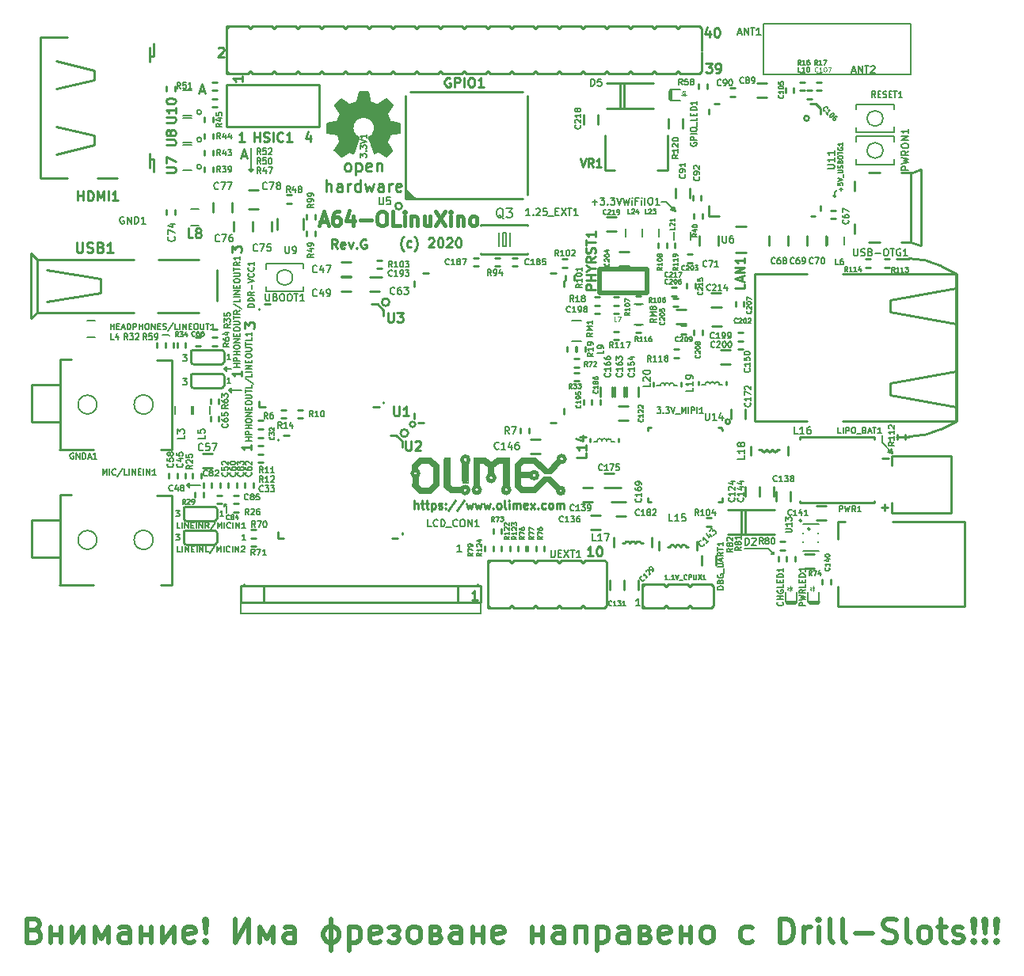
<source format=gbr>
%TF.GenerationSoftware,KiCad,Pcbnew,5.1.5-52549c5~84~ubuntu18.04.1*%
%TF.CreationDate,2020-02-11T15:54:30+02:00*%
%TF.ProjectId,A64-OlinuXino_Rev_G,4136342d-4f6c-4696-9e75-58696e6f5f52,G*%
%TF.SameCoordinates,Original*%
%TF.FileFunction,Legend,Top*%
%TF.FilePolarity,Positive*%
%FSLAX46Y46*%
G04 Gerber Fmt 4.6, Leading zero omitted, Abs format (unit mm)*
G04 Created by KiCad (PCBNEW 5.1.5-52549c5~84~ubuntu18.04.1) date 2020-02-11 15:54:30*
%MOMM*%
%LPD*%
G04 APERTURE LIST*
%ADD10C,0.200000*%
%ADD11C,0.222250*%
%ADD12C,0.254000*%
%ADD13C,0.158750*%
%ADD14C,0.190500*%
%ADD15C,0.381000*%
%ADD16C,0.250000*%
%ADD17C,0.127000*%
%ADD18C,0.150000*%
%ADD19C,0.203200*%
%ADD20C,0.050000*%
%ADD21C,0.100000*%
%ADD22C,0.700000*%
%ADD23C,0.400000*%
%ADD24C,0.500000*%
%ADD25C,1.000000*%
%ADD26C,0.370000*%
%ADD27C,0.380000*%
%ADD28C,0.420000*%
%ADD29C,0.508000*%
%ADD30C,0.125000*%
G04 APERTURE END LIST*
D10*
X182043605Y-55890895D02*
X181864000Y-56070500D01*
X181864000Y-56070500D02*
X181684395Y-55890895D01*
X181864000Y-55562500D02*
X182118000Y-55308500D01*
X181864000Y-56070500D02*
X181864000Y-55562500D01*
X116586000Y-88900000D02*
X116586000Y-89154000D01*
X116840000Y-88900000D02*
X116586000Y-88900000D01*
X163322000Y-56515000D02*
X163830000Y-56515000D01*
X164338000Y-57404000D02*
X164697210Y-57044790D01*
X164846000Y-57531000D02*
X164697210Y-57044790D01*
X164338000Y-57404000D02*
X164846000Y-57531000D01*
X164846000Y-57531000D02*
X163830000Y-56515000D01*
D11*
X186922833Y-84010500D02*
X187600166Y-84010500D01*
X186859333Y-89217500D02*
X187536666Y-89217500D01*
X187198000Y-89556166D02*
X187198000Y-88878833D01*
D10*
X112903000Y-87122000D02*
X112649000Y-86868000D01*
X112903000Y-86614000D02*
X112903000Y-87122000D01*
X112649000Y-86868000D02*
X112903000Y-86614000D01*
X114046000Y-86868000D02*
X112649000Y-86868000D01*
X175133000Y-94234000D02*
X175387000Y-94234000D01*
X175387000Y-93980000D02*
X175133000Y-94234000D01*
X175387000Y-94234000D02*
X175387000Y-93980000D01*
X174752000Y-93599000D02*
X175387000Y-94234000D01*
X172212000Y-93599000D02*
X174752000Y-93599000D01*
D12*
X118569619Y-43080214D02*
X118569619Y-43660785D01*
X118569619Y-43370500D02*
X117553619Y-43370500D01*
X117698761Y-43467261D01*
X117795523Y-43564023D01*
X117843904Y-43660785D01*
D10*
X119761000Y-53086000D02*
X119507000Y-53340000D01*
X119253000Y-53086000D02*
X119761000Y-53086000D01*
X119507000Y-53340000D02*
X119253000Y-53086000D01*
X119507000Y-50800000D02*
X119507000Y-53340000D01*
D12*
X114008095Y-44669333D02*
X114491904Y-44669333D01*
X113911333Y-44959619D02*
X114250000Y-43943619D01*
X114588666Y-44959619D01*
X118503095Y-51604333D02*
X118986904Y-51604333D01*
X118406333Y-51894619D02*
X118745000Y-50878619D01*
X119083666Y-51894619D01*
D10*
X116840000Y-74676000D02*
X116840000Y-74168000D01*
X116586000Y-74422000D02*
X116840000Y-74676000D01*
X116586000Y-74422000D02*
X116840000Y-74168000D01*
X117348000Y-76962000D02*
X117348000Y-76454000D01*
X117094000Y-76708000D02*
X117348000Y-76962000D01*
X117094000Y-76708000D02*
X117348000Y-76454000D01*
X118491000Y-76708000D02*
X117094000Y-76708000D01*
X117348000Y-74422000D02*
X116586000Y-74422000D01*
D12*
X118823619Y-70061666D02*
X118823619Y-69432714D01*
X119210666Y-69771380D01*
X119210666Y-69626238D01*
X119259047Y-69529476D01*
X119307428Y-69481095D01*
X119404190Y-69432714D01*
X119646095Y-69432714D01*
X119742857Y-69481095D01*
X119791238Y-69529476D01*
X119839619Y-69626238D01*
X119839619Y-69916523D01*
X119791238Y-70013285D01*
X119742857Y-70061666D01*
X119458619Y-82513714D02*
X119458619Y-83094285D01*
X119458619Y-82804000D02*
X118442619Y-82804000D01*
X118587761Y-82900761D01*
X118684523Y-82997523D01*
X118732904Y-83094285D01*
X117426619Y-61933666D02*
X117426619Y-61304714D01*
X117813666Y-61643380D01*
X117813666Y-61498238D01*
X117862047Y-61401476D01*
X117910428Y-61353095D01*
X118007190Y-61304714D01*
X118249095Y-61304714D01*
X118345857Y-61353095D01*
X118394238Y-61401476D01*
X118442619Y-61498238D01*
X118442619Y-61788523D01*
X118394238Y-61885285D01*
X118345857Y-61933666D01*
X118442619Y-74639714D02*
X118442619Y-75220285D01*
X118442619Y-74930000D02*
X117426619Y-74930000D01*
X117571761Y-75026761D01*
X117668523Y-75123523D01*
X117716904Y-75220285D01*
D10*
X110617000Y-70739000D02*
X110744000Y-70866000D01*
X109982000Y-70739000D02*
X110617000Y-70739000D01*
X116840000Y-89154000D02*
X116586000Y-88900000D01*
X116840000Y-89789000D02*
X116840000Y-89154000D01*
D13*
X118862928Y-92743261D02*
X118500071Y-92743261D01*
X118681500Y-92743261D02*
X118681500Y-92108261D01*
X118621023Y-92198976D01*
X118560547Y-92259452D01*
X118500071Y-92289690D01*
X111421333Y-92108261D02*
X111814428Y-92108261D01*
X111602761Y-92350166D01*
X111693476Y-92350166D01*
X111753952Y-92380404D01*
X111784190Y-92410642D01*
X111814428Y-92471119D01*
X111814428Y-92622309D01*
X111784190Y-92682785D01*
X111753952Y-92713023D01*
X111693476Y-92743261D01*
X111512047Y-92743261D01*
X111451571Y-92713023D01*
X111421333Y-92682785D01*
X116513428Y-90203261D02*
X116150571Y-90203261D01*
X116332000Y-90203261D02*
X116332000Y-89568261D01*
X116271523Y-89658976D01*
X116211047Y-89719452D01*
X116150571Y-89749690D01*
X111421333Y-89568261D02*
X111814428Y-89568261D01*
X111602761Y-89810166D01*
X111693476Y-89810166D01*
X111753952Y-89840404D01*
X111784190Y-89870642D01*
X111814428Y-89931119D01*
X111814428Y-90082309D01*
X111784190Y-90142785D01*
X111753952Y-90173023D01*
X111693476Y-90203261D01*
X111512047Y-90203261D01*
X111451571Y-90173023D01*
X111421333Y-90142785D01*
X112183333Y-72931261D02*
X112576428Y-72931261D01*
X112364761Y-73173166D01*
X112455476Y-73173166D01*
X112515952Y-73203404D01*
X112546190Y-73233642D01*
X112576428Y-73294119D01*
X112576428Y-73445309D01*
X112546190Y-73505785D01*
X112515952Y-73536023D01*
X112455476Y-73566261D01*
X112274047Y-73566261D01*
X112213571Y-73536023D01*
X112183333Y-73505785D01*
X112183333Y-75471261D02*
X112576428Y-75471261D01*
X112364761Y-75713166D01*
X112455476Y-75713166D01*
X112515952Y-75743404D01*
X112546190Y-75773642D01*
X112576428Y-75834119D01*
X112576428Y-75985309D01*
X112546190Y-76045785D01*
X112515952Y-76076023D01*
X112455476Y-76106261D01*
X112274047Y-76106261D01*
X112213571Y-76076023D01*
X112183333Y-76045785D01*
X117275428Y-75979261D02*
X116912571Y-75979261D01*
X117094000Y-75979261D02*
X117094000Y-75344261D01*
X117033523Y-75434976D01*
X116973047Y-75495452D01*
X116912571Y-75525690D01*
X117275428Y-73439261D02*
X116912571Y-73439261D01*
X117094000Y-73439261D02*
X117094000Y-72804261D01*
X117033523Y-72894976D01*
X116973047Y-72955452D01*
X116912571Y-72985690D01*
D14*
X161050514Y-99734914D02*
X160615085Y-99734914D01*
X160832800Y-99734914D02*
X160832800Y-98972914D01*
X160760228Y-99081771D01*
X160687657Y-99154342D01*
X160615085Y-99190628D01*
D12*
X143673285Y-99138619D02*
X143092714Y-99138619D01*
X143383000Y-99138619D02*
X143383000Y-98122619D01*
X143286238Y-98267761D01*
X143189476Y-98364523D01*
X143092714Y-98412904D01*
X156016476Y-94439619D02*
X155435904Y-94439619D01*
X155726190Y-94439619D02*
X155726190Y-93423619D01*
X155629428Y-93568761D01*
X155532666Y-93665523D01*
X155435904Y-93713904D01*
X156645428Y-93423619D02*
X156742190Y-93423619D01*
X156838952Y-93472000D01*
X156887333Y-93520380D01*
X156935714Y-93617142D01*
X156984095Y-93810666D01*
X156984095Y-94052571D01*
X156935714Y-94246095D01*
X156887333Y-94342857D01*
X156838952Y-94391238D01*
X156742190Y-94439619D01*
X156645428Y-94439619D01*
X156548666Y-94391238D01*
X156500285Y-94342857D01*
X156451904Y-94246095D01*
X156403523Y-94052571D01*
X156403523Y-93810666D01*
X156451904Y-93617142D01*
X156500285Y-93520380D01*
X156548666Y-93472000D01*
X156645428Y-93423619D01*
D10*
X186944000Y-82296000D02*
X186944000Y-81534000D01*
X188087000Y-83439000D02*
X187938210Y-82952790D01*
X187579000Y-83312000D02*
X187938210Y-82952790D01*
X187579000Y-83312000D02*
X188087000Y-83439000D01*
X188087000Y-83439000D02*
X186944000Y-82296000D01*
D12*
X125796523Y-49439285D02*
X125796523Y-50116619D01*
X125554619Y-49052238D02*
X125312714Y-49777952D01*
X125941666Y-49777952D01*
X118781285Y-50116619D02*
X118200714Y-50116619D01*
X118491000Y-50116619D02*
X118491000Y-49100619D01*
X118394238Y-49245761D01*
X118297476Y-49342523D01*
X118200714Y-49390904D01*
X115978214Y-40116880D02*
X116026595Y-40068500D01*
X116123357Y-40020119D01*
X116365261Y-40020119D01*
X116462023Y-40068500D01*
X116510404Y-40116880D01*
X116558785Y-40213642D01*
X116558785Y-40310404D01*
X116510404Y-40455547D01*
X115929833Y-41036119D01*
X116558785Y-41036119D01*
X168087523Y-41734619D02*
X168716476Y-41734619D01*
X168377809Y-42121666D01*
X168522952Y-42121666D01*
X168619714Y-42170047D01*
X168668095Y-42218428D01*
X168716476Y-42315190D01*
X168716476Y-42557095D01*
X168668095Y-42653857D01*
X168619714Y-42702238D01*
X168522952Y-42750619D01*
X168232666Y-42750619D01*
X168135904Y-42702238D01*
X168087523Y-42653857D01*
X169200285Y-42750619D02*
X169393809Y-42750619D01*
X169490571Y-42702238D01*
X169538952Y-42653857D01*
X169635714Y-42508714D01*
X169684095Y-42315190D01*
X169684095Y-41928142D01*
X169635714Y-41831380D01*
X169587333Y-41783000D01*
X169490571Y-41734619D01*
X169297047Y-41734619D01*
X169200285Y-41783000D01*
X169151904Y-41831380D01*
X169103523Y-41928142D01*
X169103523Y-42170047D01*
X169151904Y-42266809D01*
X169200285Y-42315190D01*
X169297047Y-42363571D01*
X169490571Y-42363571D01*
X169587333Y-42315190D01*
X169635714Y-42266809D01*
X169684095Y-42170047D01*
X168492714Y-38263285D02*
X168492714Y-38940619D01*
X168250809Y-37876238D02*
X168008904Y-38601952D01*
X168637857Y-38601952D01*
X169218428Y-37924619D02*
X169315190Y-37924619D01*
X169411952Y-37973000D01*
X169460333Y-38021380D01*
X169508714Y-38118142D01*
X169557095Y-38311666D01*
X169557095Y-38553571D01*
X169508714Y-38747095D01*
X169460333Y-38843857D01*
X169411952Y-38892238D01*
X169315190Y-38940619D01*
X169218428Y-38940619D01*
X169121666Y-38892238D01*
X169073285Y-38843857D01*
X169024904Y-38747095D01*
X168976523Y-38553571D01*
X168976523Y-38311666D01*
X169024904Y-38118142D01*
X169073285Y-38021380D01*
X169121666Y-37973000D01*
X169218428Y-37924619D01*
D11*
X136927166Y-89365666D02*
X136927166Y-88476666D01*
X137308166Y-89365666D02*
X137308166Y-88900000D01*
X137265833Y-88815333D01*
X137181166Y-88773000D01*
X137054166Y-88773000D01*
X136969500Y-88815333D01*
X136927166Y-88857666D01*
X137604500Y-88773000D02*
X137943166Y-88773000D01*
X137731500Y-88476666D02*
X137731500Y-89238666D01*
X137773833Y-89323333D01*
X137858500Y-89365666D01*
X137943166Y-89365666D01*
X138112500Y-88773000D02*
X138451166Y-88773000D01*
X138239500Y-88476666D02*
X138239500Y-89238666D01*
X138281833Y-89323333D01*
X138366500Y-89365666D01*
X138451166Y-89365666D01*
X138747500Y-88773000D02*
X138747500Y-89662000D01*
X138747500Y-88815333D02*
X138832166Y-88773000D01*
X139001500Y-88773000D01*
X139086166Y-88815333D01*
X139128500Y-88857666D01*
X139170833Y-88942333D01*
X139170833Y-89196333D01*
X139128500Y-89281000D01*
X139086166Y-89323333D01*
X139001500Y-89365666D01*
X138832166Y-89365666D01*
X138747500Y-89323333D01*
X139509500Y-89323333D02*
X139594166Y-89365666D01*
X139763500Y-89365666D01*
X139848166Y-89323333D01*
X139890500Y-89238666D01*
X139890500Y-89196333D01*
X139848166Y-89111666D01*
X139763500Y-89069333D01*
X139636500Y-89069333D01*
X139551833Y-89027000D01*
X139509500Y-88942333D01*
X139509500Y-88900000D01*
X139551833Y-88815333D01*
X139636500Y-88773000D01*
X139763500Y-88773000D01*
X139848166Y-88815333D01*
X140271500Y-89281000D02*
X140313833Y-89323333D01*
X140271500Y-89365666D01*
X140229166Y-89323333D01*
X140271500Y-89281000D01*
X140271500Y-89365666D01*
X140271500Y-88815333D02*
X140313833Y-88857666D01*
X140271500Y-88900000D01*
X140229166Y-88857666D01*
X140271500Y-88815333D01*
X140271500Y-88900000D01*
X141329833Y-88434333D02*
X140567833Y-89577333D01*
X142261166Y-88434333D02*
X141499166Y-89577333D01*
X142472833Y-88773000D02*
X142642166Y-89365666D01*
X142811500Y-88942333D01*
X142980833Y-89365666D01*
X143150166Y-88773000D01*
X143404166Y-88773000D02*
X143573500Y-89365666D01*
X143742833Y-88942333D01*
X143912166Y-89365666D01*
X144081500Y-88773000D01*
X144335500Y-88773000D02*
X144504833Y-89365666D01*
X144674166Y-88942333D01*
X144843500Y-89365666D01*
X145012833Y-88773000D01*
X145351500Y-89281000D02*
X145393833Y-89323333D01*
X145351500Y-89365666D01*
X145309166Y-89323333D01*
X145351500Y-89281000D01*
X145351500Y-89365666D01*
X145901833Y-89365666D02*
X145817166Y-89323333D01*
X145774833Y-89281000D01*
X145732500Y-89196333D01*
X145732500Y-88942333D01*
X145774833Y-88857666D01*
X145817166Y-88815333D01*
X145901833Y-88773000D01*
X146028833Y-88773000D01*
X146113500Y-88815333D01*
X146155833Y-88857666D01*
X146198166Y-88942333D01*
X146198166Y-89196333D01*
X146155833Y-89281000D01*
X146113500Y-89323333D01*
X146028833Y-89365666D01*
X145901833Y-89365666D01*
X146706166Y-89365666D02*
X146621500Y-89323333D01*
X146579166Y-89238666D01*
X146579166Y-88476666D01*
X147044833Y-89365666D02*
X147044833Y-88773000D01*
X147044833Y-88476666D02*
X147002500Y-88519000D01*
X147044833Y-88561333D01*
X147087166Y-88519000D01*
X147044833Y-88476666D01*
X147044833Y-88561333D01*
X147468166Y-89365666D02*
X147468166Y-88773000D01*
X147468166Y-88857666D02*
X147510500Y-88815333D01*
X147595166Y-88773000D01*
X147722166Y-88773000D01*
X147806833Y-88815333D01*
X147849166Y-88900000D01*
X147849166Y-89365666D01*
X147849166Y-88900000D02*
X147891500Y-88815333D01*
X147976166Y-88773000D01*
X148103166Y-88773000D01*
X148187833Y-88815333D01*
X148230166Y-88900000D01*
X148230166Y-89365666D01*
X148992166Y-89323333D02*
X148907500Y-89365666D01*
X148738166Y-89365666D01*
X148653500Y-89323333D01*
X148611166Y-89238666D01*
X148611166Y-88900000D01*
X148653500Y-88815333D01*
X148738166Y-88773000D01*
X148907500Y-88773000D01*
X148992166Y-88815333D01*
X149034500Y-88900000D01*
X149034500Y-88984666D01*
X148611166Y-89069333D01*
X149330833Y-89365666D02*
X149796500Y-88773000D01*
X149330833Y-88773000D02*
X149796500Y-89365666D01*
X150135166Y-89281000D02*
X150177500Y-89323333D01*
X150135166Y-89365666D01*
X150092833Y-89323333D01*
X150135166Y-89281000D01*
X150135166Y-89365666D01*
X150939500Y-89323333D02*
X150854833Y-89365666D01*
X150685500Y-89365666D01*
X150600833Y-89323333D01*
X150558500Y-89281000D01*
X150516166Y-89196333D01*
X150516166Y-88942333D01*
X150558500Y-88857666D01*
X150600833Y-88815333D01*
X150685500Y-88773000D01*
X150854833Y-88773000D01*
X150939500Y-88815333D01*
X151447500Y-89365666D02*
X151362833Y-89323333D01*
X151320500Y-89281000D01*
X151278166Y-89196333D01*
X151278166Y-88942333D01*
X151320500Y-88857666D01*
X151362833Y-88815333D01*
X151447500Y-88773000D01*
X151574500Y-88773000D01*
X151659166Y-88815333D01*
X151701500Y-88857666D01*
X151743833Y-88942333D01*
X151743833Y-89196333D01*
X151701500Y-89281000D01*
X151659166Y-89323333D01*
X151574500Y-89365666D01*
X151447500Y-89365666D01*
X152124833Y-89365666D02*
X152124833Y-88773000D01*
X152124833Y-88857666D02*
X152167166Y-88815333D01*
X152251833Y-88773000D01*
X152378833Y-88773000D01*
X152463500Y-88815333D01*
X152505833Y-88900000D01*
X152505833Y-89365666D01*
X152505833Y-88900000D02*
X152548166Y-88815333D01*
X152632833Y-88773000D01*
X152759833Y-88773000D01*
X152844500Y-88815333D01*
X152886833Y-88900000D01*
X152886833Y-89365666D01*
D12*
X135781142Y-61806666D02*
X135732761Y-61758285D01*
X135636000Y-61613142D01*
X135587619Y-61516380D01*
X135539238Y-61371238D01*
X135490857Y-61129333D01*
X135490857Y-60935809D01*
X135539238Y-60693904D01*
X135587619Y-60548761D01*
X135636000Y-60452000D01*
X135732761Y-60306857D01*
X135781142Y-60258476D01*
X136603619Y-61371238D02*
X136506857Y-61419619D01*
X136313333Y-61419619D01*
X136216571Y-61371238D01*
X136168190Y-61322857D01*
X136119809Y-61226095D01*
X136119809Y-60935809D01*
X136168190Y-60839047D01*
X136216571Y-60790666D01*
X136313333Y-60742285D01*
X136506857Y-60742285D01*
X136603619Y-60790666D01*
X136942285Y-61806666D02*
X136990666Y-61758285D01*
X137087428Y-61613142D01*
X137135809Y-61516380D01*
X137184190Y-61371238D01*
X137232571Y-61129333D01*
X137232571Y-60935809D01*
X137184190Y-60693904D01*
X137135809Y-60548761D01*
X137087428Y-60452000D01*
X136990666Y-60306857D01*
X136942285Y-60258476D01*
X138442095Y-60500380D02*
X138490476Y-60452000D01*
X138587238Y-60403619D01*
X138829142Y-60403619D01*
X138925904Y-60452000D01*
X138974285Y-60500380D01*
X139022666Y-60597142D01*
X139022666Y-60693904D01*
X138974285Y-60839047D01*
X138393714Y-61419619D01*
X139022666Y-61419619D01*
X139651619Y-60403619D02*
X139748380Y-60403619D01*
X139845142Y-60452000D01*
X139893523Y-60500380D01*
X139941904Y-60597142D01*
X139990285Y-60790666D01*
X139990285Y-61032571D01*
X139941904Y-61226095D01*
X139893523Y-61322857D01*
X139845142Y-61371238D01*
X139748380Y-61419619D01*
X139651619Y-61419619D01*
X139554857Y-61371238D01*
X139506476Y-61322857D01*
X139458095Y-61226095D01*
X139409714Y-61032571D01*
X139409714Y-60790666D01*
X139458095Y-60597142D01*
X139506476Y-60500380D01*
X139554857Y-60452000D01*
X139651619Y-60403619D01*
X140377333Y-60500380D02*
X140425714Y-60452000D01*
X140522476Y-60403619D01*
X140764380Y-60403619D01*
X140861142Y-60452000D01*
X140909523Y-60500380D01*
X140957904Y-60597142D01*
X140957904Y-60693904D01*
X140909523Y-60839047D01*
X140328952Y-61419619D01*
X140957904Y-61419619D01*
X141586857Y-60403619D02*
X141683619Y-60403619D01*
X141780380Y-60452000D01*
X141828761Y-60500380D01*
X141877142Y-60597142D01*
X141925523Y-60790666D01*
X141925523Y-61032571D01*
X141877142Y-61226095D01*
X141828761Y-61322857D01*
X141780380Y-61371238D01*
X141683619Y-61419619D01*
X141586857Y-61419619D01*
X141490095Y-61371238D01*
X141441714Y-61322857D01*
X141393333Y-61226095D01*
X141344952Y-61032571D01*
X141344952Y-60790666D01*
X141393333Y-60597142D01*
X141441714Y-60500380D01*
X141490095Y-60452000D01*
X141586857Y-60403619D01*
X128663095Y-61546619D02*
X128324428Y-61062809D01*
X128082523Y-61546619D02*
X128082523Y-60530619D01*
X128469571Y-60530619D01*
X128566333Y-60579000D01*
X128614714Y-60627380D01*
X128663095Y-60724142D01*
X128663095Y-60869285D01*
X128614714Y-60966047D01*
X128566333Y-61014428D01*
X128469571Y-61062809D01*
X128082523Y-61062809D01*
X129485571Y-61498238D02*
X129388809Y-61546619D01*
X129195285Y-61546619D01*
X129098523Y-61498238D01*
X129050142Y-61401476D01*
X129050142Y-61014428D01*
X129098523Y-60917666D01*
X129195285Y-60869285D01*
X129388809Y-60869285D01*
X129485571Y-60917666D01*
X129533952Y-61014428D01*
X129533952Y-61111190D01*
X129050142Y-61207952D01*
X129872619Y-60869285D02*
X130114523Y-61546619D01*
X130356428Y-60869285D01*
X130743476Y-61449857D02*
X130791857Y-61498238D01*
X130743476Y-61546619D01*
X130695095Y-61498238D01*
X130743476Y-61449857D01*
X130743476Y-61546619D01*
X131759476Y-60579000D02*
X131662714Y-60530619D01*
X131517571Y-60530619D01*
X131372428Y-60579000D01*
X131275666Y-60675761D01*
X131227285Y-60772523D01*
X131178904Y-60966047D01*
X131178904Y-61111190D01*
X131227285Y-61304714D01*
X131275666Y-61401476D01*
X131372428Y-61498238D01*
X131517571Y-61546619D01*
X131614333Y-61546619D01*
X131759476Y-61498238D01*
X131807857Y-61449857D01*
X131807857Y-61111190D01*
X131614333Y-61111190D01*
D15*
X126873000Y-58674000D02*
X127598714Y-58674000D01*
X126727857Y-59109428D02*
X127235857Y-57585428D01*
X127743857Y-59109428D01*
X128905000Y-57585428D02*
X128614714Y-57585428D01*
X128469571Y-57658000D01*
X128397000Y-57730571D01*
X128251857Y-57948285D01*
X128179285Y-58238571D01*
X128179285Y-58819142D01*
X128251857Y-58964285D01*
X128324428Y-59036857D01*
X128469571Y-59109428D01*
X128759857Y-59109428D01*
X128905000Y-59036857D01*
X128977571Y-58964285D01*
X129050142Y-58819142D01*
X129050142Y-58456285D01*
X128977571Y-58311142D01*
X128905000Y-58238571D01*
X128759857Y-58166000D01*
X128469571Y-58166000D01*
X128324428Y-58238571D01*
X128251857Y-58311142D01*
X128179285Y-58456285D01*
X130356428Y-58093428D02*
X130356428Y-59109428D01*
X129993571Y-57512857D02*
X129630714Y-58601428D01*
X130574142Y-58601428D01*
X131154714Y-58528857D02*
X132315857Y-58528857D01*
X133331857Y-57585428D02*
X133622142Y-57585428D01*
X133767285Y-57658000D01*
X133912428Y-57803142D01*
X133985000Y-58093428D01*
X133985000Y-58601428D01*
X133912428Y-58891714D01*
X133767285Y-59036857D01*
X133622142Y-59109428D01*
X133331857Y-59109428D01*
X133186714Y-59036857D01*
X133041571Y-58891714D01*
X132969000Y-58601428D01*
X132969000Y-58093428D01*
X133041571Y-57803142D01*
X133186714Y-57658000D01*
X133331857Y-57585428D01*
X135363857Y-59109428D02*
X134638142Y-59109428D01*
X134638142Y-57585428D01*
X135871857Y-59109428D02*
X135871857Y-58093428D01*
X135871857Y-57585428D02*
X135799285Y-57658000D01*
X135871857Y-57730571D01*
X135944428Y-57658000D01*
X135871857Y-57585428D01*
X135871857Y-57730571D01*
X136597571Y-58093428D02*
X136597571Y-59109428D01*
X136597571Y-58238571D02*
X136670142Y-58166000D01*
X136815285Y-58093428D01*
X137033000Y-58093428D01*
X137178142Y-58166000D01*
X137250714Y-58311142D01*
X137250714Y-59109428D01*
X138629571Y-58093428D02*
X138629571Y-59109428D01*
X137976428Y-58093428D02*
X137976428Y-58891714D01*
X138049000Y-59036857D01*
X138194142Y-59109428D01*
X138411857Y-59109428D01*
X138557000Y-59036857D01*
X138629571Y-58964285D01*
X139210142Y-57585428D02*
X140226142Y-59109428D01*
X140226142Y-57585428D02*
X139210142Y-59109428D01*
X140806714Y-59109428D02*
X140806714Y-58093428D01*
X140806714Y-57585428D02*
X140734142Y-57658000D01*
X140806714Y-57730571D01*
X140879285Y-57658000D01*
X140806714Y-57585428D01*
X140806714Y-57730571D01*
X141532428Y-58093428D02*
X141532428Y-59109428D01*
X141532428Y-58238571D02*
X141605000Y-58166000D01*
X141750142Y-58093428D01*
X141967857Y-58093428D01*
X142113000Y-58166000D01*
X142185571Y-58311142D01*
X142185571Y-59109428D01*
X143129000Y-59109428D02*
X142983857Y-59036857D01*
X142911285Y-58964285D01*
X142838714Y-58819142D01*
X142838714Y-58383714D01*
X142911285Y-58238571D01*
X142983857Y-58166000D01*
X143129000Y-58093428D01*
X143346714Y-58093428D01*
X143491857Y-58166000D01*
X143564428Y-58238571D01*
X143637000Y-58383714D01*
X143637000Y-58819142D01*
X143564428Y-58964285D01*
X143491857Y-59036857D01*
X143346714Y-59109428D01*
X143129000Y-59109428D01*
D12*
%TO.C,U11*%
X179871000Y-46070000D02*
X180361000Y-46570000D01*
X180361000Y-46570000D02*
X180361000Y-47180000D01*
X179871000Y-46070000D02*
X179261000Y-46070000D01*
X168371000Y-58070000D02*
X169481000Y-58070000D01*
X168371000Y-58070000D02*
X168371000Y-56960000D01*
X179113488Y-47610000D02*
G75*
G03X179113488Y-47610000I-262488J0D01*
G01*
X168371000Y-46660000D02*
X168371000Y-47160000D01*
X169471000Y-46070000D02*
X168981000Y-46070000D01*
X179371000Y-58070000D02*
X179791000Y-58070000D01*
X180371000Y-56990000D02*
X180371000Y-57480000D01*
%TO.C,C106*%
X179197000Y-44640500D02*
X179451000Y-44640500D01*
X179197000Y-44640500D02*
X178943000Y-44640500D01*
X179197000Y-45529500D02*
X178943000Y-45529500D01*
X179197000Y-45529500D02*
X179451000Y-45529500D01*
%TO.C,L10*%
X178435000Y-43751500D02*
X178689000Y-43751500D01*
X178435000Y-43751500D02*
X178181000Y-43751500D01*
X178435000Y-44640500D02*
X178181000Y-44640500D01*
X178435000Y-44640500D02*
X178689000Y-44640500D01*
%TO.C,LAN1*%
X189851927Y-81660762D02*
G75*
G03X193250820Y-80855820I-9787J7619762D01*
G01*
X193242167Y-63411600D02*
G75*
G03X189842140Y-62611000I-3400027J-6819400D01*
G01*
X187833000Y-77216000D02*
X194818000Y-78486000D01*
X187833000Y-75946000D02*
X187833000Y-77216000D01*
X194818000Y-74676000D02*
X187833000Y-75946000D01*
X194818000Y-74676000D02*
X194818000Y-64262000D01*
X194818000Y-78486000D02*
X194818000Y-74676000D01*
X194818000Y-80010000D02*
X194818000Y-78486000D01*
X187833000Y-68326000D02*
X194818000Y-69596000D01*
X187833000Y-67056000D02*
X187833000Y-68326000D01*
X194818000Y-65786000D02*
X187833000Y-67056000D01*
X189842140Y-81661000D02*
X188468000Y-81661000D01*
X194945000Y-80010000D02*
X193250820Y-80855820D01*
X189842140Y-62611000D02*
X188468000Y-62611000D01*
X194945000Y-64262000D02*
X193250820Y-63416180D01*
X173355000Y-64236000D02*
X173355000Y-80036000D01*
X194945000Y-64236000D02*
X182723000Y-64236000D01*
X194945000Y-64262000D02*
X194945000Y-64236600D01*
X194945000Y-80010000D02*
X194945000Y-64262000D01*
X194945000Y-80035400D02*
X194945000Y-80010000D01*
X182723000Y-80036000D02*
X194945000Y-80036000D01*
X173355000Y-64236000D02*
X178923000Y-64236000D01*
X173355000Y-80036000D02*
X178923000Y-80036000D01*
%TO.C,U2*%
X135650000Y-92080000D02*
X135650000Y-91950000D01*
X135145000Y-92495000D02*
X134525000Y-92495000D01*
X122975000Y-92495000D02*
X122355000Y-92495000D01*
X135650000Y-82770000D02*
X135650000Y-82150000D01*
X122350000Y-92500000D02*
X122350000Y-91880000D01*
X122350000Y-82070000D02*
X122350000Y-81950000D01*
X122900000Y-81500000D02*
X123520000Y-81500000D01*
X134370000Y-81500000D02*
X135000000Y-81500000D01*
X135000000Y-81500000D02*
X135650000Y-82150000D01*
D16*
X136259609Y-81285000D02*
G75*
G03X136259609Y-81285000I-401609J0D01*
G01*
D12*
%TO.C,U3*%
X133650000Y-78080000D02*
X133650000Y-77950000D01*
X133145000Y-78495000D02*
X132525000Y-78495000D01*
X120975000Y-78495000D02*
X120355000Y-78495000D01*
X133650000Y-68770000D02*
X133650000Y-68150000D01*
X120350000Y-78500000D02*
X120350000Y-77880000D01*
X120350000Y-68070000D02*
X120350000Y-67950000D01*
X120900000Y-67500000D02*
X121520000Y-67500000D01*
X132370000Y-67500000D02*
X133000000Y-67500000D01*
X133000000Y-67500000D02*
X133650000Y-68150000D01*
D16*
X134259609Y-67285000D02*
G75*
G03X134259609Y-67285000I-401609J0D01*
G01*
D12*
%TO.C,HDMI1*%
X108595160Y-40083740D02*
X108595160Y-40982900D01*
X108595160Y-40982900D02*
X108595160Y-41582340D01*
X108595160Y-51381660D02*
X108595160Y-51981100D01*
X108595160Y-51981100D02*
X108595160Y-52880260D01*
X105196640Y-53980080D02*
X103045260Y-53980080D01*
X99847400Y-53980080D02*
X96939100Y-53980080D01*
X96939100Y-53980080D02*
X96939100Y-38983920D01*
X96939100Y-38983920D02*
X99847400Y-38983920D01*
X109095540Y-53355240D02*
X109095540Y-51981100D01*
X109095540Y-51981100D02*
X108595160Y-51981100D01*
X108595160Y-40982900D02*
X109095540Y-40982900D01*
X109095540Y-40982900D02*
X109095540Y-39596060D01*
X98679000Y-48480980D02*
X102679500Y-49481740D01*
X102679500Y-49481740D02*
X102679500Y-50479960D01*
X102679500Y-50479960D02*
X98679000Y-51480720D01*
X98679000Y-44483020D02*
X102679500Y-43482260D01*
X102679500Y-43482260D02*
X102679500Y-42484040D01*
X102679500Y-42484040D02*
X98679000Y-41483280D01*
D17*
%TO.C,UBOOT1*%
X123902738Y-64643000D02*
G75*
G03X123902738Y-64643000I-839738J0D01*
G01*
X121063000Y-65582000D02*
X121063000Y-66140800D01*
X121063000Y-63145200D02*
X121063000Y-63754800D01*
X125063000Y-65582000D02*
X125063000Y-66140800D01*
X125063000Y-63146000D02*
X125063000Y-63704800D01*
X121063000Y-66143000D02*
X125063000Y-66143000D01*
X121063000Y-63143000D02*
X125063000Y-63143000D01*
%TO.C,RESET1*%
X188182000Y-49125000D02*
X184182000Y-49125000D01*
X188182000Y-46125000D02*
X184182000Y-46125000D01*
X184182000Y-49122000D02*
X184182000Y-48563200D01*
X184182000Y-46686000D02*
X184182000Y-46127200D01*
X188182000Y-49122800D02*
X188182000Y-48513200D01*
X188182000Y-46686000D02*
X188182000Y-46127200D01*
X187021738Y-47625000D02*
G75*
G03X187021738Y-47625000I-839738J0D01*
G01*
%TO.C,PWRON1*%
X188182000Y-52554000D02*
X184182000Y-52554000D01*
X188182000Y-49554000D02*
X184182000Y-49554000D01*
X184182000Y-52551000D02*
X184182000Y-51992200D01*
X184182000Y-50115000D02*
X184182000Y-49556200D01*
X188182000Y-52551800D02*
X188182000Y-51942200D01*
X188182000Y-50115000D02*
X188182000Y-49556200D01*
X187021738Y-51054000D02*
G75*
G03X187021738Y-51054000I-839738J0D01*
G01*
D12*
%TO.C,U5*%
X149000000Y-55750000D02*
X149000000Y-45250000D01*
X148500000Y-44750000D02*
X136500000Y-44750000D01*
X136500000Y-44750000D02*
X136500000Y-44750000D01*
X136000000Y-45250000D02*
X136000000Y-56250000D01*
X136000000Y-55500000D02*
X136750000Y-56250000D01*
X136000000Y-56250000D02*
X148500000Y-56250000D01*
X148500000Y-56250000D02*
X148500000Y-56250000D01*
X136000000Y-55750000D02*
X136500000Y-56250000D01*
X136000000Y-56000000D02*
X136250000Y-56250000D01*
X136000000Y-55250000D02*
X137000000Y-56250000D01*
X135603553Y-57000000D02*
G75*
G03X135603553Y-57000000I-353553J0D01*
G01*
%TO.C,UEXT1*%
X157480000Y-95109000D02*
X157480000Y-99709000D01*
X144780000Y-94869000D02*
X144780000Y-97409000D01*
X157226000Y-94869000D02*
X157480000Y-95109000D01*
X157480000Y-99709000D02*
X157226000Y-99949000D01*
X152654000Y-99949000D02*
X152400000Y-99695000D01*
X157226000Y-99949000D02*
X155194000Y-99949000D01*
X155194000Y-94869000D02*
X157226000Y-94869000D01*
X154940000Y-95123000D02*
X155194000Y-94869000D01*
X144780000Y-94869000D02*
X145034000Y-94869000D01*
X145034000Y-94869000D02*
X147066000Y-94869000D01*
X147066000Y-94869000D02*
X147320000Y-95123000D01*
X147320000Y-95123000D02*
X147574000Y-94869000D01*
X147574000Y-94869000D02*
X149606000Y-94869000D01*
X149606000Y-94869000D02*
X149860000Y-95123000D01*
X149860000Y-95123000D02*
X150114000Y-94869000D01*
X150114000Y-94869000D02*
X152146000Y-94869000D01*
X152146000Y-94869000D02*
X152400000Y-95123000D01*
X152400000Y-95123000D02*
X152654000Y-94869000D01*
X152654000Y-94869000D02*
X154686000Y-94869000D01*
X154686000Y-94869000D02*
X154940000Y-95123000D01*
X154940000Y-99695000D02*
X154686000Y-99949000D01*
X154686000Y-99949000D02*
X152654000Y-99949000D01*
X155194000Y-99949000D02*
X154940000Y-99695000D01*
X152400000Y-99695000D02*
X152146000Y-99949000D01*
X152146000Y-99949000D02*
X150114000Y-99949000D01*
X144780000Y-95123000D02*
X145034000Y-94869000D01*
X145034000Y-99949000D02*
X144780000Y-99695000D01*
X145288000Y-99949000D02*
X144780000Y-99949000D01*
X149606000Y-99949000D02*
X147574000Y-99949000D01*
X147574000Y-99949000D02*
X147320000Y-99695000D01*
X147320000Y-99695000D02*
X147066000Y-99949000D01*
X147066000Y-99949000D02*
X145288000Y-99949000D01*
X149606000Y-99949000D02*
X149860000Y-99695000D01*
X149860000Y-99695000D02*
X150114000Y-99949000D01*
X144780000Y-97409000D02*
X144780000Y-99949000D01*
%TO.C,HEADPHONES/LINEOUT1*%
X96005000Y-80080400D02*
X99015000Y-80080400D01*
X96005000Y-76140400D02*
X96005000Y-80080400D01*
X99015000Y-76140400D02*
X96005000Y-76140400D01*
D18*
X102982249Y-78232000D02*
G75*
G03X102982249Y-78232000I-1001249J0D01*
G01*
X109000727Y-78232000D02*
G75*
G03X109000727Y-78232000I-1019727J0D01*
G01*
D12*
X99034600Y-73431400D02*
X100291900Y-73431400D01*
X99034600Y-78232000D02*
X99034600Y-73431400D01*
X110972600Y-73444100D02*
X109410500Y-73444100D01*
X110985300Y-78244700D02*
X110972600Y-73444100D01*
X99034600Y-78232000D02*
X99034600Y-83032600D01*
X110972600Y-83019900D02*
X109816900Y-83019900D01*
X110985300Y-78232000D02*
X110972600Y-83019900D01*
X99021900Y-83019900D02*
X102654100Y-83019900D01*
%TO.C,U1*%
X137032843Y-80350000D02*
G75*
G03X137032843Y-80350000I-282843J0D01*
G01*
X152060000Y-80150000D02*
X151480000Y-80150000D01*
X152950000Y-78670000D02*
X152950000Y-79250000D01*
X152050000Y-64150000D02*
X151470000Y-64150000D01*
X152950000Y-65050000D02*
X152950000Y-65630000D01*
X138430000Y-64150000D02*
X137850000Y-64150000D01*
X136950000Y-65050000D02*
X136950000Y-65630000D01*
X136950000Y-79170000D02*
X136950000Y-79750000D01*
X137930000Y-80150000D02*
X137350000Y-80150000D01*
%TO.C,R73*%
X146240500Y-91757500D02*
X146240500Y-91503500D01*
X146240500Y-91757500D02*
X146240500Y-92011500D01*
X145351500Y-91757500D02*
X145351500Y-92011500D01*
X145351500Y-91757500D02*
X145351500Y-91503500D01*
%TO.C,R124*%
X145351500Y-93599000D02*
X145351500Y-93853000D01*
X145351500Y-93599000D02*
X145351500Y-93345000D01*
X146240500Y-93599000D02*
X146240500Y-93345000D01*
X146240500Y-93599000D02*
X146240500Y-93853000D01*
%TO.C,R123*%
X147129500Y-93599000D02*
X147129500Y-93853000D01*
X147129500Y-93599000D02*
X147129500Y-93345000D01*
X148018500Y-93599000D02*
X148018500Y-93345000D01*
X148018500Y-93599000D02*
X148018500Y-93853000D01*
%TO.C,R122*%
X147129500Y-93599000D02*
X147129500Y-93345000D01*
X147129500Y-93599000D02*
X147129500Y-93853000D01*
X146240500Y-93599000D02*
X146240500Y-93853000D01*
X146240500Y-93599000D02*
X146240500Y-93345000D01*
%TO.C,USB1*%
X106947500Y-62717000D02*
X96597000Y-62717000D01*
X106896700Y-68406600D02*
X96597000Y-68393900D01*
X113919800Y-68393900D02*
X109512900Y-68381200D01*
X113907100Y-62717000D02*
X109538300Y-62704300D01*
X115786700Y-63872700D02*
X115786700Y-67149300D01*
X97638400Y-63847300D02*
X103353400Y-64799800D01*
X103353400Y-64799800D02*
X103353400Y-66323800D01*
X103353400Y-66323800D02*
X97638400Y-67238200D01*
X96589380Y-68396440D02*
X95964540Y-69011120D01*
X95962000Y-62094700D02*
X96579220Y-62709380D01*
X96586840Y-62704300D02*
X96586840Y-68396440D01*
X95962000Y-62089620D02*
X95962000Y-69011120D01*
%TO.C,HSIC1*%
X116843000Y-44020000D02*
X126743000Y-44020000D01*
X116843000Y-48520000D02*
X126743000Y-48520000D01*
X116843000Y-48520000D02*
X116843000Y-44020000D01*
X126743000Y-48520000D02*
X126743000Y-44020000D01*
%TO.C,VR1*%
X164007800Y-53162200D02*
X162890200Y-53162200D01*
X157302200Y-53162200D02*
X158369000Y-53162200D01*
X164007800Y-53162200D02*
X164007800Y-49453800D01*
X157302200Y-53162200D02*
X157302200Y-49453800D01*
D17*
%TO.C,RM1*%
X154739340Y-69258180D02*
X153743660Y-69258180D01*
X153743660Y-71457820D02*
X154739340Y-71457820D01*
%TO.C,RM8*%
X160411160Y-69679820D02*
X161406840Y-69679820D01*
X161406840Y-67480180D02*
X160411160Y-67480180D01*
D18*
%TO.C,U13*%
X179233133Y-91531440D02*
G75*
G03X179233133Y-91531440I-158053J0D01*
G01*
D19*
X180131720Y-92976700D02*
X180131720Y-92882720D01*
X180131720Y-92029280D02*
X180131720Y-91935300D01*
X178513740Y-92976700D02*
X178513740Y-92882720D01*
X178513740Y-92029280D02*
X178513740Y-91935300D01*
X178513740Y-91033600D02*
X180134260Y-91033600D01*
X180134260Y-93878400D02*
X178513740Y-93878400D01*
D18*
X178344133Y-90642440D02*
G75*
G03X178344133Y-90642440I-158053J0D01*
G01*
D12*
%TO.C,L16*%
X186115960Y-81917540D02*
X186115960Y-81719420D01*
X186115960Y-81719420D02*
X178120040Y-81719420D01*
X178120040Y-81719420D02*
X178120040Y-81917540D01*
X178120040Y-88516460D02*
X178120040Y-88714580D01*
X178120040Y-88714580D02*
X186115960Y-88714580D01*
X186115960Y-88714580D02*
X186115960Y-88516460D01*
%TO.C,R117*%
X158496000Y-71310500D02*
X158750000Y-71310500D01*
X158496000Y-71310500D02*
X158242000Y-71310500D01*
X158496000Y-70421500D02*
X158242000Y-70421500D01*
X158496000Y-70421500D02*
X158750000Y-70421500D01*
%TO.C,CHGLED1*%
X176682400Y-99314000D02*
X177723800Y-99314000D01*
X177609500Y-99479100D02*
X176784000Y-99479100D01*
X176644300Y-99326700D02*
X176771300Y-99466400D01*
X177736500Y-99326700D02*
X177609500Y-99479100D01*
D20*
X176940400Y-97887800D02*
X176830400Y-97757800D01*
X176810400Y-97747800D02*
X176820400Y-97827800D01*
X176810400Y-97747800D02*
X176890400Y-97747800D01*
X176810400Y-97963200D02*
X176890400Y-97963200D01*
X176810400Y-97963200D02*
X176820400Y-98043200D01*
X176919400Y-98094800D02*
X176809400Y-97964800D01*
D21*
X177275000Y-98017000D02*
X177055000Y-98017000D01*
X177055000Y-97827000D02*
X177155000Y-97927000D01*
X177275000Y-97827000D02*
X177175000Y-97937000D01*
X177275000Y-97827000D02*
X177055000Y-97827000D01*
X177165000Y-97657000D02*
X177165000Y-98177000D01*
D17*
X177800000Y-98298000D02*
X177800000Y-99314000D01*
X176580800Y-99314000D02*
X176580800Y-98298000D01*
D12*
%TO.C,PWRLED1*%
X179095400Y-99314000D02*
X180136800Y-99314000D01*
X180022500Y-99479100D02*
X179197000Y-99479100D01*
X179057300Y-99326700D02*
X179184300Y-99466400D01*
X180149500Y-99326700D02*
X180022500Y-99479100D01*
D20*
X179353400Y-97887800D02*
X179243400Y-97757800D01*
X179223400Y-97747800D02*
X179233400Y-97827800D01*
X179223400Y-97747800D02*
X179303400Y-97747800D01*
X179223400Y-97963200D02*
X179303400Y-97963200D01*
X179223400Y-97963200D02*
X179233400Y-98043200D01*
X179332400Y-98094800D02*
X179222400Y-97964800D01*
D21*
X179688000Y-98017000D02*
X179468000Y-98017000D01*
X179468000Y-97827000D02*
X179568000Y-97927000D01*
X179688000Y-97827000D02*
X179588000Y-97937000D01*
X179688000Y-97827000D02*
X179468000Y-97827000D01*
X179578000Y-97657000D02*
X179578000Y-98177000D01*
D17*
X180213000Y-98298000D02*
X180213000Y-99314000D01*
X178993800Y-99314000D02*
X178993800Y-98298000D01*
D12*
%TO.C,USB-OTG1*%
X189992000Y-53450000D02*
X189992000Y-60850000D01*
X185492000Y-60850000D02*
X186692000Y-60850000D01*
X183992000Y-58950000D02*
X183992000Y-59950000D01*
X183992000Y-54350000D02*
X183992000Y-55350000D01*
X188992000Y-53450000D02*
X189992000Y-53450000D01*
X191092000Y-53086000D02*
X191092000Y-61214000D01*
X189992000Y-60850000D02*
X188992000Y-60850000D01*
X185492000Y-53450000D02*
X186692000Y-53450000D01*
X191021000Y-53086000D02*
X190005000Y-53467000D01*
X191021000Y-61214000D02*
X190005000Y-60833000D01*
%TO.C,MIC/LINEIN1*%
X96005000Y-94558400D02*
X99015000Y-94558400D01*
X96005000Y-90618400D02*
X96005000Y-94558400D01*
X99015000Y-90618400D02*
X96005000Y-90618400D01*
D18*
X102982249Y-92710000D02*
G75*
G03X102982249Y-92710000I-1001249J0D01*
G01*
X109000727Y-92710000D02*
G75*
G03X109000727Y-92710000I-1019727J0D01*
G01*
D12*
X99034600Y-87909400D02*
X100291900Y-87909400D01*
X99034600Y-92710000D02*
X99034600Y-87909400D01*
X110972600Y-87922100D02*
X109410500Y-87922100D01*
X110985300Y-92722700D02*
X110972600Y-87922100D01*
X99034600Y-92710000D02*
X99034600Y-97510600D01*
X110972600Y-97497900D02*
X109816900Y-97497900D01*
X110985300Y-92710000D02*
X110972600Y-97497900D01*
X99021900Y-97497900D02*
X102654100Y-97497900D01*
%TO.C,LCD_CON1*%
X144041000Y-99420000D02*
X118341000Y-99420000D01*
X118341000Y-99420000D02*
X118341000Y-97620000D01*
X118341000Y-97620000D02*
X118691000Y-97620000D01*
X144041000Y-99420000D02*
X144041000Y-97620000D01*
X144041000Y-97620000D02*
X143691000Y-97620000D01*
X143691000Y-97620000D02*
X143691000Y-97470000D01*
X118691000Y-97620000D02*
X118691000Y-97470000D01*
X143691000Y-97620000D02*
X118691000Y-97620000D01*
D17*
X144041000Y-99420000D02*
X144041000Y-100620000D01*
X144041000Y-100620000D02*
X118341000Y-100620000D01*
X118341000Y-100620000D02*
X118341000Y-99420000D01*
D12*
X141591000Y-99420000D02*
X141591000Y-97620000D01*
X120791000Y-99420000D02*
X120791000Y-97620000D01*
%TO.C,U14*%
X169859960Y-81046320D02*
X169859960Y-80845660D01*
X169859960Y-88643460D02*
X169859960Y-88244680D01*
X169461180Y-88643460D02*
X169859960Y-88643460D01*
X161864040Y-88643460D02*
X162262820Y-88643460D01*
X161864040Y-88244680D02*
X161864040Y-88643460D01*
X161864040Y-80647540D02*
X161864040Y-81046320D01*
X162262820Y-80647540D02*
X161864040Y-80647540D01*
X169661840Y-80647540D02*
X169461180Y-80647540D01*
X169859960Y-80845660D02*
X169661840Y-80647540D01*
X170688000Y-80073500D02*
G75*
G03X170688000Y-80073500I-254000J0D01*
G01*
D10*
%TO.C,L19*%
X169533000Y-76096000D02*
X169883000Y-76096000D01*
X168033000Y-76096000D02*
X167683000Y-76096000D01*
X169033000Y-76046000D02*
G75*
G02X169533000Y-76046000I250000J0D01*
G01*
X168033000Y-76046000D02*
G75*
G02X168533000Y-76046000I250000J0D01*
G01*
X168533000Y-76046000D02*
G75*
G02X169033000Y-76046000I250000J0D01*
G01*
D12*
X167283000Y-76146000D02*
X167283000Y-75746000D01*
X170283000Y-76146000D02*
X170283000Y-75746000D01*
D10*
%TO.C,L20*%
X164707000Y-76223000D02*
X165057000Y-76223000D01*
X163207000Y-76223000D02*
X162857000Y-76223000D01*
X164207000Y-76173000D02*
G75*
G02X164707000Y-76173000I250000J0D01*
G01*
X163207000Y-76173000D02*
G75*
G02X163707000Y-76173000I250000J0D01*
G01*
X163707000Y-76173000D02*
G75*
G02X164207000Y-76173000I250000J0D01*
G01*
D12*
X162457000Y-76273000D02*
X162457000Y-75873000D01*
X165457000Y-76273000D02*
X165457000Y-75873000D01*
D10*
%TO.C,L14*%
X157976000Y-82192000D02*
X158326000Y-82192000D01*
X156476000Y-82192000D02*
X156126000Y-82192000D01*
X157476000Y-82142000D02*
G75*
G02X157976000Y-82142000I250000J0D01*
G01*
X156476000Y-82142000D02*
G75*
G02X156976000Y-82142000I250000J0D01*
G01*
X156976000Y-82142000D02*
G75*
G02X157476000Y-82142000I250000J0D01*
G01*
D12*
X155726000Y-82242000D02*
X155726000Y-81842000D01*
X158726000Y-82242000D02*
X158726000Y-81842000D01*
%TO.C,L17*%
X158275020Y-93461840D02*
X158275020Y-92466160D01*
X162272980Y-93461840D02*
X162272980Y-92466160D01*
X159174180Y-93063060D02*
X159374840Y-93063060D01*
X159374840Y-93063060D02*
X159517080Y-92923360D01*
X159659320Y-92864940D02*
X159692340Y-92864940D01*
X159834580Y-92923360D02*
X159974280Y-93063060D01*
X159974280Y-93063060D02*
X160116520Y-92923360D01*
X160258760Y-92864940D02*
X160289240Y-92864940D01*
X160431480Y-92923360D02*
X160573720Y-93063060D01*
X160573720Y-93063060D02*
X160713420Y-92923360D01*
X160855660Y-92864940D02*
X160888680Y-92864940D01*
X161030920Y-92923360D02*
X161173160Y-93063060D01*
X161173160Y-93063060D02*
X161373820Y-93063060D01*
X159657176Y-92863702D02*
G75*
G03X159517080Y-92923360I2144J-199358D01*
G01*
X159832187Y-92922724D02*
G75*
G03X159692340Y-92864940I-139847J-140336D01*
G01*
X160256616Y-92863702D02*
G75*
G03X160116520Y-92923360I2144J-199358D01*
G01*
X160429087Y-92922724D02*
G75*
G03X160289240Y-92864940I-139847J-140336D01*
G01*
X160853516Y-92863702D02*
G75*
G03X160713420Y-92923360I2144J-199358D01*
G01*
X161028527Y-92922724D02*
G75*
G03X160888680Y-92864940I-139847J-140336D01*
G01*
%TO.C,L15*%
X163101020Y-93842840D02*
X163101020Y-92847160D01*
X167098980Y-93842840D02*
X167098980Y-92847160D01*
X164000180Y-93444060D02*
X164200840Y-93444060D01*
X164200840Y-93444060D02*
X164343080Y-93304360D01*
X164485320Y-93245940D02*
X164518340Y-93245940D01*
X164660580Y-93304360D02*
X164800280Y-93444060D01*
X164800280Y-93444060D02*
X164942520Y-93304360D01*
X165084760Y-93245940D02*
X165115240Y-93245940D01*
X165257480Y-93304360D02*
X165399720Y-93444060D01*
X165399720Y-93444060D02*
X165539420Y-93304360D01*
X165681660Y-93245940D02*
X165714680Y-93245940D01*
X165856920Y-93304360D02*
X165999160Y-93444060D01*
X165999160Y-93444060D02*
X166199820Y-93444060D01*
X164483176Y-93244702D02*
G75*
G03X164343080Y-93304360I2144J-199358D01*
G01*
X164658187Y-93303724D02*
G75*
G03X164518340Y-93245940I-139847J-140336D01*
G01*
X165082616Y-93244702D02*
G75*
G03X164942520Y-93304360I2144J-199358D01*
G01*
X165255087Y-93303724D02*
G75*
G03X165115240Y-93245940I-139847J-140336D01*
G01*
X165679516Y-93244702D02*
G75*
G03X165539420Y-93304360I2144J-199358D01*
G01*
X165854527Y-93303724D02*
G75*
G03X165714680Y-93245940I-139847J-140336D01*
G01*
%TO.C,L18*%
X176877980Y-82687160D02*
X176877980Y-83682840D01*
X172880020Y-82687160D02*
X172880020Y-83682840D01*
X175978820Y-83085940D02*
X175778160Y-83085940D01*
X175778160Y-83085940D02*
X175635920Y-83225640D01*
X175493680Y-83284060D02*
X175460660Y-83284060D01*
X175318420Y-83225640D02*
X175178720Y-83085940D01*
X175178720Y-83085940D02*
X175036480Y-83225640D01*
X174894240Y-83284060D02*
X174863760Y-83284060D01*
X174721520Y-83225640D02*
X174579280Y-83085940D01*
X174579280Y-83085940D02*
X174439580Y-83225640D01*
X174297340Y-83284060D02*
X174264320Y-83284060D01*
X174122080Y-83225640D02*
X173979840Y-83085940D01*
X173979840Y-83085940D02*
X173779180Y-83085940D01*
X175495824Y-83285298D02*
G75*
G03X175635920Y-83225640I-2144J199358D01*
G01*
X175320813Y-83226276D02*
G75*
G03X175460660Y-83284060I139847J140336D01*
G01*
X174896384Y-83285298D02*
G75*
G03X175036480Y-83225640I-2144J199358D01*
G01*
X174723913Y-83226276D02*
G75*
G03X174863760Y-83284060I139847J140336D01*
G01*
X174299484Y-83285298D02*
G75*
G03X174439580Y-83225640I-2144J199358D01*
G01*
X174124473Y-83226276D02*
G75*
G03X174264320Y-83284060I139847J140336D01*
G01*
%TO.C,C187*%
X143510000Y-63436500D02*
X143764000Y-63436500D01*
X143510000Y-63436500D02*
X143256000Y-63436500D01*
X143510000Y-62547500D02*
X143256000Y-62547500D01*
X143510000Y-62547500D02*
X143764000Y-62547500D01*
%TO.C,C91*%
X164846000Y-55118000D02*
X164846000Y-56134000D01*
X166370000Y-55118000D02*
X166370000Y-56134000D01*
%TO.C,C32*%
X120500000Y-81744500D02*
X120754000Y-81744500D01*
X120500000Y-81744500D02*
X120246000Y-81744500D01*
X120500000Y-80855500D02*
X120246000Y-80855500D01*
X120500000Y-80855500D02*
X120754000Y-80855500D01*
%TO.C,C33*%
X120500000Y-83555500D02*
X120246000Y-83555500D01*
X120500000Y-83555500D02*
X120754000Y-83555500D01*
X120500000Y-84444500D02*
X120754000Y-84444500D01*
X120500000Y-84444500D02*
X120246000Y-84444500D01*
%TO.C,C47*%
X130175000Y-62992000D02*
X129159000Y-62992000D01*
X130175000Y-64516000D02*
X129159000Y-64516000D01*
%TO.C,C48*%
X115252500Y-86868000D02*
X115252500Y-86614000D01*
X115252500Y-86868000D02*
X115252500Y-87122000D01*
X114363500Y-86868000D02*
X114363500Y-87122000D01*
X114363500Y-86868000D02*
X114363500Y-86614000D01*
%TO.C,C49*%
X129159000Y-66103500D02*
X130175000Y-66103500D01*
X129159000Y-64579500D02*
X130175000Y-64579500D01*
%TO.C,C52*%
X116141500Y-86868000D02*
X116141500Y-87122000D01*
X116141500Y-86868000D02*
X116141500Y-86614000D01*
X117030500Y-86868000D02*
X117030500Y-86614000D01*
X117030500Y-86868000D02*
X117030500Y-87122000D01*
%TO.C,C57*%
X115316000Y-83439000D02*
X114300000Y-83439000D01*
X115316000Y-84963000D02*
X114300000Y-84963000D01*
%TO.C,C58*%
X110680500Y-85852000D02*
X110680500Y-86106000D01*
X110680500Y-85852000D02*
X110680500Y-85598000D01*
X111569500Y-85852000D02*
X111569500Y-85598000D01*
X111569500Y-85852000D02*
X111569500Y-86106000D01*
%TO.C,C60*%
X117030500Y-86868000D02*
X117030500Y-87122000D01*
X117030500Y-86868000D02*
X117030500Y-86614000D01*
X117919500Y-86868000D02*
X117919500Y-86614000D01*
X117919500Y-86868000D02*
X117919500Y-87122000D01*
%TO.C,C62*%
X118808500Y-86868000D02*
X118808500Y-87122000D01*
X118808500Y-86868000D02*
X118808500Y-86614000D01*
X119697500Y-86868000D02*
X119697500Y-86614000D01*
X119697500Y-86868000D02*
X119697500Y-87122000D01*
%TO.C,C63*%
X133223000Y-64579500D02*
X132207000Y-64579500D01*
X133223000Y-66103500D02*
X132207000Y-66103500D01*
%TO.C,C65*%
X115125500Y-79756000D02*
X115125500Y-80010000D01*
X115125500Y-79756000D02*
X115125500Y-79502000D01*
X116014500Y-79756000D02*
X116014500Y-79502000D01*
X116014500Y-79756000D02*
X116014500Y-80010000D01*
%TO.C,C66*%
X113792000Y-71056500D02*
X113538000Y-71056500D01*
X113792000Y-71056500D02*
X114046000Y-71056500D01*
X113792000Y-71945500D02*
X114046000Y-71945500D01*
X113792000Y-71945500D02*
X113538000Y-71945500D01*
%TO.C,C67*%
X181737000Y-58356500D02*
X181991000Y-58356500D01*
X181737000Y-58356500D02*
X181483000Y-58356500D01*
X181737000Y-57467500D02*
X181483000Y-57467500D01*
X181737000Y-57467500D02*
X181991000Y-57467500D01*
%TO.C,C68*%
X174879000Y-60198000D02*
X174879000Y-61214000D01*
X176911000Y-60198000D02*
X176911000Y-61214000D01*
%TO.C,C69*%
X176911000Y-60198000D02*
X176911000Y-61214000D01*
X178943000Y-60198000D02*
X178943000Y-61214000D01*
%TO.C,C70*%
X178943000Y-60198000D02*
X178943000Y-61214000D01*
X180975000Y-60198000D02*
X180975000Y-61214000D01*
%TO.C,C71*%
X169418000Y-61214000D02*
X169418000Y-60198000D01*
X167386000Y-61214000D02*
X167386000Y-60198000D01*
%TO.C,C74*%
X110426500Y-57658000D02*
X110426500Y-57912000D01*
X110426500Y-57658000D02*
X110426500Y-57404000D01*
X111315500Y-57658000D02*
X111315500Y-57404000D01*
X111315500Y-57658000D02*
X111315500Y-57912000D01*
%TO.C,C75*%
X119634000Y-58674000D02*
X119634000Y-59690000D01*
X121666000Y-58674000D02*
X121666000Y-59690000D01*
%TO.C,C76*%
X117602000Y-58674000D02*
X117602000Y-59690000D01*
X119634000Y-58674000D02*
X119634000Y-59690000D01*
%TO.C,C77*%
X115443000Y-56642000D02*
X115443000Y-57658000D01*
X117475000Y-56642000D02*
X117475000Y-57658000D01*
%TO.C,C78*%
X120269000Y-55245000D02*
X119253000Y-55245000D01*
X120269000Y-57277000D02*
X119253000Y-57277000D01*
%TO.C,C89*%
X174625000Y-43815000D02*
X173609000Y-43815000D01*
X174625000Y-45339000D02*
X173609000Y-45339000D01*
%TO.C,C90*%
X170942000Y-44386500D02*
X170688000Y-44386500D01*
X170942000Y-44386500D02*
X171196000Y-44386500D01*
X170942000Y-45275500D02*
X171196000Y-45275500D01*
X170942000Y-45275500D02*
X170688000Y-45275500D01*
%TO.C,C92*%
X167576500Y-56134000D02*
X167576500Y-55880000D01*
X167576500Y-56134000D02*
X167576500Y-56388000D01*
X166687500Y-56134000D02*
X166687500Y-56388000D01*
X166687500Y-56134000D02*
X166687500Y-55880000D01*
%TO.C,C105*%
X177482500Y-44577000D02*
X177482500Y-44831000D01*
X177482500Y-44577000D02*
X177482500Y-44323000D01*
X176593500Y-44577000D02*
X176593500Y-44323000D01*
X176593500Y-44577000D02*
X176593500Y-44831000D01*
%TO.C,C107*%
X180213000Y-43751500D02*
X180467000Y-43751500D01*
X180213000Y-43751500D02*
X179959000Y-43751500D01*
X180213000Y-44640500D02*
X179959000Y-44640500D01*
X180213000Y-44640500D02*
X180467000Y-44640500D01*
%TO.C,C122*%
X159766000Y-78359000D02*
X158750000Y-78359000D01*
X159766000Y-79883000D02*
X158750000Y-79883000D01*
%TO.C,C124*%
X173863000Y-86995000D02*
X173863000Y-88011000D01*
X172339000Y-86995000D02*
X172339000Y-88011000D01*
%TO.C,C129*%
X160909000Y-98044000D02*
X160909000Y-97028000D01*
X159385000Y-98044000D02*
X159385000Y-97028000D01*
%TO.C,C131*%
X159385000Y-98044000D02*
X159385000Y-97028000D01*
X157861000Y-98044000D02*
X157861000Y-97028000D01*
%TO.C,C136*%
X156845000Y-90043000D02*
X155829000Y-90043000D01*
X156845000Y-91567000D02*
X155829000Y-91567000D01*
%TO.C,C138*%
X175641000Y-87503000D02*
X175641000Y-88519000D01*
X177165000Y-87503000D02*
X177165000Y-88519000D01*
%TO.C,C139*%
X155956000Y-87122000D02*
X154940000Y-87122000D01*
X155956000Y-88646000D02*
X154940000Y-88646000D01*
%TO.C,C140*%
X178689000Y-95758000D02*
X179705000Y-95758000D01*
X178689000Y-94234000D02*
X179705000Y-94234000D01*
%TO.C,C141*%
X179959000Y-90551000D02*
X180975000Y-90551000D01*
X179959000Y-89027000D02*
X180975000Y-89027000D01*
%TO.C,C143*%
X169164000Y-95377000D02*
X169164000Y-94361000D01*
X167640000Y-95377000D02*
X167640000Y-94361000D01*
%TO.C,C144*%
X175387000Y-86995000D02*
X175387000Y-88011000D01*
X173863000Y-86995000D02*
X173863000Y-88011000D01*
%TO.C,C146*%
X149352000Y-83439000D02*
X150368000Y-83439000D01*
X149352000Y-81915000D02*
X150368000Y-81915000D01*
%TO.C,C150*%
X170688000Y-72390000D02*
X169672000Y-72390000D01*
X170688000Y-73914000D02*
X169672000Y-73914000D01*
%TO.C,C154*%
X160909000Y-77343000D02*
X160909000Y-76327000D01*
X159385000Y-77343000D02*
X159385000Y-76327000D01*
%TO.C,C163*%
X159639000Y-77343000D02*
X159639000Y-76327000D01*
X158115000Y-77343000D02*
X158115000Y-76327000D01*
%TO.C,C166*%
X158369000Y-77343000D02*
X158369000Y-76327000D01*
X156845000Y-77343000D02*
X156845000Y-76327000D01*
%TO.C,C169*%
X159004000Y-87122000D02*
X157988000Y-87122000D01*
X159004000Y-88646000D02*
X157988000Y-88646000D01*
%TO.C,C172*%
X170815000Y-78740000D02*
X170815000Y-79756000D01*
X172339000Y-78740000D02*
X172339000Y-79756000D01*
%TO.C,C175*%
X158242000Y-85598000D02*
X157226000Y-85598000D01*
X158242000Y-87122000D02*
X157226000Y-87122000D01*
%TO.C,C182*%
X158496000Y-90170000D02*
X159512000Y-90170000D01*
X158496000Y-88646000D02*
X159512000Y-88646000D01*
%TO.C,C185*%
X147701000Y-62547500D02*
X147447000Y-62547500D01*
X147701000Y-62547500D02*
X147955000Y-62547500D01*
X147701000Y-63436500D02*
X147955000Y-63436500D01*
X147701000Y-63436500D02*
X147447000Y-63436500D01*
%TO.C,C186*%
X156781500Y-77978000D02*
X156781500Y-77724000D01*
X156781500Y-77978000D02*
X156781500Y-78232000D01*
X155892500Y-77978000D02*
X155892500Y-78232000D01*
X155892500Y-77978000D02*
X155892500Y-77724000D01*
%TO.C,C193*%
X133223000Y-63690500D02*
X132969000Y-63690500D01*
X133223000Y-63690500D02*
X133477000Y-63690500D01*
X133223000Y-64579500D02*
X133477000Y-64579500D01*
X133223000Y-64579500D02*
X132969000Y-64579500D01*
%TO.C,C195*%
X155892500Y-77978000D02*
X155892500Y-77724000D01*
X155892500Y-77978000D02*
X155892500Y-78232000D01*
X155003500Y-77978000D02*
X155003500Y-78232000D01*
X155003500Y-77978000D02*
X155003500Y-77724000D01*
%TO.C,D2*%
X170474000Y-92155000D02*
X175474000Y-92155000D01*
X171844000Y-89455000D02*
X171844000Y-92155000D01*
X175474000Y-89455000D02*
X170474000Y-89455000D01*
X172284000Y-89455000D02*
X172284000Y-92155000D01*
D17*
%TO.C,L3*%
X111379000Y-78435200D02*
X111379000Y-79273400D01*
X113157000Y-78435200D02*
X113157000Y-79273400D01*
%TO.C,L4*%
X102793800Y-69215000D02*
X101955600Y-69215000D01*
X102793800Y-70993000D02*
X101955600Y-70993000D01*
%TO.C,L5*%
X113284000Y-78435200D02*
X113284000Y-79273400D01*
X115062000Y-78435200D02*
X115062000Y-79273400D01*
%TO.C,L6*%
X182880000Y-61137800D02*
X182880000Y-60299600D01*
X181102000Y-61137800D02*
X181102000Y-60299600D01*
%TO.C,L8*%
X113842800Y-57277000D02*
X113004600Y-57277000D01*
X113842800Y-59055000D02*
X113004600Y-59055000D01*
D12*
%TO.C,R33*%
X154241500Y-75692000D02*
X154495500Y-75692000D01*
X154241500Y-75692000D02*
X153987500Y-75692000D01*
X154241500Y-74803000D02*
X153987500Y-74803000D01*
X154241500Y-74803000D02*
X154495500Y-74803000D01*
%TO.C,R39*%
X115379500Y-53086000D02*
X115379500Y-52832000D01*
X115379500Y-53086000D02*
X115379500Y-53340000D01*
X114490500Y-53086000D02*
X114490500Y-53340000D01*
X114490500Y-53086000D02*
X114490500Y-52832000D01*
%TO.C,R43*%
X114490500Y-51308000D02*
X114490500Y-51562000D01*
X114490500Y-51308000D02*
X114490500Y-51054000D01*
X115379500Y-51308000D02*
X115379500Y-51054000D01*
X115379500Y-51308000D02*
X115379500Y-51562000D01*
%TO.C,R44*%
X115379500Y-49530000D02*
X115379500Y-49276000D01*
X115379500Y-49530000D02*
X115379500Y-49784000D01*
X114490500Y-49530000D02*
X114490500Y-49784000D01*
X114490500Y-49530000D02*
X114490500Y-49276000D01*
%TO.C,R45*%
X114490500Y-47752000D02*
X114490500Y-48006000D01*
X114490500Y-47752000D02*
X114490500Y-47498000D01*
X115379500Y-47752000D02*
X115379500Y-47498000D01*
X115379500Y-47752000D02*
X115379500Y-48006000D01*
%TO.C,U6*%
X171272200Y-61988700D02*
X172402500Y-61988700D01*
X171272200Y-59182000D02*
X172402500Y-59182000D01*
%TO.C,U9*%
X122288300Y-58369200D02*
X122288300Y-59499500D01*
X125095000Y-58369200D02*
X125095000Y-59499500D01*
%TO.C,R40*%
X166814500Y-58039000D02*
X166814500Y-58293000D01*
X166814500Y-58039000D02*
X166814500Y-57785000D01*
X167703500Y-58039000D02*
X167703500Y-57785000D01*
X167703500Y-58039000D02*
X167703500Y-58293000D01*
%TO.C,R70*%
X119761000Y-92519500D02*
X120015000Y-92519500D01*
X119761000Y-92519500D02*
X119507000Y-92519500D01*
X119761000Y-91630500D02*
X119507000Y-91630500D01*
X119761000Y-91630500D02*
X120015000Y-91630500D01*
%TO.C,R71*%
X119761000Y-93408500D02*
X120015000Y-93408500D01*
X119761000Y-93408500D02*
X119507000Y-93408500D01*
X119761000Y-92519500D02*
X119507000Y-92519500D01*
X119761000Y-92519500D02*
X120015000Y-92519500D01*
%TO.C,R74*%
X181419500Y-97218500D02*
X181419500Y-96964500D01*
X181419500Y-97218500D02*
X181419500Y-97472500D01*
X180530500Y-97218500D02*
X180530500Y-97472500D01*
X180530500Y-97218500D02*
X180530500Y-96964500D01*
%TO.C,R82*%
X176720500Y-94742000D02*
X176720500Y-94488000D01*
X176720500Y-94742000D02*
X176720500Y-94996000D01*
X175831500Y-94742000D02*
X175831500Y-94996000D01*
X175831500Y-94742000D02*
X175831500Y-94488000D01*
%TO.C,R101*%
X153098500Y-64643000D02*
X153098500Y-64897000D01*
X153098500Y-64643000D02*
X153098500Y-64389000D01*
X153987500Y-64643000D02*
X153987500Y-64389000D01*
X153987500Y-64643000D02*
X153987500Y-64897000D01*
%TO.C,R102*%
X153035000Y-62674500D02*
X152781000Y-62674500D01*
X153035000Y-62674500D02*
X153289000Y-62674500D01*
X153035000Y-63563500D02*
X153289000Y-63563500D01*
X153035000Y-63563500D02*
X152781000Y-63563500D01*
%TO.C,R103*%
X133223000Y-62801500D02*
X132969000Y-62801500D01*
X133223000Y-62801500D02*
X133477000Y-62801500D01*
X133223000Y-63690500D02*
X133477000Y-63690500D01*
X133223000Y-63690500D02*
X132969000Y-63690500D01*
%TO.C,R104*%
X168402000Y-91249500D02*
X168656000Y-91249500D01*
X168402000Y-91249500D02*
X168148000Y-91249500D01*
X168402000Y-90360500D02*
X168148000Y-90360500D01*
X168402000Y-90360500D02*
X168656000Y-90360500D01*
%TO.C,R80*%
X176276000Y-92900500D02*
X176022000Y-92900500D01*
X176276000Y-92900500D02*
X176530000Y-92900500D01*
X176276000Y-93789500D02*
X176530000Y-93789500D01*
X176276000Y-93789500D02*
X176022000Y-93789500D01*
%TO.C,R81*%
X177609500Y-94742000D02*
X177609500Y-94488000D01*
X177609500Y-94742000D02*
X177609500Y-94996000D01*
X176720500Y-94742000D02*
X176720500Y-94996000D01*
X176720500Y-94742000D02*
X176720500Y-94488000D01*
%TO.C,R75*%
X150812500Y-93599000D02*
X150812500Y-93345000D01*
X150812500Y-93599000D02*
X150812500Y-93853000D01*
X149923500Y-93599000D02*
X149923500Y-93853000D01*
X149923500Y-93599000D02*
X149923500Y-93345000D01*
%TO.C,R76*%
X148882100Y-93599000D02*
X148882100Y-93345000D01*
X148882100Y-93599000D02*
X148882100Y-93853000D01*
X147993100Y-93599000D02*
X147993100Y-93853000D01*
X147993100Y-93599000D02*
X147993100Y-93345000D01*
%TO.C,R77*%
X149923500Y-93599000D02*
X149923500Y-93345000D01*
X149923500Y-93599000D02*
X149923500Y-93853000D01*
X149034500Y-93599000D02*
X149034500Y-93853000D01*
X149034500Y-93599000D02*
X149034500Y-93345000D01*
%TO.C,R79*%
X144462500Y-93599000D02*
X144462500Y-93853000D01*
X144462500Y-93599000D02*
X144462500Y-93345000D01*
X145351500Y-93599000D02*
X145351500Y-93345000D01*
X145351500Y-93599000D02*
X145351500Y-93853000D01*
%TO.C,R25*%
X113220500Y-85852000D02*
X113220500Y-86106000D01*
X113220500Y-85852000D02*
X113220500Y-85598000D01*
X114109500Y-85852000D02*
X114109500Y-85598000D01*
X114109500Y-85852000D02*
X114109500Y-86106000D01*
%TO.C,R26*%
X117856000Y-88836500D02*
X117602000Y-88836500D01*
X117856000Y-88836500D02*
X118110000Y-88836500D01*
X117856000Y-89725500D02*
X118110000Y-89725500D01*
X117856000Y-89725500D02*
X117602000Y-89725500D01*
%TO.C,R29*%
X113474500Y-87884000D02*
X113474500Y-88138000D01*
X113474500Y-87884000D02*
X113474500Y-87630000D01*
X114363500Y-87884000D02*
X114363500Y-87630000D01*
X114363500Y-87884000D02*
X114363500Y-88138000D01*
%TO.C,R32*%
X110299500Y-71882000D02*
X110299500Y-71628000D01*
X110299500Y-71882000D02*
X110299500Y-72136000D01*
X109410500Y-71882000D02*
X109410500Y-72136000D01*
X109410500Y-71882000D02*
X109410500Y-71628000D01*
%TO.C,R35*%
X115570000Y-70167500D02*
X115316000Y-70167500D01*
X115570000Y-70167500D02*
X115824000Y-70167500D01*
X115570000Y-71056500D02*
X115824000Y-71056500D01*
X115570000Y-71056500D02*
X115316000Y-71056500D01*
%TO.C,R48*%
X123571000Y-55816500D02*
X123317000Y-55816500D01*
X123571000Y-55816500D02*
X123825000Y-55816500D01*
X123571000Y-56705500D02*
X123825000Y-56705500D01*
X123571000Y-56705500D02*
X123317000Y-56705500D01*
%TO.C,R49*%
X126301500Y-59944000D02*
X126301500Y-59690000D01*
X126301500Y-59944000D02*
X126301500Y-60198000D01*
X125412500Y-59944000D02*
X125412500Y-60198000D01*
X125412500Y-59944000D02*
X125412500Y-59690000D01*
%TO.C,R47*%
X115570000Y-46418500D02*
X115824000Y-46418500D01*
X115570000Y-46418500D02*
X115316000Y-46418500D01*
X115570000Y-45529500D02*
X115316000Y-45529500D01*
X115570000Y-45529500D02*
X115824000Y-45529500D01*
%TO.C,R50*%
X115570000Y-45529500D02*
X115824000Y-45529500D01*
X115570000Y-45529500D02*
X115316000Y-45529500D01*
X115570000Y-44640500D02*
X115316000Y-44640500D01*
X115570000Y-44640500D02*
X115824000Y-44640500D01*
%TO.C,R51*%
X110426500Y-44450000D02*
X110426500Y-44704000D01*
X110426500Y-44450000D02*
X110426500Y-44196000D01*
X111315500Y-44450000D02*
X111315500Y-44196000D01*
X111315500Y-44450000D02*
X111315500Y-44704000D01*
%TO.C,R52*%
X115570000Y-43751500D02*
X115316000Y-43751500D01*
X115570000Y-43751500D02*
X115824000Y-43751500D01*
X115570000Y-44640500D02*
X115824000Y-44640500D01*
X115570000Y-44640500D02*
X115316000Y-44640500D01*
%TO.C,R7*%
X148272500Y-81026000D02*
X148272500Y-81280000D01*
X148272500Y-81026000D02*
X148272500Y-80772000D01*
X149161500Y-81026000D02*
X149161500Y-80772000D01*
X149161500Y-81026000D02*
X149161500Y-81280000D01*
%TO.C,R11*%
X120500000Y-82644500D02*
X120754000Y-82644500D01*
X120500000Y-82644500D02*
X120246000Y-82644500D01*
X120500000Y-81755500D02*
X120246000Y-81755500D01*
X120500000Y-81755500D02*
X120754000Y-81755500D01*
%TO.C,R12*%
X120500000Y-82655500D02*
X120246000Y-82655500D01*
X120500000Y-82655500D02*
X120754000Y-82655500D01*
X120500000Y-83544500D02*
X120754000Y-83544500D01*
X120500000Y-83544500D02*
X120246000Y-83544500D01*
%TO.C,R6*%
X120500000Y-79955500D02*
X120246000Y-79955500D01*
X120500000Y-79955500D02*
X120754000Y-79955500D01*
X120500000Y-80844500D02*
X120754000Y-80844500D01*
X120500000Y-80844500D02*
X120246000Y-80844500D01*
%TO.C,R10*%
X124714000Y-78803500D02*
X124460000Y-78803500D01*
X124714000Y-78803500D02*
X124968000Y-78803500D01*
X124714000Y-79692500D02*
X124968000Y-79692500D01*
X124714000Y-79692500D02*
X124460000Y-79692500D01*
%TO.C,R14*%
X122936000Y-79692500D02*
X123190000Y-79692500D01*
X122936000Y-79692500D02*
X122682000Y-79692500D01*
X122936000Y-78803500D02*
X122682000Y-78803500D01*
X122936000Y-78803500D02*
X123190000Y-78803500D01*
D21*
%TO.C,Logo-OLimeX_Big*%
X148450300Y-83896200D02*
X149821900Y-83896200D01*
X149821900Y-83896200D02*
X149872700Y-83896200D01*
X149872700Y-83896200D02*
X151130000Y-85140800D01*
X146926300Y-84010500D02*
X147027900Y-84010500D01*
X147078700Y-83947000D02*
X147078700Y-83934300D01*
X147078700Y-83934300D02*
X145783300Y-83934300D01*
X145783300Y-83934300D02*
X145757900Y-83934300D01*
X145757900Y-83934300D02*
X145135600Y-84429600D01*
X147078700Y-86956900D02*
X147078700Y-83947000D01*
X143421100Y-83997800D02*
X143344900Y-83997800D01*
X143268700Y-83934300D02*
X144513300Y-83934300D01*
X144513300Y-83934300D02*
X145097500Y-84416900D01*
X143268700Y-86931500D02*
X143268700Y-83947000D01*
X142532100Y-86525100D02*
X142621000Y-86525100D01*
X142189200Y-86525100D02*
X142125700Y-86525100D01*
X142049500Y-86588600D02*
X142659100Y-86588600D01*
X142659100Y-86588600D02*
X142684500Y-86588600D01*
X142684500Y-86588600D02*
X142684500Y-84569300D01*
X142049500Y-84569300D02*
X142049500Y-86588600D01*
X140550900Y-83959700D02*
X140665200Y-83959700D01*
X140423900Y-83883500D02*
X140728700Y-83883500D01*
X140728700Y-83883500D02*
X140728700Y-86918800D01*
X140246100Y-83972400D02*
X140182600Y-83959700D01*
X140131800Y-83883500D02*
X140119100Y-83883500D01*
X140119100Y-83883500D02*
X140106400Y-83883500D01*
X140106400Y-83883500D02*
X140106400Y-87033100D01*
X140411200Y-83883500D02*
X140131800Y-83883500D01*
D22*
X140411200Y-86956900D02*
X140411200Y-84226400D01*
X146748500Y-84239100D02*
X146748500Y-86842600D01*
X138633200Y-84226400D02*
X137629900Y-84226400D01*
X139255500Y-84836000D02*
X139255500Y-86766400D01*
X137033000Y-84874100D02*
X137033000Y-85115400D01*
X137033000Y-86842600D02*
X137617200Y-87414100D01*
X137045700Y-86855300D02*
X137045700Y-86093300D01*
X137604500Y-87414100D02*
X138645900Y-87414100D01*
D23*
X150092659Y-85801200D02*
G75*
G03X150092659Y-85801200I-359659J0D01*
G01*
D22*
X149225000Y-85801200D02*
X148005800Y-85801200D01*
D23*
X153026135Y-84061300D02*
G75*
G03X153026135Y-84061300I-359435J0D01*
G01*
D22*
X152298400Y-84416900D02*
X151434800Y-85310600D01*
D24*
X150876000Y-85407500D02*
X151434800Y-85407500D01*
D22*
X149758400Y-84226400D02*
X150850600Y-85293200D01*
X148536500Y-84226400D02*
X149758400Y-84226400D01*
X148005800Y-84709000D02*
X148488400Y-84201000D01*
X148005800Y-84734400D02*
X148005800Y-86969600D01*
X148005800Y-86969600D02*
X148437600Y-87401400D01*
X148437600Y-87401400D02*
X149758400Y-87401400D01*
X149758400Y-87401400D02*
X150901400Y-86283800D01*
D24*
X150901400Y-86182200D02*
X151434800Y-86182200D01*
D22*
X152247600Y-87096600D02*
X151409400Y-86283800D01*
D23*
X152907266Y-87452200D02*
G75*
G03X152907266Y-87452200I-329466J0D01*
G01*
X147111729Y-87363300D02*
G75*
G03X147111729Y-87363300I-363229J0D01*
G01*
D22*
X145846800Y-84251800D02*
X146735800Y-84251800D01*
D23*
X145506518Y-86080600D02*
G75*
G03X145506518Y-86080600I-370918J0D01*
G01*
D22*
X145211800Y-84759800D02*
X145846800Y-84251800D01*
X145135600Y-85547200D02*
X145135600Y-84836000D01*
X144424400Y-84251800D02*
X145034000Y-84759800D01*
X143586200Y-84251800D02*
X144424400Y-84251800D01*
X143586200Y-86842600D02*
X143586200Y-84251800D01*
D23*
X143958559Y-87350600D02*
G75*
G03X143958559Y-87350600I-359659J0D01*
G01*
X142753218Y-84150200D02*
G75*
G03X142753218Y-84150200I-373518J0D01*
G01*
D22*
X142367000Y-84683600D02*
X142367000Y-86283800D01*
D23*
X142733324Y-87376000D02*
G75*
G03X142733324Y-87376000I-366324J0D01*
G01*
D22*
X141854200Y-87401400D02*
X140868400Y-87401400D01*
X140868400Y-87401400D02*
X140411200Y-86944200D01*
X139242800Y-86804500D02*
X138684000Y-87388700D01*
X138633200Y-84239100D02*
X139268200Y-84848700D01*
X137033000Y-84823300D02*
X137541000Y-84315300D01*
D23*
X137383147Y-85598000D02*
G75*
G03X137383147Y-85598000I-337447J0D01*
G01*
D25*
%TO.C,Logo-OSHW*%
X132663320Y-49816800D02*
X132996060Y-50548320D01*
X132663320Y-49908240D02*
X133844420Y-50921700D01*
X132777620Y-49771080D02*
X133394840Y-50098740D01*
X133097660Y-49351980D02*
X133707260Y-49458660D01*
X133933320Y-48193740D02*
X133211960Y-48341060D01*
X133692020Y-47500320D02*
X133036700Y-47866080D01*
X132823340Y-46631640D02*
X132404240Y-47218380D01*
X132236600Y-46380180D02*
X132015620Y-47065980D01*
X130971680Y-46364940D02*
X131139320Y-46974540D01*
X130537340Y-46624020D02*
X130712600Y-46982160D01*
X129539120Y-47401260D02*
X129996320Y-47690820D01*
X129363860Y-47881320D02*
X129805820Y-48041340D01*
X129038740Y-49125920D02*
X129744860Y-48998920D01*
X129287660Y-49771080D02*
X129851540Y-49291020D01*
X129953140Y-50670240D02*
X130318900Y-49908240D01*
X134743580Y-48617920D02*
X133275460Y-48704280D01*
X133752980Y-46433520D02*
X132640460Y-47500320D01*
X131487300Y-45376880D02*
X131492380Y-46890720D01*
X129226700Y-46352240D02*
X130288420Y-47459680D01*
X128241180Y-48638240D02*
X129658500Y-48577280D01*
X129277500Y-50842960D02*
X130130940Y-49821880D01*
D18*
X130293500Y-49412940D02*
X130600840Y-49679640D01*
X129963300Y-46499560D02*
X130946280Y-46006800D01*
X132142620Y-50004760D02*
X132020700Y-49720280D01*
X132279780Y-49550100D02*
X132025780Y-49715200D01*
X130778640Y-49547560D02*
X131004700Y-49722820D01*
X130410340Y-49433260D02*
X130669420Y-49771080D01*
X130186820Y-49212280D02*
X130280800Y-49382460D01*
X130186820Y-49212280D02*
X130280800Y-49382460D01*
X130049660Y-48358840D02*
X130181740Y-49181800D01*
X130473840Y-47622240D02*
X130054740Y-48353760D01*
X131345060Y-47192980D02*
X130473840Y-47622240D01*
X132160400Y-47360620D02*
X131345060Y-47200600D01*
X132670940Y-47789880D02*
X132160400Y-47360620D01*
X132904620Y-48462980D02*
X132670940Y-47789880D01*
X132899540Y-48968440D02*
X132899540Y-48450280D01*
X132523620Y-49679640D02*
X132899540Y-48968440D01*
X132345820Y-49801560D02*
X132523620Y-49679640D01*
X129074300Y-45780740D02*
X129958220Y-46502100D01*
X129318140Y-47134560D02*
X128716160Y-46225240D01*
X129313060Y-47129480D02*
X128926980Y-48127700D01*
X127783980Y-48396940D02*
X128899040Y-48150560D01*
X127926220Y-48341060D02*
X127926220Y-48991300D01*
X132302640Y-49743140D02*
X132830960Y-51124900D01*
X132693800Y-51422080D02*
X132307720Y-50441640D01*
X133222120Y-51094420D02*
X132693800Y-51422080D01*
X133905380Y-51427160D02*
X133084960Y-50898840D01*
X133041780Y-51122360D02*
X133918080Y-51742120D01*
X133928240Y-51737040D02*
X134611500Y-51046160D01*
X134324480Y-50962340D02*
X133839340Y-51493200D01*
X134357500Y-49326580D02*
X133976500Y-50307020D01*
X134253360Y-49359600D02*
X135376040Y-49148780D01*
X135391280Y-48170880D02*
X135388740Y-49128460D01*
X135307460Y-48912560D02*
X134200020Y-49136080D01*
X134004440Y-47142180D02*
X134370200Y-48010860D01*
X134619120Y-46260800D02*
X133915540Y-47251400D01*
X133920620Y-45562300D02*
X134614040Y-46253180D01*
X132904620Y-46237940D02*
X133915540Y-45564840D01*
X132218820Y-45851860D02*
X133024000Y-46189680D01*
X132002920Y-44762200D02*
X132228980Y-45933140D01*
X131037720Y-44762200D02*
X132002920Y-44762200D01*
X131027560Y-44769820D02*
X130826900Y-45795980D01*
X130039500Y-46164280D02*
X130943740Y-45785820D01*
X129104780Y-45516580D02*
X130075060Y-46232860D01*
X128418980Y-46232860D02*
X129092080Y-45519120D01*
X128439300Y-46268420D02*
X129033660Y-47121860D01*
X128700920Y-47952440D02*
X129036200Y-47119320D01*
X127631580Y-48150560D02*
X128802520Y-47947360D01*
X127634120Y-48153100D02*
X127634120Y-49138620D01*
X127634120Y-49146240D02*
X128706000Y-49341820D01*
X128396120Y-51053780D02*
X128993020Y-50190180D01*
X129125100Y-51749740D02*
X128403740Y-51056320D01*
X129958220Y-51178240D02*
X129132720Y-51742120D01*
X129970920Y-51188400D02*
X130316360Y-51409380D01*
X130354460Y-51391600D02*
X131004700Y-49722820D01*
D26*
X133920620Y-51582100D02*
X134474340Y-51036000D01*
X133854580Y-50141920D02*
X134474340Y-51028380D01*
X130598300Y-47744160D02*
G75*
G03X130674500Y-49598360I965200J-889000D01*
G01*
X132549020Y-47916880D02*
G75*
G03X130623700Y-47718760I-1061720J-863600D01*
G01*
X132168020Y-49766000D02*
G75*
G03X132538860Y-47901640I-746760J1117600D01*
G01*
X132731900Y-51208720D02*
X132157860Y-49768540D01*
X133069720Y-51023300D02*
X132731900Y-51208720D01*
X133905380Y-51589720D02*
X133069720Y-51023300D01*
X134260980Y-49230060D02*
X133854580Y-50141920D01*
X135274440Y-49059880D02*
X134260980Y-49230060D01*
X135274440Y-48224220D02*
X135274440Y-49059880D01*
X134192400Y-47995620D02*
X135274440Y-48224220D01*
X133852040Y-47058360D02*
X134192400Y-47995620D01*
X134469260Y-46268420D02*
X133852040Y-47058360D01*
X133915540Y-45719780D02*
X134469260Y-46265880D01*
X133011300Y-46352240D02*
X133915540Y-45717800D01*
X132096900Y-45907740D02*
X132998600Y-46357320D01*
X131883540Y-44889200D02*
X132096900Y-45907740D01*
X131116460Y-44868880D02*
X131901320Y-44868880D01*
X131124080Y-44881580D02*
X130918340Y-45895040D01*
X130019180Y-46321760D02*
X130865000Y-45915360D01*
X129130180Y-45679140D02*
X129958220Y-46331920D01*
D27*
X128581540Y-46237940D02*
X129081920Y-45704540D01*
D26*
X128591700Y-46260800D02*
X129147960Y-47111700D01*
X128820300Y-48028640D02*
X129168280Y-47162500D01*
X127771280Y-48244540D02*
X128789820Y-48064200D01*
D27*
X127783980Y-48257240D02*
X127778900Y-49044640D01*
D26*
X127773820Y-49034480D02*
X128723780Y-49252920D01*
X128751720Y-49275780D02*
X129109860Y-50159700D01*
X128576460Y-51036000D02*
X129109860Y-50202880D01*
D27*
X128561220Y-51036000D02*
X129125100Y-51574480D01*
D23*
X129137800Y-51574480D02*
X129917580Y-51043620D01*
D26*
X129927740Y-51025840D02*
X130245240Y-51231580D01*
D28*
X130273180Y-51211260D02*
X130824360Y-49788860D01*
D12*
%TO.C,R99*%
X125412500Y-58166000D02*
X125412500Y-58420000D01*
X125412500Y-58166000D02*
X125412500Y-57912000D01*
X126301500Y-58166000D02*
X126301500Y-57912000D01*
X126301500Y-58166000D02*
X126301500Y-58420000D01*
%TO.C,R34*%
X112458500Y-71882000D02*
X112458500Y-71628000D01*
X112458500Y-71882000D02*
X112458500Y-72136000D01*
X111569500Y-71882000D02*
X111569500Y-72136000D01*
X111569500Y-71882000D02*
X111569500Y-71628000D01*
%TO.C,R94*%
X145796000Y-62547500D02*
X145542000Y-62547500D01*
X145796000Y-62547500D02*
X146050000Y-62547500D01*
X145796000Y-63436500D02*
X146050000Y-63436500D01*
X145796000Y-63436500D02*
X145542000Y-63436500D01*
%TO.C,C202*%
X169799000Y-67818000D02*
X168783000Y-67818000D01*
X169799000Y-69850000D02*
X168783000Y-69850000D01*
%TO.C,C204*%
X158877000Y-63373000D02*
X159893000Y-63373000D01*
X158877000Y-61849000D02*
X159893000Y-61849000D01*
%TO.C,C205*%
X165989000Y-68072000D02*
X164973000Y-68072000D01*
X165989000Y-69596000D02*
X164973000Y-69596000D01*
%TO.C,C214*%
X168656000Y-67818000D02*
X169672000Y-67818000D01*
X168656000Y-66294000D02*
X169672000Y-66294000D01*
%TO.C,C218*%
X155067000Y-47244000D02*
X155067000Y-48260000D01*
X156591000Y-47244000D02*
X156591000Y-48260000D01*
%TO.C,C219*%
X158496000Y-58166000D02*
X157480000Y-58166000D01*
X158496000Y-59690000D02*
X157480000Y-59690000D01*
D17*
%TO.C,L21*%
X166497000Y-60629800D02*
X166497000Y-59791600D01*
X164719000Y-60629800D02*
X164719000Y-59791600D01*
%TO.C,L23*%
X163068000Y-60248800D02*
X163068000Y-59410600D01*
X161290000Y-60248800D02*
X161290000Y-59410600D01*
%TO.C,L24*%
X161290000Y-60248800D02*
X161290000Y-59410600D01*
X159512000Y-60248800D02*
X159512000Y-59410600D01*
D12*
%TO.C,R106*%
X160909000Y-66611500D02*
X160655000Y-66611500D01*
X160909000Y-66611500D02*
X161163000Y-66611500D01*
X160909000Y-67500500D02*
X161163000Y-67500500D01*
X160909000Y-67500500D02*
X160655000Y-67500500D01*
%TO.C,R107*%
X158496000Y-66738500D02*
X158242000Y-66738500D01*
X158496000Y-66738500D02*
X158750000Y-66738500D01*
X158496000Y-67627500D02*
X158750000Y-67627500D01*
X158496000Y-67627500D02*
X158242000Y-67627500D01*
%TO.C,R108*%
X163004500Y-61214000D02*
X163004500Y-61468000D01*
X163004500Y-61214000D02*
X163004500Y-60960000D01*
X163893500Y-61214000D02*
X163893500Y-60960000D01*
X163893500Y-61214000D02*
X163893500Y-61468000D01*
%TO.C,R112*%
X189420500Y-81661000D02*
X189420500Y-81407000D01*
X189420500Y-81661000D02*
X189420500Y-81915000D01*
X188531500Y-81661000D02*
X188531500Y-81915000D01*
X188531500Y-81661000D02*
X188531500Y-81407000D01*
%TO.C,R113*%
X187452000Y-63563500D02*
X187706000Y-63563500D01*
X187452000Y-63563500D02*
X187198000Y-63563500D01*
X187452000Y-62674500D02*
X187198000Y-62674500D01*
X187452000Y-62674500D02*
X187706000Y-62674500D01*
%TO.C,R114*%
X185420000Y-62674500D02*
X185166000Y-62674500D01*
X185420000Y-62674500D02*
X185674000Y-62674500D01*
X185420000Y-63563500D02*
X185674000Y-63563500D01*
X185420000Y-63563500D02*
X185166000Y-63563500D01*
%TO.C,R116*%
X160909000Y-70548500D02*
X161163000Y-70548500D01*
X160909000Y-70548500D02*
X160655000Y-70548500D01*
X160909000Y-69659500D02*
X160655000Y-69659500D01*
X160909000Y-69659500D02*
X161163000Y-69659500D01*
%TO.C,R118*%
X164973000Y-72326500D02*
X164719000Y-72326500D01*
X164973000Y-72326500D02*
X165227000Y-72326500D01*
X164973000Y-73215500D02*
X165227000Y-73215500D01*
X164973000Y-73215500D02*
X164719000Y-73215500D01*
%TO.C,R119*%
X163893500Y-61214000D02*
X163893500Y-61468000D01*
X163893500Y-61214000D02*
X163893500Y-60960000D01*
X164782500Y-61214000D02*
X164782500Y-60960000D01*
X164782500Y-61214000D02*
X164782500Y-61468000D01*
%TO.C,R120*%
X165608000Y-48641000D02*
X165608000Y-47625000D01*
X164084000Y-48641000D02*
X164084000Y-47625000D01*
%TO.C,C199*%
X171831000Y-70548500D02*
X171577000Y-70548500D01*
X171831000Y-70548500D02*
X172085000Y-70548500D01*
X171831000Y-71437500D02*
X172085000Y-71437500D01*
X171831000Y-71437500D02*
X171577000Y-71437500D01*
%TO.C,C200*%
X171831000Y-71437500D02*
X171577000Y-71437500D01*
X171831000Y-71437500D02*
X172085000Y-71437500D01*
X171831000Y-72326500D02*
X172085000Y-72326500D01*
X171831000Y-72326500D02*
X171577000Y-72326500D01*
%TO.C,C203*%
X166370000Y-63055500D02*
X166624000Y-63055500D01*
X166370000Y-63055500D02*
X166116000Y-63055500D01*
X166370000Y-62166500D02*
X166116000Y-62166500D01*
X166370000Y-62166500D02*
X166624000Y-62166500D01*
%TO.C,C206*%
X164846000Y-67754500D02*
X165100000Y-67754500D01*
X164846000Y-67754500D02*
X164592000Y-67754500D01*
X164846000Y-66865500D02*
X164592000Y-66865500D01*
X164846000Y-66865500D02*
X165100000Y-66865500D01*
%TO.C,C207*%
X172148500Y-67437000D02*
X172148500Y-67183000D01*
X172148500Y-67437000D02*
X172148500Y-67691000D01*
X171259500Y-67437000D02*
X171259500Y-67691000D01*
X171259500Y-67437000D02*
X171259500Y-67183000D01*
%TO.C,C208*%
X167703500Y-70485000D02*
X167703500Y-70231000D01*
X167703500Y-70485000D02*
X167703500Y-70739000D01*
X166814500Y-70485000D02*
X166814500Y-70739000D01*
X166814500Y-70485000D02*
X166814500Y-70231000D01*
%TO.C,C209*%
X165735000Y-70675500D02*
X165989000Y-70675500D01*
X165735000Y-70675500D02*
X165481000Y-70675500D01*
X165735000Y-69786500D02*
X165481000Y-69786500D01*
X165735000Y-69786500D02*
X165989000Y-69786500D01*
%TO.C,C215*%
X166052500Y-65532000D02*
X166052500Y-65786000D01*
X166052500Y-65532000D02*
X166052500Y-65278000D01*
X166941500Y-65532000D02*
X166941500Y-65278000D01*
X166941500Y-65532000D02*
X166941500Y-65786000D01*
%TO.C,C217*%
X164719000Y-66611500D02*
X164973000Y-66611500D01*
X164719000Y-66611500D02*
X164465000Y-66611500D01*
X164719000Y-65722500D02*
X164465000Y-65722500D01*
X164719000Y-65722500D02*
X164973000Y-65722500D01*
%TO.C,C198*%
X156464000Y-67627500D02*
X156210000Y-67627500D01*
X156464000Y-67627500D02*
X156718000Y-67627500D01*
X156464000Y-68516500D02*
X156718000Y-68516500D01*
X156464000Y-68516500D02*
X156210000Y-68516500D01*
%TO.C,D5*%
X157520000Y-46562000D02*
X162520000Y-46562000D01*
X158890000Y-43862000D02*
X158890000Y-46562000D01*
X162520000Y-43862000D02*
X157520000Y-43862000D01*
X159330000Y-43862000D02*
X159330000Y-46562000D01*
%TO.C,R58*%
X168211500Y-44196000D02*
X168211500Y-43942000D01*
X168211500Y-44196000D02*
X168211500Y-44450000D01*
X167322500Y-44196000D02*
X167322500Y-44450000D01*
X167322500Y-44196000D02*
X167322500Y-43942000D01*
%TO.C,R59*%
X111188500Y-71882000D02*
X111188500Y-71628000D01*
X111188500Y-71882000D02*
X111188500Y-72136000D01*
X110299500Y-71882000D02*
X110299500Y-72136000D01*
X110299500Y-71882000D02*
X110299500Y-71628000D01*
%TO.C,R63*%
X115125500Y-77851000D02*
X115125500Y-78105000D01*
X115125500Y-77851000D02*
X115125500Y-77597000D01*
X116014500Y-77851000D02*
X116014500Y-77597000D01*
X116014500Y-77851000D02*
X116014500Y-78105000D01*
%TO.C,R64*%
X115570000Y-71056500D02*
X115316000Y-71056500D01*
X115570000Y-71056500D02*
X115824000Y-71056500D01*
X115570000Y-71945500D02*
X115824000Y-71945500D01*
X115570000Y-71945500D02*
X115316000Y-71945500D01*
%TO.C,GPIO1*%
X147320000Y-42545000D02*
X147574000Y-42799000D01*
X147066000Y-42799000D02*
X147320000Y-42545000D01*
X144526000Y-42799000D02*
X142494000Y-42799000D01*
X144780000Y-42545000D02*
X144526000Y-42799000D01*
X145034000Y-42799000D02*
X144780000Y-42545000D01*
X147066000Y-42799000D02*
X145034000Y-42799000D01*
X142494000Y-42799000D02*
X142240000Y-42545000D01*
X142240000Y-37973000D02*
X142494000Y-37719000D01*
X149606000Y-42799000D02*
X147574000Y-42799000D01*
X149860000Y-42545000D02*
X149606000Y-42799000D01*
X152654000Y-42799000D02*
X152400000Y-42545000D01*
X152146000Y-42799000D02*
X150114000Y-42799000D01*
X152400000Y-42545000D02*
X152146000Y-42799000D01*
X152146000Y-37719000D02*
X152400000Y-37973000D01*
X150114000Y-37719000D02*
X152146000Y-37719000D01*
X149860000Y-37973000D02*
X150114000Y-37719000D01*
X149606000Y-37719000D02*
X149860000Y-37973000D01*
X147574000Y-37719000D02*
X149606000Y-37719000D01*
X147320000Y-37973000D02*
X147574000Y-37719000D01*
X147066000Y-37719000D02*
X147320000Y-37973000D01*
X145034000Y-37719000D02*
X147066000Y-37719000D01*
X144780000Y-37973000D02*
X145034000Y-37719000D01*
X144526000Y-37719000D02*
X144780000Y-37973000D01*
X142494000Y-37719000D02*
X144526000Y-37719000D01*
X152400000Y-37973000D02*
X152654000Y-37719000D01*
X152654000Y-37719000D02*
X154686000Y-37719000D01*
X157226000Y-37719000D02*
X157480000Y-37973000D01*
X154686000Y-42799000D02*
X152654000Y-42799000D01*
X150114000Y-42799000D02*
X149860000Y-42545000D01*
X157480000Y-42545000D02*
X157226000Y-42799000D01*
X155194000Y-37719000D02*
X157226000Y-37719000D01*
X154940000Y-37973000D02*
X155194000Y-37719000D01*
X157226000Y-42799000D02*
X155194000Y-42799000D01*
X154940000Y-42545000D02*
X154686000Y-42799000D01*
X155194000Y-42799000D02*
X154940000Y-42545000D01*
X154686000Y-37719000D02*
X154940000Y-37973000D01*
X157226000Y-37719000D02*
X157480000Y-37973000D01*
X157480000Y-42545000D02*
X157226000Y-42799000D01*
X157226000Y-42799000D02*
X155194000Y-42799000D01*
X155194000Y-37719000D02*
X157226000Y-37719000D01*
X154940000Y-37973000D02*
X155194000Y-37719000D01*
X155194000Y-42799000D02*
X154940000Y-42545000D01*
X160274000Y-42799000D02*
X160020000Y-42545000D01*
X160020000Y-37973000D02*
X160274000Y-37719000D01*
X160274000Y-37719000D02*
X162306000Y-37719000D01*
X162306000Y-42799000D02*
X160274000Y-42799000D01*
X162560000Y-42545000D02*
X162306000Y-42799000D01*
X162306000Y-37719000D02*
X162560000Y-37973000D01*
X159766000Y-37719000D02*
X160020000Y-37973000D01*
X160274000Y-42799000D02*
X160020000Y-42545000D01*
X160020000Y-42545000D02*
X159766000Y-42799000D01*
X162306000Y-42799000D02*
X160274000Y-42799000D01*
X160020000Y-37973000D02*
X160274000Y-37719000D01*
X160274000Y-37719000D02*
X162306000Y-37719000D01*
X162560000Y-42545000D02*
X162306000Y-42799000D01*
X159766000Y-42799000D02*
X157734000Y-42799000D01*
X162306000Y-37719000D02*
X162560000Y-37973000D01*
X157734000Y-37719000D02*
X159766000Y-37719000D01*
X157480000Y-37973000D02*
X157734000Y-37719000D01*
X157734000Y-42799000D02*
X157480000Y-42545000D01*
X162814000Y-42799000D02*
X162560000Y-42545000D01*
X162560000Y-37973000D02*
X162814000Y-37719000D01*
X162814000Y-37719000D02*
X164846000Y-37719000D01*
X167386000Y-37719000D02*
X167640000Y-37973000D01*
X164846000Y-42799000D02*
X162814000Y-42799000D01*
X167640000Y-42545000D02*
X167386000Y-42799000D01*
X167640000Y-40513000D02*
X167640000Y-42545000D01*
X165354000Y-37719000D02*
X167386000Y-37719000D01*
X165100000Y-37973000D02*
X165354000Y-37719000D01*
X167386000Y-42799000D02*
X165354000Y-42799000D01*
X165100000Y-42545000D02*
X164846000Y-42799000D01*
X165354000Y-42799000D02*
X165100000Y-42545000D01*
X164846000Y-37719000D02*
X165100000Y-37973000D01*
X167386000Y-37719000D02*
X167640000Y-37973000D01*
X167640000Y-42545000D02*
X167386000Y-42799000D01*
X167386000Y-42799000D02*
X165354000Y-42799000D01*
X165354000Y-37719000D02*
X167386000Y-37719000D01*
X165100000Y-37973000D02*
X165354000Y-37719000D01*
X165354000Y-42799000D02*
X165100000Y-42545000D01*
X167640000Y-37973000D02*
X167640000Y-40386000D01*
X116840000Y-37719000D02*
X116840000Y-40259000D01*
X139954000Y-42799000D02*
X139700000Y-42545000D01*
X139700000Y-37973000D02*
X139954000Y-37719000D01*
X139954000Y-37719000D02*
X141986000Y-37719000D01*
X141986000Y-42799000D02*
X139954000Y-42799000D01*
X142240000Y-42545000D02*
X141986000Y-42799000D01*
X141986000Y-37719000D02*
X142240000Y-37973000D01*
X139446000Y-37719000D02*
X139700000Y-37973000D01*
X139954000Y-42799000D02*
X139700000Y-42545000D01*
X139700000Y-42545000D02*
X139446000Y-42799000D01*
X141986000Y-42799000D02*
X139954000Y-42799000D01*
X139700000Y-37973000D02*
X139954000Y-37719000D01*
X139954000Y-37719000D02*
X141986000Y-37719000D01*
X142240000Y-42545000D02*
X141986000Y-42799000D01*
X139446000Y-42799000D02*
X137414000Y-42799000D01*
X141986000Y-37719000D02*
X142240000Y-37973000D01*
X137414000Y-37719000D02*
X139446000Y-37719000D01*
X137160000Y-37973000D02*
X137414000Y-37719000D01*
X137414000Y-42799000D02*
X137160000Y-42545000D01*
X132334000Y-42799000D02*
X132080000Y-42545000D01*
X132080000Y-37973000D02*
X132334000Y-37719000D01*
X132334000Y-37719000D02*
X134366000Y-37719000D01*
X136906000Y-37719000D02*
X137160000Y-37973000D01*
X134366000Y-42799000D02*
X132334000Y-42799000D01*
X137160000Y-42545000D02*
X136906000Y-42799000D01*
X134874000Y-37719000D02*
X136906000Y-37719000D01*
X134620000Y-37973000D02*
X134874000Y-37719000D01*
X136906000Y-42799000D02*
X134874000Y-42799000D01*
X134620000Y-42545000D02*
X134366000Y-42799000D01*
X134874000Y-42799000D02*
X134620000Y-42545000D01*
X134366000Y-37719000D02*
X134620000Y-37973000D01*
X136906000Y-37719000D02*
X137160000Y-37973000D01*
X137160000Y-42545000D02*
X136906000Y-42799000D01*
X136906000Y-42799000D02*
X134874000Y-42799000D01*
X134874000Y-37719000D02*
X136906000Y-37719000D01*
X134620000Y-37973000D02*
X134874000Y-37719000D01*
X134874000Y-42799000D02*
X134620000Y-42545000D01*
X129794000Y-42799000D02*
X129540000Y-42545000D01*
X129540000Y-37973000D02*
X129794000Y-37719000D01*
X129794000Y-37719000D02*
X131826000Y-37719000D01*
X131826000Y-42799000D02*
X129794000Y-42799000D01*
X132080000Y-42545000D02*
X131826000Y-42799000D01*
X131826000Y-37719000D02*
X132080000Y-37973000D01*
X129286000Y-37719000D02*
X129540000Y-37973000D01*
X129794000Y-42799000D02*
X129540000Y-42545000D01*
X129540000Y-42545000D02*
X129286000Y-42799000D01*
X131826000Y-42799000D02*
X129794000Y-42799000D01*
X129540000Y-37973000D02*
X129794000Y-37719000D01*
X129794000Y-37719000D02*
X131826000Y-37719000D01*
X132080000Y-42545000D02*
X131826000Y-42799000D01*
X124714000Y-42799000D02*
X124460000Y-42545000D01*
X129286000Y-42799000D02*
X127254000Y-42799000D01*
X131826000Y-37719000D02*
X132080000Y-37973000D01*
X127254000Y-37719000D02*
X129286000Y-37719000D01*
X127000000Y-37973000D02*
X127254000Y-37719000D01*
X116840000Y-37719000D02*
X117094000Y-37719000D01*
X117094000Y-37719000D02*
X119126000Y-37719000D01*
X119126000Y-37719000D02*
X119380000Y-37973000D01*
X119380000Y-37973000D02*
X119634000Y-37719000D01*
X119634000Y-37719000D02*
X121666000Y-37719000D01*
X121666000Y-37719000D02*
X121920000Y-37973000D01*
X121920000Y-37973000D02*
X122174000Y-37719000D01*
X122174000Y-37719000D02*
X124206000Y-37719000D01*
X124206000Y-37719000D02*
X124460000Y-37973000D01*
X124460000Y-37973000D02*
X124714000Y-37719000D01*
X124714000Y-37719000D02*
X126746000Y-37719000D01*
X126746000Y-37719000D02*
X127000000Y-37973000D01*
X127000000Y-42545000D02*
X126746000Y-42799000D01*
X126746000Y-42799000D02*
X124714000Y-42799000D01*
X127254000Y-42799000D02*
X127000000Y-42545000D01*
X124460000Y-42545000D02*
X124206000Y-42799000D01*
X124206000Y-42799000D02*
X122174000Y-42799000D01*
X116840000Y-37973000D02*
X117094000Y-37719000D01*
X117094000Y-42799000D02*
X116840000Y-42545000D01*
X117348000Y-42799000D02*
X116840000Y-42799000D01*
X121666000Y-42799000D02*
X119634000Y-42799000D01*
X119634000Y-42799000D02*
X119380000Y-42545000D01*
X119380000Y-42545000D02*
X119126000Y-42799000D01*
X119126000Y-42799000D02*
X117348000Y-42799000D01*
X121666000Y-42799000D02*
X121920000Y-42545000D01*
X121920000Y-42545000D02*
X122174000Y-42799000D01*
X116840000Y-40259000D02*
X116840000Y-42799000D01*
%TO.C,DBG_UART1*%
X161290000Y-97409000D02*
X161544000Y-97409000D01*
X161544000Y-97409000D02*
X163576000Y-97409000D01*
X163576000Y-97409000D02*
X163830000Y-97663000D01*
X163830000Y-97663000D02*
X164084000Y-97409000D01*
X164084000Y-97409000D02*
X166116000Y-97409000D01*
X166116000Y-97409000D02*
X166370000Y-97663000D01*
X166370000Y-97663000D02*
X166624000Y-97409000D01*
X166624000Y-97409000D02*
X168656000Y-97409000D01*
X168656000Y-97409000D02*
X168910000Y-97663000D01*
X168910000Y-97663000D02*
X168910000Y-99695000D01*
X168910000Y-99695000D02*
X168656000Y-99949000D01*
X168656000Y-99949000D02*
X166624000Y-99949000D01*
X161290000Y-97663000D02*
X161544000Y-97409000D01*
X161544000Y-99949000D02*
X161290000Y-99695000D01*
X161798000Y-99949000D02*
X161290000Y-99949000D01*
X166116000Y-99949000D02*
X164084000Y-99949000D01*
X164084000Y-99949000D02*
X163830000Y-99695000D01*
X163830000Y-99695000D02*
X163576000Y-99949000D01*
X163576000Y-99949000D02*
X161798000Y-99949000D01*
X166116000Y-99949000D02*
X166370000Y-99695000D01*
X166370000Y-99695000D02*
X166624000Y-99949000D01*
X161290000Y-97409000D02*
X161290000Y-99949000D01*
%TO.C,LIPO_BAT1*%
X194289680Y-83726020D02*
X187972698Y-83726020D01*
X194289680Y-89806780D02*
X194289680Y-83726020D01*
X187980320Y-89806780D02*
X194289680Y-89806780D01*
X187972700Y-89801700D02*
X187972700Y-88747600D01*
X187972700Y-84734400D02*
X187972700Y-83731100D01*
D29*
%TO.C,PHYRST1*%
X156718000Y-63754000D02*
X161798000Y-63754000D01*
X161798000Y-63754000D02*
X161798000Y-66294000D01*
X161798000Y-66294000D02*
X156718000Y-66294000D01*
X156718000Y-66294000D02*
X156718000Y-63754000D01*
D12*
%TO.C,C45*%
X111569500Y-85852000D02*
X111569500Y-86106000D01*
X111569500Y-85852000D02*
X111569500Y-85598000D01*
X112458500Y-85852000D02*
X112458500Y-85598000D01*
X112458500Y-85852000D02*
X112458500Y-86106000D01*
%TO.C,C82*%
X115252500Y-86868000D02*
X115252500Y-87122000D01*
X115252500Y-86868000D02*
X115252500Y-86614000D01*
X116141500Y-86868000D02*
X116141500Y-86614000D01*
X116141500Y-86868000D02*
X116141500Y-87122000D01*
%TO.C,C83*%
X117919500Y-86868000D02*
X117919500Y-87122000D01*
X117919500Y-86868000D02*
X117919500Y-86614000D01*
X118808500Y-86868000D02*
X118808500Y-86614000D01*
X118808500Y-86868000D02*
X118808500Y-87122000D01*
%TO.C,C84*%
X116078000Y-88836500D02*
X116332000Y-88836500D01*
X116078000Y-88836500D02*
X115824000Y-88836500D01*
X116078000Y-87947500D02*
X115824000Y-87947500D01*
X116078000Y-87947500D02*
X116332000Y-87947500D01*
%TO.C,C85*%
X117856000Y-87947500D02*
X117602000Y-87947500D01*
X117856000Y-87947500D02*
X118110000Y-87947500D01*
X117856000Y-88836500D02*
X118110000Y-88836500D01*
X117856000Y-88836500D02*
X117602000Y-88836500D01*
%TO.C,PWR1*%
X182245000Y-99776000D02*
X195745000Y-99776000D01*
X195745000Y-99776000D02*
X195745000Y-90724000D01*
X182245000Y-99776000D02*
X182245000Y-97678000D01*
X182245000Y-90723720D02*
X182245000Y-92582000D01*
X195745000Y-90724000D02*
X188045000Y-90724000D01*
X182245000Y-90724000D02*
X182945000Y-90724000D01*
%TO.C,LINEINL/MICIN2*%
X112522000Y-91694000D02*
X115570000Y-91694000D01*
X112268000Y-91948000D02*
X112268000Y-92964000D01*
X115824000Y-91948000D02*
X115824000Y-92964000D01*
X115570000Y-93218000D02*
X112522000Y-93218000D01*
X112268000Y-92964000D02*
G75*
G03X112522000Y-93218000I254000J0D01*
G01*
X115570000Y-93218000D02*
G75*
G03X115824000Y-92964000I0J254000D01*
G01*
X115824000Y-91948000D02*
G75*
G03X115570000Y-91694000I-254000J0D01*
G01*
X112522000Y-91694000D02*
G75*
G03X112268000Y-91948000I0J-254000D01*
G01*
%TO.C,LINEINR/MICIN1*%
X112522000Y-89154000D02*
X115570000Y-89154000D01*
X112268000Y-89408000D02*
X112268000Y-90424000D01*
X115824000Y-89408000D02*
X115824000Y-90424000D01*
X115570000Y-90678000D02*
X112522000Y-90678000D01*
X112268000Y-90424000D02*
G75*
G03X112522000Y-90678000I254000J0D01*
G01*
X115570000Y-90678000D02*
G75*
G03X115824000Y-90424000I0J254000D01*
G01*
X115824000Y-89408000D02*
G75*
G03X115570000Y-89154000I-254000J0D01*
G01*
X112522000Y-89154000D02*
G75*
G03X112268000Y-89408000I0J-254000D01*
G01*
%TO.C,HPHONEOUTL/LINEOUTL1*%
X113284000Y-74930000D02*
X116332000Y-74930000D01*
X113030000Y-75184000D02*
X113030000Y-76200000D01*
X116586000Y-75184000D02*
X116586000Y-76200000D01*
X116332000Y-76454000D02*
X113284000Y-76454000D01*
X113030000Y-76200000D02*
G75*
G03X113284000Y-76454000I254000J0D01*
G01*
X116332000Y-76454000D02*
G75*
G03X116586000Y-76200000I0J254000D01*
G01*
X116586000Y-75184000D02*
G75*
G03X116332000Y-74930000I-254000J0D01*
G01*
X113284000Y-74930000D02*
G75*
G03X113030000Y-75184000I0J-254000D01*
G01*
%TO.C,HPHONEOUTR/LINEOUTR1*%
X113284000Y-72390000D02*
X116332000Y-72390000D01*
X113030000Y-72644000D02*
X113030000Y-73660000D01*
X116586000Y-72644000D02*
X116586000Y-73660000D01*
X116332000Y-73914000D02*
X113284000Y-73914000D01*
X113030000Y-73660000D02*
G75*
G03X113284000Y-73914000I254000J0D01*
G01*
X116332000Y-73914000D02*
G75*
G03X116586000Y-73660000I0J254000D01*
G01*
X116586000Y-72644000D02*
G75*
G03X116332000Y-72390000I-254000J0D01*
G01*
X113284000Y-72390000D02*
G75*
G03X113030000Y-72644000I0J-254000D01*
G01*
%TO.C,GPIO_LED1*%
X164338000Y-44602400D02*
X164338000Y-45643800D01*
X164172900Y-45529500D02*
X164172900Y-44704000D01*
X164325300Y-44564300D02*
X164185600Y-44691300D01*
X164325300Y-45656500D02*
X164172900Y-45529500D01*
D20*
X165764200Y-44860400D02*
X165894200Y-44750400D01*
X165904200Y-44730400D02*
X165824200Y-44740400D01*
X165904200Y-44730400D02*
X165904200Y-44810400D01*
X165688800Y-44730400D02*
X165688800Y-44810400D01*
X165688800Y-44730400D02*
X165608800Y-44740400D01*
X165557200Y-44839400D02*
X165687200Y-44729400D01*
D21*
X165635000Y-45195000D02*
X165635000Y-44975000D01*
X165825000Y-44975000D02*
X165725000Y-45075000D01*
X165825000Y-45195000D02*
X165715000Y-45095000D01*
X165825000Y-45195000D02*
X165825000Y-44975000D01*
X165995000Y-45085000D02*
X165475000Y-45085000D01*
D17*
X165354000Y-45720000D02*
X164338000Y-45720000D01*
X164338000Y-44500800D02*
X165354000Y-44500800D01*
D19*
%TO.C,U7*%
X113146840Y-50492660D02*
X112151160Y-50492660D01*
X113146840Y-53139340D02*
X112151160Y-53139340D01*
X114173000Y-52806600D02*
G75*
G03X114173000Y-52806600I-254000J0D01*
G01*
%TO.C,U8*%
X113146840Y-47571660D02*
X112151160Y-47571660D01*
X113146840Y-50218340D02*
X112151160Y-50218340D01*
X114173000Y-49885600D02*
G75*
G03X114173000Y-49885600I-254000J0D01*
G01*
%TO.C,U10*%
X113146840Y-44650660D02*
X112151160Y-44650660D01*
X113146840Y-47297340D02*
X112151160Y-47297340D01*
X114173000Y-46964600D02*
G75*
G03X114173000Y-46964600I-254000J0D01*
G01*
D12*
%TO.C,Q3*%
X149057360Y-58981340D02*
X144058640Y-58981340D01*
X144058640Y-58981340D02*
X144058640Y-59131200D01*
X144058640Y-62026800D02*
X144058640Y-62176660D01*
X144058640Y-62176660D02*
X149057360Y-62176660D01*
X149057360Y-62176660D02*
X149057360Y-62026800D01*
X149057360Y-59131200D02*
X149057360Y-58981340D01*
D19*
X146756120Y-61277500D02*
X146756120Y-59880500D01*
X146756120Y-59880500D02*
X146359880Y-59880500D01*
X146359880Y-59880500D02*
X146359880Y-61277500D01*
X146359880Y-61277500D02*
X146756120Y-61277500D01*
X147132040Y-61277500D02*
X147132040Y-60579000D01*
X147132040Y-60579000D02*
X147132040Y-59880500D01*
X145983960Y-61277500D02*
X145983960Y-60579000D01*
X145983960Y-60579000D02*
X145983960Y-59880500D01*
D12*
%TO.C,L7*%
X158496000Y-67627500D02*
X158242000Y-67627500D01*
X158496000Y-67627500D02*
X158750000Y-67627500D01*
X158496000Y-68516500D02*
X158750000Y-68516500D01*
X158496000Y-68516500D02*
X158242000Y-68516500D01*
%TO.C,L9*%
X155194000Y-72326500D02*
X155194000Y-72072500D01*
X155194000Y-72326500D02*
X155194000Y-72580500D01*
X154305000Y-72326500D02*
X154305000Y-72580500D01*
X154305000Y-72326500D02*
X154305000Y-72072500D01*
%TO.C,R72*%
X154241500Y-73342500D02*
X153987500Y-73342500D01*
X154241500Y-73342500D02*
X154495500Y-73342500D01*
X154241500Y-74231500D02*
X154495500Y-74231500D01*
X154241500Y-74231500D02*
X153987500Y-74231500D01*
D17*
%TO.C,ANT1*%
X189986000Y-37465000D02*
X174238000Y-37465000D01*
X174238000Y-37465000D02*
X174238000Y-42926000D01*
X174238000Y-42926000D02*
X189986000Y-42926000D01*
X189986000Y-42926000D02*
X189986000Y-37465000D01*
D12*
%TO.C,R16*%
X178435000Y-43751500D02*
X178181000Y-43751500D01*
X178435000Y-43751500D02*
X178689000Y-43751500D01*
X178435000Y-42862500D02*
X178689000Y-42862500D01*
X178435000Y-42862500D02*
X178181000Y-42862500D01*
%TO.C,R17*%
X180213000Y-43751500D02*
X180467000Y-43751500D01*
X180213000Y-43751500D02*
X179959000Y-43751500D01*
X180213000Y-42862500D02*
X179959000Y-42862500D01*
X180213000Y-42862500D02*
X180467000Y-42862500D01*
%TO.C,R18*%
X156464000Y-66738500D02*
X156210000Y-66738500D01*
X156464000Y-66738500D02*
X156718000Y-66738500D01*
X156464000Y-67627500D02*
X156718000Y-67627500D01*
X156464000Y-67627500D02*
X156210000Y-67627500D01*
%TO.C,R19*%
X153289000Y-72326500D02*
X153289000Y-72072500D01*
X153289000Y-72326500D02*
X153289000Y-72580500D01*
X154178000Y-72326500D02*
X154178000Y-72580500D01*
X154178000Y-72326500D02*
X154178000Y-72072500D01*
%TO.C,U11*%
D14*
X181065714Y-53013428D02*
X181682571Y-53013428D01*
X181755142Y-52977142D01*
X181791428Y-52940857D01*
X181827714Y-52868285D01*
X181827714Y-52723142D01*
X181791428Y-52650571D01*
X181755142Y-52614285D01*
X181682571Y-52578000D01*
X181065714Y-52578000D01*
X181827714Y-51816000D02*
X181827714Y-52251428D01*
X181827714Y-52033714D02*
X181065714Y-52033714D01*
X181174571Y-52106285D01*
X181247142Y-52178857D01*
X181283428Y-52251428D01*
X181827714Y-51090285D02*
X181827714Y-51525714D01*
X181827714Y-51308000D02*
X181065714Y-51308000D01*
X181174571Y-51380571D01*
X181247142Y-51453142D01*
X181283428Y-51525714D01*
%TO.C,C106*%
D17*
X180825737Y-46843316D02*
X180791526Y-46843316D01*
X180723105Y-46809105D01*
X180688895Y-46774895D01*
X180654684Y-46706474D01*
X180654684Y-46638053D01*
X180671790Y-46586737D01*
X180723105Y-46501211D01*
X180774421Y-46449895D01*
X180859947Y-46398579D01*
X180911263Y-46381474D01*
X180979684Y-46381474D01*
X181048105Y-46415684D01*
X181082316Y-46449895D01*
X181116526Y-46518316D01*
X181116526Y-46552526D01*
X181133631Y-47219631D02*
X180928368Y-47014368D01*
X181031000Y-47117000D02*
X181390210Y-46757789D01*
X181304684Y-46774895D01*
X181236263Y-46774895D01*
X181184947Y-46757789D01*
X181715210Y-47082789D02*
X181749420Y-47117000D01*
X181766525Y-47168315D01*
X181766525Y-47202526D01*
X181749420Y-47253841D01*
X181698104Y-47339368D01*
X181612578Y-47424894D01*
X181527052Y-47476210D01*
X181475736Y-47493315D01*
X181441526Y-47493315D01*
X181390210Y-47476210D01*
X181356000Y-47441999D01*
X181338894Y-47390683D01*
X181338894Y-47356473D01*
X181356000Y-47305157D01*
X181407315Y-47219631D01*
X181492841Y-47134105D01*
X181578368Y-47082789D01*
X181629683Y-47065684D01*
X181663894Y-47065684D01*
X181715210Y-47082789D01*
X182142841Y-47510420D02*
X182074420Y-47441999D01*
X182023104Y-47424894D01*
X181988894Y-47424894D01*
X181903367Y-47441999D01*
X181817841Y-47493315D01*
X181680999Y-47630157D01*
X181663894Y-47681473D01*
X181663894Y-47715683D01*
X181680999Y-47766999D01*
X181749420Y-47835420D01*
X181800736Y-47852525D01*
X181834946Y-47852525D01*
X181886262Y-47835420D01*
X181971788Y-47749894D01*
X181988894Y-47698578D01*
X181988894Y-47664367D01*
X181971788Y-47613052D01*
X181903367Y-47544631D01*
X181852052Y-47527525D01*
X181817841Y-47527525D01*
X181766525Y-47544631D01*
%TO.C,L10*%
X178235428Y-42647809D02*
X177993523Y-42647809D01*
X177993523Y-42139809D01*
X178670857Y-42647809D02*
X178380571Y-42647809D01*
X178525714Y-42647809D02*
X178525714Y-42139809D01*
X178477333Y-42212380D01*
X178428952Y-42260761D01*
X178380571Y-42284952D01*
X178985333Y-42139809D02*
X179033714Y-42139809D01*
X179082095Y-42164000D01*
X179106285Y-42188190D01*
X179130476Y-42236571D01*
X179154666Y-42333333D01*
X179154666Y-42454285D01*
X179130476Y-42551047D01*
X179106285Y-42599428D01*
X179082095Y-42623619D01*
X179033714Y-42647809D01*
X178985333Y-42647809D01*
X178936952Y-42623619D01*
X178912761Y-42599428D01*
X178888571Y-42551047D01*
X178864380Y-42454285D01*
X178864380Y-42333333D01*
X178888571Y-42236571D01*
X178912761Y-42188190D01*
X178936952Y-42164000D01*
X178985333Y-42139809D01*
%TO.C,LAN1*%
D12*
X172227119Y-65335452D02*
X172227119Y-65819261D01*
X171211119Y-65819261D01*
X171936833Y-65045166D02*
X171936833Y-64561357D01*
X172227119Y-65141928D02*
X171211119Y-64803261D01*
X172227119Y-64464595D01*
X172227119Y-64125928D02*
X171211119Y-64125928D01*
X172227119Y-63545357D01*
X171211119Y-63545357D01*
X172227119Y-62529357D02*
X172227119Y-63109928D01*
X172227119Y-62819642D02*
X171211119Y-62819642D01*
X171356261Y-62916404D01*
X171453023Y-63013166D01*
X171501404Y-63109928D01*
%TO.C,U2*%
X136004904Y-82120619D02*
X136004904Y-82943095D01*
X136053285Y-83039857D01*
X136101666Y-83088238D01*
X136198428Y-83136619D01*
X136391952Y-83136619D01*
X136488714Y-83088238D01*
X136537095Y-83039857D01*
X136585476Y-82943095D01*
X136585476Y-82120619D01*
X137020904Y-82217380D02*
X137069285Y-82169000D01*
X137166047Y-82120619D01*
X137407952Y-82120619D01*
X137504714Y-82169000D01*
X137553095Y-82217380D01*
X137601476Y-82314142D01*
X137601476Y-82410904D01*
X137553095Y-82556047D01*
X136972523Y-83136619D01*
X137601476Y-83136619D01*
%TO.C,U3*%
X134099904Y-68404619D02*
X134099904Y-69227095D01*
X134148285Y-69323857D01*
X134196666Y-69372238D01*
X134293428Y-69420619D01*
X134486952Y-69420619D01*
X134583714Y-69372238D01*
X134632095Y-69323857D01*
X134680476Y-69227095D01*
X134680476Y-68404619D01*
X135067523Y-68404619D02*
X135696476Y-68404619D01*
X135357809Y-68791666D01*
X135502952Y-68791666D01*
X135599714Y-68840047D01*
X135648095Y-68888428D01*
X135696476Y-68985190D01*
X135696476Y-69227095D01*
X135648095Y-69323857D01*
X135599714Y-69372238D01*
X135502952Y-69420619D01*
X135212666Y-69420619D01*
X135115904Y-69372238D01*
X135067523Y-69323857D01*
%TO.C,HDMI1*%
X100955928Y-56403119D02*
X100955928Y-55387119D01*
X100955928Y-55870928D02*
X101536500Y-55870928D01*
X101536500Y-56403119D02*
X101536500Y-55387119D01*
X102020309Y-56403119D02*
X102020309Y-55387119D01*
X102262214Y-55387119D01*
X102407357Y-55435500D01*
X102504119Y-55532261D01*
X102552500Y-55629023D01*
X102600880Y-55822547D01*
X102600880Y-55967690D01*
X102552500Y-56161214D01*
X102504119Y-56257976D01*
X102407357Y-56354738D01*
X102262214Y-56403119D01*
X102020309Y-56403119D01*
X103036309Y-56403119D02*
X103036309Y-55387119D01*
X103374976Y-56112833D01*
X103713642Y-55387119D01*
X103713642Y-56403119D01*
X104197452Y-56403119D02*
X104197452Y-55387119D01*
X105213452Y-56403119D02*
X104632880Y-56403119D01*
X104923166Y-56403119D02*
X104923166Y-55387119D01*
X104826404Y-55532261D01*
X104729642Y-55629023D01*
X104632880Y-55677404D01*
%TO.C,UBOOT1*%
D14*
X121012857Y-66384714D02*
X121012857Y-67001571D01*
X121049142Y-67074142D01*
X121085428Y-67110428D01*
X121158000Y-67146714D01*
X121303142Y-67146714D01*
X121375714Y-67110428D01*
X121412000Y-67074142D01*
X121448285Y-67001571D01*
X121448285Y-66384714D01*
X122065142Y-66747571D02*
X122174000Y-66783857D01*
X122210285Y-66820142D01*
X122246571Y-66892714D01*
X122246571Y-67001571D01*
X122210285Y-67074142D01*
X122174000Y-67110428D01*
X122101428Y-67146714D01*
X121811142Y-67146714D01*
X121811142Y-66384714D01*
X122065142Y-66384714D01*
X122137714Y-66421000D01*
X122174000Y-66457285D01*
X122210285Y-66529857D01*
X122210285Y-66602428D01*
X122174000Y-66675000D01*
X122137714Y-66711285D01*
X122065142Y-66747571D01*
X121811142Y-66747571D01*
X122718285Y-66384714D02*
X122863428Y-66384714D01*
X122936000Y-66421000D01*
X123008571Y-66493571D01*
X123044857Y-66638714D01*
X123044857Y-66892714D01*
X123008571Y-67037857D01*
X122936000Y-67110428D01*
X122863428Y-67146714D01*
X122718285Y-67146714D01*
X122645714Y-67110428D01*
X122573142Y-67037857D01*
X122536857Y-66892714D01*
X122536857Y-66638714D01*
X122573142Y-66493571D01*
X122645714Y-66421000D01*
X122718285Y-66384714D01*
X123516571Y-66384714D02*
X123661714Y-66384714D01*
X123734285Y-66421000D01*
X123806857Y-66493571D01*
X123843142Y-66638714D01*
X123843142Y-66892714D01*
X123806857Y-67037857D01*
X123734285Y-67110428D01*
X123661714Y-67146714D01*
X123516571Y-67146714D01*
X123444000Y-67110428D01*
X123371428Y-67037857D01*
X123335142Y-66892714D01*
X123335142Y-66638714D01*
X123371428Y-66493571D01*
X123444000Y-66421000D01*
X123516571Y-66384714D01*
X124060857Y-66384714D02*
X124496285Y-66384714D01*
X124278571Y-67146714D02*
X124278571Y-66384714D01*
X125149428Y-67146714D02*
X124714000Y-67146714D01*
X124931714Y-67146714D02*
X124931714Y-66384714D01*
X124859142Y-66493571D01*
X124786571Y-66566142D01*
X124714000Y-66602428D01*
%TO.C,RESET1*%
D13*
X186227357Y-45372261D02*
X186015690Y-45069880D01*
X185864500Y-45372261D02*
X185864500Y-44737261D01*
X186106404Y-44737261D01*
X186166880Y-44767500D01*
X186197119Y-44797738D01*
X186227357Y-44858214D01*
X186227357Y-44948928D01*
X186197119Y-45009404D01*
X186166880Y-45039642D01*
X186106404Y-45069880D01*
X185864500Y-45069880D01*
X186499500Y-45039642D02*
X186711166Y-45039642D01*
X186801880Y-45372261D02*
X186499500Y-45372261D01*
X186499500Y-44737261D01*
X186801880Y-44737261D01*
X187043785Y-45342023D02*
X187134500Y-45372261D01*
X187285690Y-45372261D01*
X187346166Y-45342023D01*
X187376404Y-45311785D01*
X187406642Y-45251309D01*
X187406642Y-45190833D01*
X187376404Y-45130357D01*
X187346166Y-45100119D01*
X187285690Y-45069880D01*
X187164738Y-45039642D01*
X187104261Y-45009404D01*
X187074023Y-44979166D01*
X187043785Y-44918690D01*
X187043785Y-44858214D01*
X187074023Y-44797738D01*
X187104261Y-44767500D01*
X187164738Y-44737261D01*
X187315928Y-44737261D01*
X187406642Y-44767500D01*
X187678785Y-45039642D02*
X187890452Y-45039642D01*
X187981166Y-45372261D02*
X187678785Y-45372261D01*
X187678785Y-44737261D01*
X187981166Y-44737261D01*
X188162595Y-44737261D02*
X188525452Y-44737261D01*
X188344023Y-45372261D02*
X188344023Y-44737261D01*
X189069738Y-45372261D02*
X188706880Y-45372261D01*
X188888309Y-45372261D02*
X188888309Y-44737261D01*
X188827833Y-44827976D01*
X188767357Y-44888452D01*
X188706880Y-44918690D01*
%TO.C,PWRON1*%
D14*
X189765214Y-53167642D02*
X189003214Y-53167642D01*
X189003214Y-52877357D01*
X189039500Y-52804785D01*
X189075785Y-52768500D01*
X189148357Y-52732214D01*
X189257214Y-52732214D01*
X189329785Y-52768500D01*
X189366071Y-52804785D01*
X189402357Y-52877357D01*
X189402357Y-53167642D01*
X189003214Y-52478214D02*
X189765214Y-52296785D01*
X189220928Y-52151642D01*
X189765214Y-52006500D01*
X189003214Y-51825071D01*
X189765214Y-51099357D02*
X189402357Y-51353357D01*
X189765214Y-51534785D02*
X189003214Y-51534785D01*
X189003214Y-51244500D01*
X189039500Y-51171928D01*
X189075785Y-51135642D01*
X189148357Y-51099357D01*
X189257214Y-51099357D01*
X189329785Y-51135642D01*
X189366071Y-51171928D01*
X189402357Y-51244500D01*
X189402357Y-51534785D01*
X189003214Y-50627642D02*
X189003214Y-50482500D01*
X189039500Y-50409928D01*
X189112071Y-50337357D01*
X189257214Y-50301071D01*
X189511214Y-50301071D01*
X189656357Y-50337357D01*
X189728928Y-50409928D01*
X189765214Y-50482500D01*
X189765214Y-50627642D01*
X189728928Y-50700214D01*
X189656357Y-50772785D01*
X189511214Y-50809071D01*
X189257214Y-50809071D01*
X189112071Y-50772785D01*
X189039500Y-50700214D01*
X189003214Y-50627642D01*
X189765214Y-49974500D02*
X189003214Y-49974500D01*
X189765214Y-49539071D01*
X189003214Y-49539071D01*
X189765214Y-48777071D02*
X189765214Y-49212500D01*
X189765214Y-48994785D02*
X189003214Y-48994785D01*
X189112071Y-49067357D01*
X189184642Y-49139928D01*
X189220928Y-49212500D01*
%TO.C,U5*%
X133169428Y-56082714D02*
X133169428Y-56699571D01*
X133205714Y-56772142D01*
X133242000Y-56808428D01*
X133314571Y-56844714D01*
X133459714Y-56844714D01*
X133532285Y-56808428D01*
X133568571Y-56772142D01*
X133604857Y-56699571D01*
X133604857Y-56082714D01*
X134330571Y-56082714D02*
X133967714Y-56082714D01*
X133931428Y-56445571D01*
X133967714Y-56409285D01*
X134040285Y-56373000D01*
X134221714Y-56373000D01*
X134294285Y-56409285D01*
X134330571Y-56445571D01*
X134366857Y-56518142D01*
X134366857Y-56699571D01*
X134330571Y-56772142D01*
X134294285Y-56808428D01*
X134221714Y-56844714D01*
X134040285Y-56844714D01*
X133967714Y-56808428D01*
X133931428Y-56772142D01*
%TO.C,UEXT1*%
X151520071Y-93816714D02*
X151520071Y-94433571D01*
X151556357Y-94506142D01*
X151592642Y-94542428D01*
X151665214Y-94578714D01*
X151810357Y-94578714D01*
X151882928Y-94542428D01*
X151919214Y-94506142D01*
X151955500Y-94433571D01*
X151955500Y-93816714D01*
X152318357Y-94179571D02*
X152572357Y-94179571D01*
X152681214Y-94578714D02*
X152318357Y-94578714D01*
X152318357Y-93816714D01*
X152681214Y-93816714D01*
X152935214Y-93816714D02*
X153443214Y-94578714D01*
X153443214Y-93816714D02*
X152935214Y-94578714D01*
X153624642Y-93816714D02*
X154060071Y-93816714D01*
X153842357Y-94578714D02*
X153842357Y-93816714D01*
X154713214Y-94578714D02*
X154277785Y-94578714D01*
X154495500Y-94578714D02*
X154495500Y-93816714D01*
X154422928Y-93925571D01*
X154350357Y-93998142D01*
X154277785Y-94034428D01*
%TO.C,HEADPHONES/LINEOUT1*%
D13*
X104448428Y-70200761D02*
X104448428Y-69565761D01*
X104448428Y-69868142D02*
X104811285Y-69868142D01*
X104811285Y-70200761D02*
X104811285Y-69565761D01*
X105113666Y-69868142D02*
X105325333Y-69868142D01*
X105416047Y-70200761D02*
X105113666Y-70200761D01*
X105113666Y-69565761D01*
X105416047Y-69565761D01*
X105657952Y-70019333D02*
X105960333Y-70019333D01*
X105597476Y-70200761D02*
X105809142Y-69565761D01*
X106020809Y-70200761D01*
X106232476Y-70200761D02*
X106232476Y-69565761D01*
X106383666Y-69565761D01*
X106474380Y-69596000D01*
X106534857Y-69656476D01*
X106565095Y-69716952D01*
X106595333Y-69837904D01*
X106595333Y-69928619D01*
X106565095Y-70049571D01*
X106534857Y-70110047D01*
X106474380Y-70170523D01*
X106383666Y-70200761D01*
X106232476Y-70200761D01*
X106867476Y-70200761D02*
X106867476Y-69565761D01*
X107109380Y-69565761D01*
X107169857Y-69596000D01*
X107200095Y-69626238D01*
X107230333Y-69686714D01*
X107230333Y-69777428D01*
X107200095Y-69837904D01*
X107169857Y-69868142D01*
X107109380Y-69898380D01*
X106867476Y-69898380D01*
X107502476Y-70200761D02*
X107502476Y-69565761D01*
X107502476Y-69868142D02*
X107865333Y-69868142D01*
X107865333Y-70200761D02*
X107865333Y-69565761D01*
X108288666Y-69565761D02*
X108409619Y-69565761D01*
X108470095Y-69596000D01*
X108530571Y-69656476D01*
X108560809Y-69777428D01*
X108560809Y-69989095D01*
X108530571Y-70110047D01*
X108470095Y-70170523D01*
X108409619Y-70200761D01*
X108288666Y-70200761D01*
X108228190Y-70170523D01*
X108167714Y-70110047D01*
X108137476Y-69989095D01*
X108137476Y-69777428D01*
X108167714Y-69656476D01*
X108228190Y-69596000D01*
X108288666Y-69565761D01*
X108832952Y-70200761D02*
X108832952Y-69565761D01*
X109195809Y-70200761D01*
X109195809Y-69565761D01*
X109498190Y-69868142D02*
X109709857Y-69868142D01*
X109800571Y-70200761D02*
X109498190Y-70200761D01*
X109498190Y-69565761D01*
X109800571Y-69565761D01*
X110042476Y-70170523D02*
X110133190Y-70200761D01*
X110284380Y-70200761D01*
X110344857Y-70170523D01*
X110375095Y-70140285D01*
X110405333Y-70079809D01*
X110405333Y-70019333D01*
X110375095Y-69958857D01*
X110344857Y-69928619D01*
X110284380Y-69898380D01*
X110163428Y-69868142D01*
X110102952Y-69837904D01*
X110072714Y-69807666D01*
X110042476Y-69747190D01*
X110042476Y-69686714D01*
X110072714Y-69626238D01*
X110102952Y-69596000D01*
X110163428Y-69565761D01*
X110314619Y-69565761D01*
X110405333Y-69596000D01*
X111131047Y-69535523D02*
X110586761Y-70351952D01*
X111645095Y-70200761D02*
X111342714Y-70200761D01*
X111342714Y-69565761D01*
X111856761Y-70200761D02*
X111856761Y-69565761D01*
X112159142Y-70200761D02*
X112159142Y-69565761D01*
X112522000Y-70200761D01*
X112522000Y-69565761D01*
X112824380Y-69868142D02*
X113036047Y-69868142D01*
X113126761Y-70200761D02*
X112824380Y-70200761D01*
X112824380Y-69565761D01*
X113126761Y-69565761D01*
X113519857Y-69565761D02*
X113640809Y-69565761D01*
X113701285Y-69596000D01*
X113761761Y-69656476D01*
X113792000Y-69777428D01*
X113792000Y-69989095D01*
X113761761Y-70110047D01*
X113701285Y-70170523D01*
X113640809Y-70200761D01*
X113519857Y-70200761D01*
X113459380Y-70170523D01*
X113398904Y-70110047D01*
X113368666Y-69989095D01*
X113368666Y-69777428D01*
X113398904Y-69656476D01*
X113459380Y-69596000D01*
X113519857Y-69565761D01*
X114064142Y-69565761D02*
X114064142Y-70079809D01*
X114094380Y-70140285D01*
X114124619Y-70170523D01*
X114185095Y-70200761D01*
X114306047Y-70200761D01*
X114366523Y-70170523D01*
X114396761Y-70140285D01*
X114427000Y-70079809D01*
X114427000Y-69565761D01*
X114638666Y-69565761D02*
X115001523Y-69565761D01*
X114820095Y-70200761D02*
X114820095Y-69565761D01*
X115545809Y-70200761D02*
X115182952Y-70200761D01*
X115364380Y-70200761D02*
X115364380Y-69565761D01*
X115303904Y-69656476D01*
X115243428Y-69716952D01*
X115182952Y-69747190D01*
%TO.C,U1*%
D12*
X134734904Y-78437619D02*
X134734904Y-79260095D01*
X134783285Y-79356857D01*
X134831666Y-79405238D01*
X134928428Y-79453619D01*
X135121952Y-79453619D01*
X135218714Y-79405238D01*
X135267095Y-79356857D01*
X135315476Y-79260095D01*
X135315476Y-78437619D01*
X136331476Y-79453619D02*
X135750904Y-79453619D01*
X136041190Y-79453619D02*
X136041190Y-78437619D01*
X135944428Y-78582761D01*
X135847666Y-78679523D01*
X135750904Y-78727904D01*
%TO.C,R73*%
D17*
X145469428Y-90717309D02*
X145300095Y-90475404D01*
X145179142Y-90717309D02*
X145179142Y-90209309D01*
X145372666Y-90209309D01*
X145421047Y-90233500D01*
X145445238Y-90257690D01*
X145469428Y-90306071D01*
X145469428Y-90378642D01*
X145445238Y-90427023D01*
X145421047Y-90451214D01*
X145372666Y-90475404D01*
X145179142Y-90475404D01*
X145638761Y-90209309D02*
X145977428Y-90209309D01*
X145759714Y-90717309D01*
X146122571Y-90209309D02*
X146437047Y-90209309D01*
X146267714Y-90402833D01*
X146340285Y-90402833D01*
X146388666Y-90427023D01*
X146412857Y-90451214D01*
X146437047Y-90499595D01*
X146437047Y-90620547D01*
X146412857Y-90668928D01*
X146388666Y-90693119D01*
X146340285Y-90717309D01*
X146195142Y-90717309D01*
X146146761Y-90693119D01*
X146122571Y-90668928D01*
%TO.C,R124*%
X144120809Y-94103976D02*
X143878904Y-94273309D01*
X144120809Y-94394261D02*
X143612809Y-94394261D01*
X143612809Y-94200738D01*
X143637000Y-94152357D01*
X143661190Y-94128166D01*
X143709571Y-94103976D01*
X143782142Y-94103976D01*
X143830523Y-94128166D01*
X143854714Y-94152357D01*
X143878904Y-94200738D01*
X143878904Y-94394261D01*
X144120809Y-93620166D02*
X144120809Y-93910452D01*
X144120809Y-93765309D02*
X143612809Y-93765309D01*
X143685380Y-93813690D01*
X143733761Y-93862071D01*
X143757952Y-93910452D01*
X143661190Y-93426642D02*
X143637000Y-93402452D01*
X143612809Y-93354071D01*
X143612809Y-93233119D01*
X143637000Y-93184738D01*
X143661190Y-93160547D01*
X143709571Y-93136357D01*
X143757952Y-93136357D01*
X143830523Y-93160547D01*
X144120809Y-93450833D01*
X144120809Y-93136357D01*
X143782142Y-92700928D02*
X144120809Y-92700928D01*
X143588619Y-92821880D02*
X143951476Y-92942833D01*
X143951476Y-92628357D01*
%TO.C,R123*%
X147867309Y-92325976D02*
X147625404Y-92495309D01*
X147867309Y-92616261D02*
X147359309Y-92616261D01*
X147359309Y-92422738D01*
X147383500Y-92374357D01*
X147407690Y-92350166D01*
X147456071Y-92325976D01*
X147528642Y-92325976D01*
X147577023Y-92350166D01*
X147601214Y-92374357D01*
X147625404Y-92422738D01*
X147625404Y-92616261D01*
X147867309Y-91842166D02*
X147867309Y-92132452D01*
X147867309Y-91987309D02*
X147359309Y-91987309D01*
X147431880Y-92035690D01*
X147480261Y-92084071D01*
X147504452Y-92132452D01*
X147407690Y-91648642D02*
X147383500Y-91624452D01*
X147359309Y-91576071D01*
X147359309Y-91455119D01*
X147383500Y-91406738D01*
X147407690Y-91382547D01*
X147456071Y-91358357D01*
X147504452Y-91358357D01*
X147577023Y-91382547D01*
X147867309Y-91672833D01*
X147867309Y-91358357D01*
X147359309Y-91189023D02*
X147359309Y-90874547D01*
X147552833Y-91043880D01*
X147552833Y-90971309D01*
X147577023Y-90922928D01*
X147601214Y-90898738D01*
X147649595Y-90874547D01*
X147770547Y-90874547D01*
X147818928Y-90898738D01*
X147843119Y-90922928D01*
X147867309Y-90971309D01*
X147867309Y-91116452D01*
X147843119Y-91164833D01*
X147818928Y-91189023D01*
%TO.C,R122*%
X147041809Y-92325976D02*
X146799904Y-92495309D01*
X147041809Y-92616261D02*
X146533809Y-92616261D01*
X146533809Y-92422738D01*
X146558000Y-92374357D01*
X146582190Y-92350166D01*
X146630571Y-92325976D01*
X146703142Y-92325976D01*
X146751523Y-92350166D01*
X146775714Y-92374357D01*
X146799904Y-92422738D01*
X146799904Y-92616261D01*
X147041809Y-91842166D02*
X147041809Y-92132452D01*
X147041809Y-91987309D02*
X146533809Y-91987309D01*
X146606380Y-92035690D01*
X146654761Y-92084071D01*
X146678952Y-92132452D01*
X146582190Y-91648642D02*
X146558000Y-91624452D01*
X146533809Y-91576071D01*
X146533809Y-91455119D01*
X146558000Y-91406738D01*
X146582190Y-91382547D01*
X146630571Y-91358357D01*
X146678952Y-91358357D01*
X146751523Y-91382547D01*
X147041809Y-91672833D01*
X147041809Y-91358357D01*
X146582190Y-91164833D02*
X146558000Y-91140642D01*
X146533809Y-91092261D01*
X146533809Y-90971309D01*
X146558000Y-90922928D01*
X146582190Y-90898738D01*
X146630571Y-90874547D01*
X146678952Y-90874547D01*
X146751523Y-90898738D01*
X147041809Y-91189023D01*
X147041809Y-90874547D01*
%TO.C,USB1*%
D12*
X100831095Y-60865619D02*
X100831095Y-61756095D01*
X100883476Y-61860857D01*
X100935857Y-61913238D01*
X101040619Y-61965619D01*
X101250142Y-61965619D01*
X101354904Y-61913238D01*
X101407285Y-61860857D01*
X101459666Y-61756095D01*
X101459666Y-60865619D01*
X101931095Y-61913238D02*
X102088238Y-61965619D01*
X102350142Y-61965619D01*
X102454904Y-61913238D01*
X102507285Y-61860857D01*
X102559666Y-61756095D01*
X102559666Y-61651333D01*
X102507285Y-61546571D01*
X102454904Y-61494190D01*
X102350142Y-61441809D01*
X102140619Y-61389428D01*
X102035857Y-61337047D01*
X101983476Y-61284666D01*
X101931095Y-61179904D01*
X101931095Y-61075142D01*
X101983476Y-60970380D01*
X102035857Y-60918000D01*
X102140619Y-60865619D01*
X102402523Y-60865619D01*
X102559666Y-60918000D01*
X103397761Y-61389428D02*
X103554904Y-61441809D01*
X103607285Y-61494190D01*
X103659666Y-61598952D01*
X103659666Y-61756095D01*
X103607285Y-61860857D01*
X103554904Y-61913238D01*
X103450142Y-61965619D01*
X103031095Y-61965619D01*
X103031095Y-60865619D01*
X103397761Y-60865619D01*
X103502523Y-60918000D01*
X103554904Y-60970380D01*
X103607285Y-61075142D01*
X103607285Y-61179904D01*
X103554904Y-61284666D01*
X103502523Y-61337047D01*
X103397761Y-61389428D01*
X103031095Y-61389428D01*
X104707285Y-61965619D02*
X104078714Y-61965619D01*
X104393000Y-61965619D02*
X104393000Y-60865619D01*
X104288238Y-61022761D01*
X104183476Y-61127523D01*
X104078714Y-61179904D01*
%TO.C,HSIC1*%
X119785190Y-50116619D02*
X119785190Y-49100619D01*
X119785190Y-49584428D02*
X120365761Y-49584428D01*
X120365761Y-50116619D02*
X120365761Y-49100619D01*
X120801190Y-50068238D02*
X120946333Y-50116619D01*
X121188238Y-50116619D01*
X121285000Y-50068238D01*
X121333380Y-50019857D01*
X121381761Y-49923095D01*
X121381761Y-49826333D01*
X121333380Y-49729571D01*
X121285000Y-49681190D01*
X121188238Y-49632809D01*
X120994714Y-49584428D01*
X120897952Y-49536047D01*
X120849571Y-49487666D01*
X120801190Y-49390904D01*
X120801190Y-49294142D01*
X120849571Y-49197380D01*
X120897952Y-49149000D01*
X120994714Y-49100619D01*
X121236619Y-49100619D01*
X121381761Y-49149000D01*
X121817190Y-50116619D02*
X121817190Y-49100619D01*
X122881571Y-50019857D02*
X122833190Y-50068238D01*
X122688047Y-50116619D01*
X122591285Y-50116619D01*
X122446142Y-50068238D01*
X122349380Y-49971476D01*
X122301000Y-49874714D01*
X122252619Y-49681190D01*
X122252619Y-49536047D01*
X122301000Y-49342523D01*
X122349380Y-49245761D01*
X122446142Y-49149000D01*
X122591285Y-49100619D01*
X122688047Y-49100619D01*
X122833190Y-49149000D01*
X122881571Y-49197380D01*
X123849190Y-50116619D02*
X123268619Y-50116619D01*
X123558904Y-50116619D02*
X123558904Y-49100619D01*
X123462142Y-49245761D01*
X123365380Y-49342523D01*
X123268619Y-49390904D01*
%TO.C,VR1*%
D11*
X154664833Y-51900666D02*
X154961166Y-52789666D01*
X155257500Y-51900666D01*
X156061833Y-52789666D02*
X155765500Y-52366333D01*
X155553833Y-52789666D02*
X155553833Y-51900666D01*
X155892500Y-51900666D01*
X155977166Y-51943000D01*
X156019500Y-51985333D01*
X156061833Y-52070000D01*
X156061833Y-52197000D01*
X156019500Y-52281666D01*
X155977166Y-52324000D01*
X155892500Y-52366333D01*
X155553833Y-52366333D01*
X156908500Y-52789666D02*
X156400500Y-52789666D01*
X156654500Y-52789666D02*
X156654500Y-51900666D01*
X156569833Y-52027666D01*
X156485166Y-52112333D01*
X156400500Y-52154666D01*
%TO.C,RM1*%
D13*
X155989261Y-70572690D02*
X155686880Y-70784357D01*
X155989261Y-70935547D02*
X155354261Y-70935547D01*
X155354261Y-70693642D01*
X155384500Y-70633166D01*
X155414738Y-70602928D01*
X155475214Y-70572690D01*
X155565928Y-70572690D01*
X155626404Y-70602928D01*
X155656642Y-70633166D01*
X155686880Y-70693642D01*
X155686880Y-70935547D01*
X155989261Y-70300547D02*
X155354261Y-70300547D01*
X155807833Y-70088880D01*
X155354261Y-69877214D01*
X155989261Y-69877214D01*
X155989261Y-69242214D02*
X155989261Y-69605071D01*
X155989261Y-69423642D02*
X155354261Y-69423642D01*
X155444976Y-69484119D01*
X155505452Y-69544595D01*
X155535690Y-69605071D01*
%TO.C,RM8*%
X162783761Y-69048690D02*
X162481380Y-69260357D01*
X162783761Y-69411547D02*
X162148761Y-69411547D01*
X162148761Y-69169642D01*
X162179000Y-69109166D01*
X162209238Y-69078928D01*
X162269714Y-69048690D01*
X162360428Y-69048690D01*
X162420904Y-69078928D01*
X162451142Y-69109166D01*
X162481380Y-69169642D01*
X162481380Y-69411547D01*
X162783761Y-68776547D02*
X162148761Y-68776547D01*
X162602333Y-68564880D01*
X162148761Y-68353214D01*
X162783761Y-68353214D01*
X162420904Y-67960119D02*
X162390666Y-68020595D01*
X162360428Y-68050833D01*
X162299952Y-68081071D01*
X162269714Y-68081071D01*
X162209238Y-68050833D01*
X162179000Y-68020595D01*
X162148761Y-67960119D01*
X162148761Y-67839166D01*
X162179000Y-67778690D01*
X162209238Y-67748452D01*
X162269714Y-67718214D01*
X162299952Y-67718214D01*
X162360428Y-67748452D01*
X162390666Y-67778690D01*
X162420904Y-67839166D01*
X162420904Y-67960119D01*
X162451142Y-68020595D01*
X162481380Y-68050833D01*
X162541857Y-68081071D01*
X162662809Y-68081071D01*
X162723285Y-68050833D01*
X162753523Y-68020595D01*
X162783761Y-67960119D01*
X162783761Y-67839166D01*
X162753523Y-67778690D01*
X162723285Y-67748452D01*
X162662809Y-67718214D01*
X162541857Y-67718214D01*
X162481380Y-67748452D01*
X162451142Y-67778690D01*
X162420904Y-67839166D01*
%TO.C,U13*%
X176639461Y-91870590D02*
X177153509Y-91870590D01*
X177213985Y-91840352D01*
X177244223Y-91810114D01*
X177274461Y-91749638D01*
X177274461Y-91628685D01*
X177244223Y-91568209D01*
X177213985Y-91537971D01*
X177153509Y-91507733D01*
X176639461Y-91507733D01*
X177274461Y-90872733D02*
X177274461Y-91235590D01*
X177274461Y-91054161D02*
X176639461Y-91054161D01*
X176730176Y-91114638D01*
X176790652Y-91175114D01*
X176820890Y-91235590D01*
X176639461Y-90661066D02*
X176639461Y-90267971D01*
X176881366Y-90479638D01*
X176881366Y-90388923D01*
X176911604Y-90328447D01*
X176941842Y-90298209D01*
X177002319Y-90267971D01*
X177153509Y-90267971D01*
X177213985Y-90298209D01*
X177244223Y-90328447D01*
X177274461Y-90388923D01*
X177274461Y-90570352D01*
X177244223Y-90630828D01*
X177213985Y-90661066D01*
%TO.C,L16*%
D14*
X177945142Y-81370714D02*
X177582285Y-81370714D01*
X177582285Y-80608714D01*
X178598285Y-81370714D02*
X178162857Y-81370714D01*
X178380571Y-81370714D02*
X178380571Y-80608714D01*
X178308000Y-80717571D01*
X178235428Y-80790142D01*
X178162857Y-80826428D01*
X179251428Y-80608714D02*
X179106285Y-80608714D01*
X179033714Y-80645000D01*
X178997428Y-80681285D01*
X178924857Y-80790142D01*
X178888571Y-80935285D01*
X178888571Y-81225571D01*
X178924857Y-81298142D01*
X178961142Y-81334428D01*
X179033714Y-81370714D01*
X179178857Y-81370714D01*
X179251428Y-81334428D01*
X179287714Y-81298142D01*
X179324000Y-81225571D01*
X179324000Y-81044142D01*
X179287714Y-80971571D01*
X179251428Y-80935285D01*
X179178857Y-80899000D01*
X179033714Y-80899000D01*
X178961142Y-80935285D01*
X178924857Y-80971571D01*
X178888571Y-81044142D01*
%TO.C,R117*%
D13*
X158166404Y-72169261D02*
X157954738Y-71866880D01*
X157803547Y-72169261D02*
X157803547Y-71534261D01*
X158045452Y-71534261D01*
X158105928Y-71564500D01*
X158136166Y-71594738D01*
X158166404Y-71655214D01*
X158166404Y-71745928D01*
X158136166Y-71806404D01*
X158105928Y-71836642D01*
X158045452Y-71866880D01*
X157803547Y-71866880D01*
X158771166Y-72169261D02*
X158408309Y-72169261D01*
X158589738Y-72169261D02*
X158589738Y-71534261D01*
X158529261Y-71624976D01*
X158468785Y-71685452D01*
X158408309Y-71715690D01*
X159375928Y-72169261D02*
X159013071Y-72169261D01*
X159194500Y-72169261D02*
X159194500Y-71534261D01*
X159134023Y-71624976D01*
X159073547Y-71685452D01*
X159013071Y-71715690D01*
X159587595Y-71534261D02*
X160010928Y-71534261D01*
X159738785Y-72169261D01*
%TO.C,CHGLED1*%
X176299585Y-99356938D02*
X176329823Y-99387176D01*
X176360061Y-99477890D01*
X176360061Y-99538366D01*
X176329823Y-99629080D01*
X176269347Y-99689557D01*
X176208871Y-99719795D01*
X176087919Y-99750033D01*
X175997204Y-99750033D01*
X175876252Y-99719795D01*
X175815776Y-99689557D01*
X175755300Y-99629080D01*
X175725061Y-99538366D01*
X175725061Y-99477890D01*
X175755300Y-99387176D01*
X175785538Y-99356938D01*
X176360061Y-99084795D02*
X175725061Y-99084795D01*
X176027442Y-99084795D02*
X176027442Y-98721938D01*
X176360061Y-98721938D02*
X175725061Y-98721938D01*
X175755300Y-98086938D02*
X175725061Y-98147414D01*
X175725061Y-98238128D01*
X175755300Y-98328842D01*
X175815776Y-98389319D01*
X175876252Y-98419557D01*
X175997204Y-98449795D01*
X176087919Y-98449795D01*
X176208871Y-98419557D01*
X176269347Y-98389319D01*
X176329823Y-98328842D01*
X176360061Y-98238128D01*
X176360061Y-98177652D01*
X176329823Y-98086938D01*
X176299585Y-98056700D01*
X176087919Y-98056700D01*
X176087919Y-98177652D01*
X176360061Y-97482176D02*
X176360061Y-97784557D01*
X175725061Y-97784557D01*
X176027442Y-97270509D02*
X176027442Y-97058842D01*
X176360061Y-96968128D02*
X176360061Y-97270509D01*
X175725061Y-97270509D01*
X175725061Y-96968128D01*
X176360061Y-96695985D02*
X175725061Y-96695985D01*
X175725061Y-96544795D01*
X175755300Y-96454080D01*
X175815776Y-96393604D01*
X175876252Y-96363366D01*
X175997204Y-96333128D01*
X176087919Y-96333128D01*
X176208871Y-96363366D01*
X176269347Y-96393604D01*
X176329823Y-96454080D01*
X176360061Y-96544795D01*
X176360061Y-96695985D01*
X176360061Y-95728366D02*
X176360061Y-96091223D01*
X176360061Y-95909795D02*
X175725061Y-95909795D01*
X175815776Y-95970271D01*
X175876252Y-96030747D01*
X175906490Y-96091223D01*
%TO.C,PWRLED1*%
X178722261Y-99750033D02*
X178087261Y-99750033D01*
X178087261Y-99508128D01*
X178117500Y-99447652D01*
X178147738Y-99417414D01*
X178208214Y-99387176D01*
X178298928Y-99387176D01*
X178359404Y-99417414D01*
X178389642Y-99447652D01*
X178419880Y-99508128D01*
X178419880Y-99750033D01*
X178087261Y-99175509D02*
X178722261Y-99024319D01*
X178268690Y-98903366D01*
X178722261Y-98782414D01*
X178087261Y-98631223D01*
X178722261Y-98026461D02*
X178419880Y-98238128D01*
X178722261Y-98389319D02*
X178087261Y-98389319D01*
X178087261Y-98147414D01*
X178117500Y-98086938D01*
X178147738Y-98056700D01*
X178208214Y-98026461D01*
X178298928Y-98026461D01*
X178359404Y-98056700D01*
X178389642Y-98086938D01*
X178419880Y-98147414D01*
X178419880Y-98389319D01*
X178722261Y-97451938D02*
X178722261Y-97754319D01*
X178087261Y-97754319D01*
X178389642Y-97240271D02*
X178389642Y-97028604D01*
X178722261Y-96937890D02*
X178722261Y-97240271D01*
X178087261Y-97240271D01*
X178087261Y-96937890D01*
X178722261Y-96665747D02*
X178087261Y-96665747D01*
X178087261Y-96514557D01*
X178117500Y-96423842D01*
X178177976Y-96363366D01*
X178238452Y-96333128D01*
X178359404Y-96302890D01*
X178450119Y-96302890D01*
X178571071Y-96333128D01*
X178631547Y-96363366D01*
X178692023Y-96423842D01*
X178722261Y-96514557D01*
X178722261Y-96665747D01*
X178722261Y-95698128D02*
X178722261Y-96060985D01*
X178722261Y-95879557D02*
X178087261Y-95879557D01*
X178177976Y-95940033D01*
X178238452Y-96000509D01*
X178268690Y-96060985D01*
%TO.C,USB-OTG1*%
D14*
X183886928Y-61558714D02*
X183886928Y-62175571D01*
X183923214Y-62248142D01*
X183959500Y-62284428D01*
X184032071Y-62320714D01*
X184177214Y-62320714D01*
X184249785Y-62284428D01*
X184286071Y-62248142D01*
X184322357Y-62175571D01*
X184322357Y-61558714D01*
X184648928Y-62284428D02*
X184757785Y-62320714D01*
X184939214Y-62320714D01*
X185011785Y-62284428D01*
X185048071Y-62248142D01*
X185084357Y-62175571D01*
X185084357Y-62103000D01*
X185048071Y-62030428D01*
X185011785Y-61994142D01*
X184939214Y-61957857D01*
X184794071Y-61921571D01*
X184721500Y-61885285D01*
X184685214Y-61849000D01*
X184648928Y-61776428D01*
X184648928Y-61703857D01*
X184685214Y-61631285D01*
X184721500Y-61595000D01*
X184794071Y-61558714D01*
X184975500Y-61558714D01*
X185084357Y-61595000D01*
X185664928Y-61921571D02*
X185773785Y-61957857D01*
X185810071Y-61994142D01*
X185846357Y-62066714D01*
X185846357Y-62175571D01*
X185810071Y-62248142D01*
X185773785Y-62284428D01*
X185701214Y-62320714D01*
X185410928Y-62320714D01*
X185410928Y-61558714D01*
X185664928Y-61558714D01*
X185737500Y-61595000D01*
X185773785Y-61631285D01*
X185810071Y-61703857D01*
X185810071Y-61776428D01*
X185773785Y-61849000D01*
X185737500Y-61885285D01*
X185664928Y-61921571D01*
X185410928Y-61921571D01*
X186172928Y-62030428D02*
X186753500Y-62030428D01*
X187261500Y-61558714D02*
X187406642Y-61558714D01*
X187479214Y-61595000D01*
X187551785Y-61667571D01*
X187588071Y-61812714D01*
X187588071Y-62066714D01*
X187551785Y-62211857D01*
X187479214Y-62284428D01*
X187406642Y-62320714D01*
X187261500Y-62320714D01*
X187188928Y-62284428D01*
X187116357Y-62211857D01*
X187080071Y-62066714D01*
X187080071Y-61812714D01*
X187116357Y-61667571D01*
X187188928Y-61595000D01*
X187261500Y-61558714D01*
X187805785Y-61558714D02*
X188241214Y-61558714D01*
X188023500Y-62320714D02*
X188023500Y-61558714D01*
X188894357Y-61595000D02*
X188821785Y-61558714D01*
X188712928Y-61558714D01*
X188604071Y-61595000D01*
X188531500Y-61667571D01*
X188495214Y-61740142D01*
X188458928Y-61885285D01*
X188458928Y-61994142D01*
X188495214Y-62139285D01*
X188531500Y-62211857D01*
X188604071Y-62284428D01*
X188712928Y-62320714D01*
X188785500Y-62320714D01*
X188894357Y-62284428D01*
X188930642Y-62248142D01*
X188930642Y-61994142D01*
X188785500Y-61994142D01*
X189656357Y-62320714D02*
X189220928Y-62320714D01*
X189438642Y-62320714D02*
X189438642Y-61558714D01*
X189366071Y-61667571D01*
X189293500Y-61740142D01*
X189220928Y-61776428D01*
%TO.C,MIC/LINEIN1*%
D13*
X103598738Y-85758261D02*
X103598738Y-85123261D01*
X103810404Y-85576833D01*
X104022071Y-85123261D01*
X104022071Y-85758261D01*
X104324452Y-85758261D02*
X104324452Y-85123261D01*
X104989690Y-85697785D02*
X104959452Y-85728023D01*
X104868738Y-85758261D01*
X104808261Y-85758261D01*
X104717547Y-85728023D01*
X104657071Y-85667547D01*
X104626833Y-85607071D01*
X104596595Y-85486119D01*
X104596595Y-85395404D01*
X104626833Y-85274452D01*
X104657071Y-85213976D01*
X104717547Y-85153500D01*
X104808261Y-85123261D01*
X104868738Y-85123261D01*
X104959452Y-85153500D01*
X104989690Y-85183738D01*
X105715404Y-85093023D02*
X105171119Y-85909452D01*
X106229452Y-85758261D02*
X105927071Y-85758261D01*
X105927071Y-85123261D01*
X106441119Y-85758261D02*
X106441119Y-85123261D01*
X106743500Y-85758261D02*
X106743500Y-85123261D01*
X107106357Y-85758261D01*
X107106357Y-85123261D01*
X107408738Y-85425642D02*
X107620404Y-85425642D01*
X107711119Y-85758261D02*
X107408738Y-85758261D01*
X107408738Y-85123261D01*
X107711119Y-85123261D01*
X107983261Y-85758261D02*
X107983261Y-85123261D01*
X108285642Y-85758261D02*
X108285642Y-85123261D01*
X108648500Y-85758261D01*
X108648500Y-85123261D01*
X109283500Y-85758261D02*
X108920642Y-85758261D01*
X109102071Y-85758261D02*
X109102071Y-85123261D01*
X109041595Y-85213976D01*
X108981119Y-85274452D01*
X108920642Y-85304690D01*
%TO.C,LCD_CON1*%
D14*
X138738428Y-91276714D02*
X138375571Y-91276714D01*
X138375571Y-90514714D01*
X139427857Y-91204142D02*
X139391571Y-91240428D01*
X139282714Y-91276714D01*
X139210142Y-91276714D01*
X139101285Y-91240428D01*
X139028714Y-91167857D01*
X138992428Y-91095285D01*
X138956142Y-90950142D01*
X138956142Y-90841285D01*
X138992428Y-90696142D01*
X139028714Y-90623571D01*
X139101285Y-90551000D01*
X139210142Y-90514714D01*
X139282714Y-90514714D01*
X139391571Y-90551000D01*
X139427857Y-90587285D01*
X139754428Y-91276714D02*
X139754428Y-90514714D01*
X139935857Y-90514714D01*
X140044714Y-90551000D01*
X140117285Y-90623571D01*
X140153571Y-90696142D01*
X140189857Y-90841285D01*
X140189857Y-90950142D01*
X140153571Y-91095285D01*
X140117285Y-91167857D01*
X140044714Y-91240428D01*
X139935857Y-91276714D01*
X139754428Y-91276714D01*
X140335000Y-91349285D02*
X140915571Y-91349285D01*
X141532428Y-91204142D02*
X141496142Y-91240428D01*
X141387285Y-91276714D01*
X141314714Y-91276714D01*
X141205857Y-91240428D01*
X141133285Y-91167857D01*
X141097000Y-91095285D01*
X141060714Y-90950142D01*
X141060714Y-90841285D01*
X141097000Y-90696142D01*
X141133285Y-90623571D01*
X141205857Y-90551000D01*
X141314714Y-90514714D01*
X141387285Y-90514714D01*
X141496142Y-90551000D01*
X141532428Y-90587285D01*
X142004142Y-90514714D02*
X142149285Y-90514714D01*
X142221857Y-90551000D01*
X142294428Y-90623571D01*
X142330714Y-90768714D01*
X142330714Y-91022714D01*
X142294428Y-91167857D01*
X142221857Y-91240428D01*
X142149285Y-91276714D01*
X142004142Y-91276714D01*
X141931571Y-91240428D01*
X141859000Y-91167857D01*
X141822714Y-91022714D01*
X141822714Y-90768714D01*
X141859000Y-90623571D01*
X141931571Y-90551000D01*
X142004142Y-90514714D01*
X142657285Y-91276714D02*
X142657285Y-90514714D01*
X143092714Y-91276714D01*
X143092714Y-90514714D01*
X143854714Y-91276714D02*
X143419285Y-91276714D01*
X143637000Y-91276714D02*
X143637000Y-90514714D01*
X143564428Y-90623571D01*
X143491857Y-90696142D01*
X143419285Y-90732428D01*
D18*
X141949714Y-93943714D02*
X141514285Y-93943714D01*
X141732000Y-93943714D02*
X141732000Y-93181714D01*
X141659428Y-93290571D01*
X141586857Y-93363142D01*
X141514285Y-93399428D01*
%TO.C,U14*%
D14*
X168030071Y-79148214D02*
X168030071Y-79765071D01*
X168066357Y-79837642D01*
X168102642Y-79873928D01*
X168175214Y-79910214D01*
X168320357Y-79910214D01*
X168392928Y-79873928D01*
X168429214Y-79837642D01*
X168465500Y-79765071D01*
X168465500Y-79148214D01*
X169227500Y-79910214D02*
X168792071Y-79910214D01*
X169009785Y-79910214D02*
X169009785Y-79148214D01*
X168937214Y-79257071D01*
X168864642Y-79329642D01*
X168792071Y-79365928D01*
X169880642Y-79402214D02*
X169880642Y-79910214D01*
X169699214Y-79111928D02*
X169517785Y-79656214D01*
X169989500Y-79656214D01*
%TO.C,L19*%
X166714714Y-76435857D02*
X166714714Y-76798714D01*
X165952714Y-76798714D01*
X166714714Y-75782714D02*
X166714714Y-76218142D01*
X166714714Y-76000428D02*
X165952714Y-76000428D01*
X166061571Y-76073000D01*
X166134142Y-76145571D01*
X166170428Y-76218142D01*
X166714714Y-75419857D02*
X166714714Y-75274714D01*
X166678428Y-75202142D01*
X166642142Y-75165857D01*
X166533285Y-75093285D01*
X166388142Y-75057000D01*
X166097857Y-75057000D01*
X166025285Y-75093285D01*
X165989000Y-75129571D01*
X165952714Y-75202142D01*
X165952714Y-75347285D01*
X165989000Y-75419857D01*
X166025285Y-75456142D01*
X166097857Y-75492428D01*
X166279285Y-75492428D01*
X166351857Y-75456142D01*
X166388142Y-75419857D01*
X166424428Y-75347285D01*
X166424428Y-75202142D01*
X166388142Y-75129571D01*
X166351857Y-75093285D01*
X166279285Y-75057000D01*
%TO.C,L20*%
X162142714Y-75927857D02*
X162142714Y-76290714D01*
X161380714Y-76290714D01*
X161453285Y-75710142D02*
X161417000Y-75673857D01*
X161380714Y-75601285D01*
X161380714Y-75419857D01*
X161417000Y-75347285D01*
X161453285Y-75311000D01*
X161525857Y-75274714D01*
X161598428Y-75274714D01*
X161707285Y-75311000D01*
X162142714Y-75746428D01*
X162142714Y-75274714D01*
X161380714Y-74803000D02*
X161380714Y-74730428D01*
X161417000Y-74657857D01*
X161453285Y-74621571D01*
X161525857Y-74585285D01*
X161671000Y-74549000D01*
X161852428Y-74549000D01*
X161997571Y-74585285D01*
X162070142Y-74621571D01*
X162106428Y-74657857D01*
X162142714Y-74730428D01*
X162142714Y-74803000D01*
X162106428Y-74875571D01*
X162070142Y-74911857D01*
X161997571Y-74948142D01*
X161852428Y-74984428D01*
X161671000Y-74984428D01*
X161525857Y-74948142D01*
X161453285Y-74911857D01*
X161417000Y-74875571D01*
X161380714Y-74803000D01*
%TO.C,L14*%
D16*
X155265380Y-83383357D02*
X155265380Y-83859547D01*
X154265380Y-83859547D01*
X155265380Y-82526214D02*
X155265380Y-83097642D01*
X155265380Y-82811928D02*
X154265380Y-82811928D01*
X154408238Y-82907166D01*
X154503476Y-83002404D01*
X154551095Y-83097642D01*
X154598714Y-81669071D02*
X155265380Y-81669071D01*
X154217761Y-81907166D02*
X154932047Y-82145261D01*
X154932047Y-81526214D01*
%TO.C,L17*%
D14*
X156355142Y-92800714D02*
X155992285Y-92800714D01*
X155992285Y-92038714D01*
X157008285Y-92800714D02*
X156572857Y-92800714D01*
X156790571Y-92800714D02*
X156790571Y-92038714D01*
X156718000Y-92147571D01*
X156645428Y-92220142D01*
X156572857Y-92256428D01*
X157262285Y-92038714D02*
X157770285Y-92038714D01*
X157443714Y-92800714D01*
%TO.C,L15*%
X164546642Y-90705214D02*
X164183785Y-90705214D01*
X164183785Y-89943214D01*
X165199785Y-90705214D02*
X164764357Y-90705214D01*
X164982071Y-90705214D02*
X164982071Y-89943214D01*
X164909500Y-90052071D01*
X164836928Y-90124642D01*
X164764357Y-90160928D01*
X165889214Y-89943214D02*
X165526357Y-89943214D01*
X165490071Y-90306071D01*
X165526357Y-90269785D01*
X165598928Y-90233500D01*
X165780357Y-90233500D01*
X165852928Y-90269785D01*
X165889214Y-90306071D01*
X165925500Y-90378642D01*
X165925500Y-90560071D01*
X165889214Y-90632642D01*
X165852928Y-90668928D01*
X165780357Y-90705214D01*
X165598928Y-90705214D01*
X165526357Y-90668928D01*
X165490071Y-90632642D01*
%TO.C,L18*%
X172239214Y-83674857D02*
X172239214Y-84037714D01*
X171477214Y-84037714D01*
X172239214Y-83021714D02*
X172239214Y-83457142D01*
X172239214Y-83239428D02*
X171477214Y-83239428D01*
X171586071Y-83312000D01*
X171658642Y-83384571D01*
X171694928Y-83457142D01*
X171803785Y-82586285D02*
X171767500Y-82658857D01*
X171731214Y-82695142D01*
X171658642Y-82731428D01*
X171622357Y-82731428D01*
X171549785Y-82695142D01*
X171513500Y-82658857D01*
X171477214Y-82586285D01*
X171477214Y-82441142D01*
X171513500Y-82368571D01*
X171549785Y-82332285D01*
X171622357Y-82296000D01*
X171658642Y-82296000D01*
X171731214Y-82332285D01*
X171767500Y-82368571D01*
X171803785Y-82441142D01*
X171803785Y-82586285D01*
X171840071Y-82658857D01*
X171876357Y-82695142D01*
X171948928Y-82731428D01*
X172094071Y-82731428D01*
X172166642Y-82695142D01*
X172202928Y-82658857D01*
X172239214Y-82586285D01*
X172239214Y-82441142D01*
X172202928Y-82368571D01*
X172166642Y-82332285D01*
X172094071Y-82296000D01*
X171948928Y-82296000D01*
X171876357Y-82332285D01*
X171840071Y-82368571D01*
X171803785Y-82441142D01*
%TO.C,C187*%
D13*
X140640404Y-63210785D02*
X140610166Y-63241023D01*
X140519452Y-63271261D01*
X140458976Y-63271261D01*
X140368261Y-63241023D01*
X140307785Y-63180547D01*
X140277547Y-63120071D01*
X140247309Y-62999119D01*
X140247309Y-62908404D01*
X140277547Y-62787452D01*
X140307785Y-62726976D01*
X140368261Y-62666500D01*
X140458976Y-62636261D01*
X140519452Y-62636261D01*
X140610166Y-62666500D01*
X140640404Y-62696738D01*
X141245166Y-63271261D02*
X140882309Y-63271261D01*
X141063738Y-63271261D02*
X141063738Y-62636261D01*
X141003261Y-62726976D01*
X140942785Y-62787452D01*
X140882309Y-62817690D01*
X141608023Y-62908404D02*
X141547547Y-62878166D01*
X141517309Y-62847928D01*
X141487071Y-62787452D01*
X141487071Y-62757214D01*
X141517309Y-62696738D01*
X141547547Y-62666500D01*
X141608023Y-62636261D01*
X141728976Y-62636261D01*
X141789452Y-62666500D01*
X141819690Y-62696738D01*
X141849928Y-62757214D01*
X141849928Y-62787452D01*
X141819690Y-62847928D01*
X141789452Y-62878166D01*
X141728976Y-62908404D01*
X141608023Y-62908404D01*
X141547547Y-62938642D01*
X141517309Y-62968880D01*
X141487071Y-63029357D01*
X141487071Y-63150309D01*
X141517309Y-63210785D01*
X141547547Y-63241023D01*
X141608023Y-63271261D01*
X141728976Y-63271261D01*
X141789452Y-63241023D01*
X141819690Y-63210785D01*
X141849928Y-63150309D01*
X141849928Y-63029357D01*
X141819690Y-62968880D01*
X141789452Y-62938642D01*
X141728976Y-62908404D01*
X142061595Y-62636261D02*
X142484928Y-62636261D01*
X142212785Y-63271261D01*
%TO.C,C91*%
X165834785Y-53621214D02*
X165865023Y-53651452D01*
X165895261Y-53742166D01*
X165895261Y-53802642D01*
X165865023Y-53893357D01*
X165804547Y-53953833D01*
X165744071Y-53984071D01*
X165623119Y-54014309D01*
X165532404Y-54014309D01*
X165411452Y-53984071D01*
X165350976Y-53953833D01*
X165290500Y-53893357D01*
X165260261Y-53802642D01*
X165260261Y-53742166D01*
X165290500Y-53651452D01*
X165320738Y-53621214D01*
X165895261Y-53318833D02*
X165895261Y-53197880D01*
X165865023Y-53137404D01*
X165834785Y-53107166D01*
X165744071Y-53046690D01*
X165623119Y-53016452D01*
X165381214Y-53016452D01*
X165320738Y-53046690D01*
X165290500Y-53076928D01*
X165260261Y-53137404D01*
X165260261Y-53258357D01*
X165290500Y-53318833D01*
X165320738Y-53349071D01*
X165381214Y-53379309D01*
X165532404Y-53379309D01*
X165592880Y-53349071D01*
X165623119Y-53318833D01*
X165653357Y-53258357D01*
X165653357Y-53137404D01*
X165623119Y-53076928D01*
X165592880Y-53046690D01*
X165532404Y-53016452D01*
X165895261Y-52411690D02*
X165895261Y-52774547D01*
X165895261Y-52593119D02*
X165260261Y-52593119D01*
X165350976Y-52653595D01*
X165411452Y-52714071D01*
X165441690Y-52774547D01*
%TO.C,C32*%
D17*
X121910928Y-81670071D02*
X121935119Y-81694261D01*
X121959309Y-81766833D01*
X121959309Y-81815214D01*
X121935119Y-81887785D01*
X121886738Y-81936166D01*
X121838357Y-81960357D01*
X121741595Y-81984547D01*
X121669023Y-81984547D01*
X121572261Y-81960357D01*
X121523880Y-81936166D01*
X121475500Y-81887785D01*
X121451309Y-81815214D01*
X121451309Y-81766833D01*
X121475500Y-81694261D01*
X121499690Y-81670071D01*
X121451309Y-81500738D02*
X121451309Y-81186261D01*
X121644833Y-81355595D01*
X121644833Y-81283023D01*
X121669023Y-81234642D01*
X121693214Y-81210452D01*
X121741595Y-81186261D01*
X121862547Y-81186261D01*
X121910928Y-81210452D01*
X121935119Y-81234642D01*
X121959309Y-81283023D01*
X121959309Y-81428166D01*
X121935119Y-81476547D01*
X121910928Y-81500738D01*
X121499690Y-80992738D02*
X121475500Y-80968547D01*
X121451309Y-80920166D01*
X121451309Y-80799214D01*
X121475500Y-80750833D01*
X121499690Y-80726642D01*
X121548071Y-80702452D01*
X121596452Y-80702452D01*
X121669023Y-80726642D01*
X121959309Y-81016928D01*
X121959309Y-80702452D01*
%TO.C,C33*%
D13*
X120749785Y-87475785D02*
X120719547Y-87506023D01*
X120628833Y-87536261D01*
X120568357Y-87536261D01*
X120477642Y-87506023D01*
X120417166Y-87445547D01*
X120386928Y-87385071D01*
X120356690Y-87264119D01*
X120356690Y-87173404D01*
X120386928Y-87052452D01*
X120417166Y-86991976D01*
X120477642Y-86931500D01*
X120568357Y-86901261D01*
X120628833Y-86901261D01*
X120719547Y-86931500D01*
X120749785Y-86961738D01*
X120961452Y-86901261D02*
X121354547Y-86901261D01*
X121142880Y-87143166D01*
X121233595Y-87143166D01*
X121294071Y-87173404D01*
X121324309Y-87203642D01*
X121354547Y-87264119D01*
X121354547Y-87415309D01*
X121324309Y-87475785D01*
X121294071Y-87506023D01*
X121233595Y-87536261D01*
X121052166Y-87536261D01*
X120991690Y-87506023D01*
X120961452Y-87475785D01*
X121566214Y-86901261D02*
X121959309Y-86901261D01*
X121747642Y-87143166D01*
X121838357Y-87143166D01*
X121898833Y-87173404D01*
X121929071Y-87203642D01*
X121959309Y-87264119D01*
X121959309Y-87415309D01*
X121929071Y-87475785D01*
X121898833Y-87506023D01*
X121838357Y-87536261D01*
X121656928Y-87536261D01*
X121596452Y-87506023D01*
X121566214Y-87475785D01*
%TO.C,C47*%
D14*
X126510142Y-64026142D02*
X126473857Y-64062428D01*
X126365000Y-64098714D01*
X126292428Y-64098714D01*
X126183571Y-64062428D01*
X126111000Y-63989857D01*
X126074714Y-63917285D01*
X126038428Y-63772142D01*
X126038428Y-63663285D01*
X126074714Y-63518142D01*
X126111000Y-63445571D01*
X126183571Y-63373000D01*
X126292428Y-63336714D01*
X126365000Y-63336714D01*
X126473857Y-63373000D01*
X126510142Y-63409285D01*
X127163285Y-63590714D02*
X127163285Y-64098714D01*
X126981857Y-63300428D02*
X126800428Y-63844714D01*
X127272142Y-63844714D01*
X127489857Y-63336714D02*
X127997857Y-63336714D01*
X127671285Y-64098714D01*
%TO.C,C48*%
D13*
X111097785Y-87412285D02*
X111067547Y-87442523D01*
X110976833Y-87472761D01*
X110916357Y-87472761D01*
X110825642Y-87442523D01*
X110765166Y-87382047D01*
X110734928Y-87321571D01*
X110704690Y-87200619D01*
X110704690Y-87109904D01*
X110734928Y-86988952D01*
X110765166Y-86928476D01*
X110825642Y-86868000D01*
X110916357Y-86837761D01*
X110976833Y-86837761D01*
X111067547Y-86868000D01*
X111097785Y-86898238D01*
X111642071Y-87049428D02*
X111642071Y-87472761D01*
X111490880Y-86807523D02*
X111339690Y-87261095D01*
X111732785Y-87261095D01*
X112065404Y-87109904D02*
X112004928Y-87079666D01*
X111974690Y-87049428D01*
X111944452Y-86988952D01*
X111944452Y-86958714D01*
X111974690Y-86898238D01*
X112004928Y-86868000D01*
X112065404Y-86837761D01*
X112186357Y-86837761D01*
X112246833Y-86868000D01*
X112277071Y-86898238D01*
X112307309Y-86958714D01*
X112307309Y-86988952D01*
X112277071Y-87049428D01*
X112246833Y-87079666D01*
X112186357Y-87109904D01*
X112065404Y-87109904D01*
X112004928Y-87140142D01*
X111974690Y-87170380D01*
X111944452Y-87230857D01*
X111944452Y-87351809D01*
X111974690Y-87412285D01*
X112004928Y-87442523D01*
X112065404Y-87472761D01*
X112186357Y-87472761D01*
X112246833Y-87442523D01*
X112277071Y-87412285D01*
X112307309Y-87351809D01*
X112307309Y-87230857D01*
X112277071Y-87170380D01*
X112246833Y-87140142D01*
X112186357Y-87109904D01*
%TO.C,C49*%
D14*
X126510142Y-66566142D02*
X126473857Y-66602428D01*
X126365000Y-66638714D01*
X126292428Y-66638714D01*
X126183571Y-66602428D01*
X126111000Y-66529857D01*
X126074714Y-66457285D01*
X126038428Y-66312142D01*
X126038428Y-66203285D01*
X126074714Y-66058142D01*
X126111000Y-65985571D01*
X126183571Y-65913000D01*
X126292428Y-65876714D01*
X126365000Y-65876714D01*
X126473857Y-65913000D01*
X126510142Y-65949285D01*
X127163285Y-66130714D02*
X127163285Y-66638714D01*
X126981857Y-65840428D02*
X126800428Y-66384714D01*
X127272142Y-66384714D01*
X127598714Y-66638714D02*
X127743857Y-66638714D01*
X127816428Y-66602428D01*
X127852714Y-66566142D01*
X127925285Y-66457285D01*
X127961571Y-66312142D01*
X127961571Y-66021857D01*
X127925285Y-65949285D01*
X127889000Y-65913000D01*
X127816428Y-65876714D01*
X127671285Y-65876714D01*
X127598714Y-65913000D01*
X127562428Y-65949285D01*
X127526142Y-66021857D01*
X127526142Y-66203285D01*
X127562428Y-66275857D01*
X127598714Y-66312142D01*
X127671285Y-66348428D01*
X127816428Y-66348428D01*
X127889000Y-66312142D01*
X127925285Y-66275857D01*
X127961571Y-66203285D01*
%TO.C,C52*%
D13*
X116939785Y-85498214D02*
X116970023Y-85528452D01*
X117000261Y-85619166D01*
X117000261Y-85679642D01*
X116970023Y-85770357D01*
X116909547Y-85830833D01*
X116849071Y-85861071D01*
X116728119Y-85891309D01*
X116637404Y-85891309D01*
X116516452Y-85861071D01*
X116455976Y-85830833D01*
X116395500Y-85770357D01*
X116365261Y-85679642D01*
X116365261Y-85619166D01*
X116395500Y-85528452D01*
X116425738Y-85498214D01*
X116365261Y-84923690D02*
X116365261Y-85226071D01*
X116667642Y-85256309D01*
X116637404Y-85226071D01*
X116607166Y-85165595D01*
X116607166Y-85014404D01*
X116637404Y-84953928D01*
X116667642Y-84923690D01*
X116728119Y-84893452D01*
X116879309Y-84893452D01*
X116939785Y-84923690D01*
X116970023Y-84953928D01*
X117000261Y-85014404D01*
X117000261Y-85165595D01*
X116970023Y-85226071D01*
X116939785Y-85256309D01*
X116425738Y-84651547D02*
X116395500Y-84621309D01*
X116365261Y-84560833D01*
X116365261Y-84409642D01*
X116395500Y-84349166D01*
X116425738Y-84318928D01*
X116486214Y-84288690D01*
X116546690Y-84288690D01*
X116637404Y-84318928D01*
X117000261Y-84681785D01*
X117000261Y-84288690D01*
%TO.C,C57*%
D14*
X114318142Y-83076142D02*
X114281857Y-83112428D01*
X114173000Y-83148714D01*
X114100428Y-83148714D01*
X113991571Y-83112428D01*
X113919000Y-83039857D01*
X113882714Y-82967285D01*
X113846428Y-82822142D01*
X113846428Y-82713285D01*
X113882714Y-82568142D01*
X113919000Y-82495571D01*
X113991571Y-82423000D01*
X114100428Y-82386714D01*
X114173000Y-82386714D01*
X114281857Y-82423000D01*
X114318142Y-82459285D01*
X115007571Y-82386714D02*
X114644714Y-82386714D01*
X114608428Y-82749571D01*
X114644714Y-82713285D01*
X114717285Y-82677000D01*
X114898714Y-82677000D01*
X114971285Y-82713285D01*
X115007571Y-82749571D01*
X115043857Y-82822142D01*
X115043857Y-83003571D01*
X115007571Y-83076142D01*
X114971285Y-83112428D01*
X114898714Y-83148714D01*
X114717285Y-83148714D01*
X114644714Y-83112428D01*
X114608428Y-83076142D01*
X115297857Y-82386714D02*
X115805857Y-82386714D01*
X115479285Y-83148714D01*
%TO.C,C58*%
D13*
X111097785Y-84545714D02*
X111128023Y-84575952D01*
X111158261Y-84666666D01*
X111158261Y-84727142D01*
X111128023Y-84817857D01*
X111067547Y-84878333D01*
X111007071Y-84908571D01*
X110886119Y-84938809D01*
X110795404Y-84938809D01*
X110674452Y-84908571D01*
X110613976Y-84878333D01*
X110553500Y-84817857D01*
X110523261Y-84727142D01*
X110523261Y-84666666D01*
X110553500Y-84575952D01*
X110583738Y-84545714D01*
X110523261Y-83971190D02*
X110523261Y-84273571D01*
X110825642Y-84303809D01*
X110795404Y-84273571D01*
X110765166Y-84213095D01*
X110765166Y-84061904D01*
X110795404Y-84001428D01*
X110825642Y-83971190D01*
X110886119Y-83940952D01*
X111037309Y-83940952D01*
X111097785Y-83971190D01*
X111128023Y-84001428D01*
X111158261Y-84061904D01*
X111158261Y-84213095D01*
X111128023Y-84273571D01*
X111097785Y-84303809D01*
X110795404Y-83578095D02*
X110765166Y-83638571D01*
X110734928Y-83668809D01*
X110674452Y-83699047D01*
X110644214Y-83699047D01*
X110583738Y-83668809D01*
X110553500Y-83638571D01*
X110523261Y-83578095D01*
X110523261Y-83457142D01*
X110553500Y-83396666D01*
X110583738Y-83366428D01*
X110644214Y-83336190D01*
X110674452Y-83336190D01*
X110734928Y-83366428D01*
X110765166Y-83396666D01*
X110795404Y-83457142D01*
X110795404Y-83578095D01*
X110825642Y-83638571D01*
X110855880Y-83668809D01*
X110916357Y-83699047D01*
X111037309Y-83699047D01*
X111097785Y-83668809D01*
X111128023Y-83638571D01*
X111158261Y-83578095D01*
X111158261Y-83457142D01*
X111128023Y-83396666D01*
X111097785Y-83366428D01*
X111037309Y-83336190D01*
X110916357Y-83336190D01*
X110855880Y-83366428D01*
X110825642Y-83396666D01*
X110795404Y-83457142D01*
%TO.C,C60*%
X117777985Y-85498214D02*
X117808223Y-85528452D01*
X117838461Y-85619166D01*
X117838461Y-85679642D01*
X117808223Y-85770357D01*
X117747747Y-85830833D01*
X117687271Y-85861071D01*
X117566319Y-85891309D01*
X117475604Y-85891309D01*
X117354652Y-85861071D01*
X117294176Y-85830833D01*
X117233700Y-85770357D01*
X117203461Y-85679642D01*
X117203461Y-85619166D01*
X117233700Y-85528452D01*
X117263938Y-85498214D01*
X117203461Y-84953928D02*
X117203461Y-85074880D01*
X117233700Y-85135357D01*
X117263938Y-85165595D01*
X117354652Y-85226071D01*
X117475604Y-85256309D01*
X117717509Y-85256309D01*
X117777985Y-85226071D01*
X117808223Y-85195833D01*
X117838461Y-85135357D01*
X117838461Y-85014404D01*
X117808223Y-84953928D01*
X117777985Y-84923690D01*
X117717509Y-84893452D01*
X117566319Y-84893452D01*
X117505842Y-84923690D01*
X117475604Y-84953928D01*
X117445366Y-85014404D01*
X117445366Y-85135357D01*
X117475604Y-85195833D01*
X117505842Y-85226071D01*
X117566319Y-85256309D01*
X117203461Y-84500357D02*
X117203461Y-84439880D01*
X117233700Y-84379404D01*
X117263938Y-84349166D01*
X117324414Y-84318928D01*
X117445366Y-84288690D01*
X117596557Y-84288690D01*
X117717509Y-84318928D01*
X117777985Y-84349166D01*
X117808223Y-84379404D01*
X117838461Y-84439880D01*
X117838461Y-84500357D01*
X117808223Y-84560833D01*
X117777985Y-84591071D01*
X117717509Y-84621309D01*
X117596557Y-84651547D01*
X117445366Y-84651547D01*
X117324414Y-84621309D01*
X117263938Y-84591071D01*
X117233700Y-84560833D01*
X117203461Y-84500357D01*
%TO.C,C62*%
X119454385Y-85498214D02*
X119484623Y-85528452D01*
X119514861Y-85619166D01*
X119514861Y-85679642D01*
X119484623Y-85770357D01*
X119424147Y-85830833D01*
X119363671Y-85861071D01*
X119242719Y-85891309D01*
X119152004Y-85891309D01*
X119031052Y-85861071D01*
X118970576Y-85830833D01*
X118910100Y-85770357D01*
X118879861Y-85679642D01*
X118879861Y-85619166D01*
X118910100Y-85528452D01*
X118940338Y-85498214D01*
X118879861Y-84953928D02*
X118879861Y-85074880D01*
X118910100Y-85135357D01*
X118940338Y-85165595D01*
X119031052Y-85226071D01*
X119152004Y-85256309D01*
X119393909Y-85256309D01*
X119454385Y-85226071D01*
X119484623Y-85195833D01*
X119514861Y-85135357D01*
X119514861Y-85014404D01*
X119484623Y-84953928D01*
X119454385Y-84923690D01*
X119393909Y-84893452D01*
X119242719Y-84893452D01*
X119182242Y-84923690D01*
X119152004Y-84953928D01*
X119121766Y-85014404D01*
X119121766Y-85135357D01*
X119152004Y-85195833D01*
X119182242Y-85226071D01*
X119242719Y-85256309D01*
X118940338Y-84651547D02*
X118910100Y-84621309D01*
X118879861Y-84560833D01*
X118879861Y-84409642D01*
X118910100Y-84349166D01*
X118940338Y-84318928D01*
X119000814Y-84288690D01*
X119061290Y-84288690D01*
X119152004Y-84318928D01*
X119514861Y-84681785D01*
X119514861Y-84288690D01*
%TO.C,C63*%
D14*
X134828642Y-66375642D02*
X134792357Y-66411928D01*
X134683500Y-66448214D01*
X134610928Y-66448214D01*
X134502071Y-66411928D01*
X134429500Y-66339357D01*
X134393214Y-66266785D01*
X134356928Y-66121642D01*
X134356928Y-66012785D01*
X134393214Y-65867642D01*
X134429500Y-65795071D01*
X134502071Y-65722500D01*
X134610928Y-65686214D01*
X134683500Y-65686214D01*
X134792357Y-65722500D01*
X134828642Y-65758785D01*
X135481785Y-65686214D02*
X135336642Y-65686214D01*
X135264071Y-65722500D01*
X135227785Y-65758785D01*
X135155214Y-65867642D01*
X135118928Y-66012785D01*
X135118928Y-66303071D01*
X135155214Y-66375642D01*
X135191500Y-66411928D01*
X135264071Y-66448214D01*
X135409214Y-66448214D01*
X135481785Y-66411928D01*
X135518071Y-66375642D01*
X135554357Y-66303071D01*
X135554357Y-66121642D01*
X135518071Y-66049071D01*
X135481785Y-66012785D01*
X135409214Y-65976500D01*
X135264071Y-65976500D01*
X135191500Y-66012785D01*
X135155214Y-66049071D01*
X135118928Y-66121642D01*
X135808357Y-65686214D02*
X136280071Y-65686214D01*
X136026071Y-65976500D01*
X136134928Y-65976500D01*
X136207500Y-66012785D01*
X136243785Y-66049071D01*
X136280071Y-66121642D01*
X136280071Y-66303071D01*
X136243785Y-66375642D01*
X136207500Y-66411928D01*
X136134928Y-66448214D01*
X135917214Y-66448214D01*
X135844642Y-66411928D01*
X135808357Y-66375642D01*
%TO.C,C65*%
D13*
X116939785Y-80291214D02*
X116970023Y-80321452D01*
X117000261Y-80412166D01*
X117000261Y-80472642D01*
X116970023Y-80563357D01*
X116909547Y-80623833D01*
X116849071Y-80654071D01*
X116728119Y-80684309D01*
X116637404Y-80684309D01*
X116516452Y-80654071D01*
X116455976Y-80623833D01*
X116395500Y-80563357D01*
X116365261Y-80472642D01*
X116365261Y-80412166D01*
X116395500Y-80321452D01*
X116425738Y-80291214D01*
X116365261Y-79746928D02*
X116365261Y-79867880D01*
X116395500Y-79928357D01*
X116425738Y-79958595D01*
X116516452Y-80019071D01*
X116637404Y-80049309D01*
X116879309Y-80049309D01*
X116939785Y-80019071D01*
X116970023Y-79988833D01*
X117000261Y-79928357D01*
X117000261Y-79807404D01*
X116970023Y-79746928D01*
X116939785Y-79716690D01*
X116879309Y-79686452D01*
X116728119Y-79686452D01*
X116667642Y-79716690D01*
X116637404Y-79746928D01*
X116607166Y-79807404D01*
X116607166Y-79928357D01*
X116637404Y-79988833D01*
X116667642Y-80019071D01*
X116728119Y-80049309D01*
X116365261Y-79111928D02*
X116365261Y-79414309D01*
X116667642Y-79444547D01*
X116637404Y-79414309D01*
X116607166Y-79353833D01*
X116607166Y-79202642D01*
X116637404Y-79142166D01*
X116667642Y-79111928D01*
X116728119Y-79081690D01*
X116879309Y-79081690D01*
X116939785Y-79111928D01*
X116970023Y-79142166D01*
X117000261Y-79202642D01*
X117000261Y-79353833D01*
X116970023Y-79414309D01*
X116939785Y-79444547D01*
%TO.C,C66*%
D17*
X113465428Y-70856928D02*
X113441238Y-70881119D01*
X113368666Y-70905309D01*
X113320285Y-70905309D01*
X113247714Y-70881119D01*
X113199333Y-70832738D01*
X113175142Y-70784357D01*
X113150952Y-70687595D01*
X113150952Y-70615023D01*
X113175142Y-70518261D01*
X113199333Y-70469880D01*
X113247714Y-70421500D01*
X113320285Y-70397309D01*
X113368666Y-70397309D01*
X113441238Y-70421500D01*
X113465428Y-70445690D01*
X113900857Y-70397309D02*
X113804095Y-70397309D01*
X113755714Y-70421500D01*
X113731523Y-70445690D01*
X113683142Y-70518261D01*
X113658952Y-70615023D01*
X113658952Y-70808547D01*
X113683142Y-70856928D01*
X113707333Y-70881119D01*
X113755714Y-70905309D01*
X113852476Y-70905309D01*
X113900857Y-70881119D01*
X113925047Y-70856928D01*
X113949238Y-70808547D01*
X113949238Y-70687595D01*
X113925047Y-70639214D01*
X113900857Y-70615023D01*
X113852476Y-70590833D01*
X113755714Y-70590833D01*
X113707333Y-70615023D01*
X113683142Y-70639214D01*
X113658952Y-70687595D01*
X114384666Y-70397309D02*
X114287904Y-70397309D01*
X114239523Y-70421500D01*
X114215333Y-70445690D01*
X114166952Y-70518261D01*
X114142761Y-70615023D01*
X114142761Y-70808547D01*
X114166952Y-70856928D01*
X114191142Y-70881119D01*
X114239523Y-70905309D01*
X114336285Y-70905309D01*
X114384666Y-70881119D01*
X114408857Y-70856928D01*
X114433047Y-70808547D01*
X114433047Y-70687595D01*
X114408857Y-70639214D01*
X114384666Y-70615023D01*
X114336285Y-70590833D01*
X114239523Y-70590833D01*
X114191142Y-70615023D01*
X114166952Y-70639214D01*
X114142761Y-70687595D01*
%TO.C,C67*%
D13*
X183297285Y-58510714D02*
X183327523Y-58540952D01*
X183357761Y-58631666D01*
X183357761Y-58692142D01*
X183327523Y-58782857D01*
X183267047Y-58843333D01*
X183206571Y-58873571D01*
X183085619Y-58903809D01*
X182994904Y-58903809D01*
X182873952Y-58873571D01*
X182813476Y-58843333D01*
X182753000Y-58782857D01*
X182722761Y-58692142D01*
X182722761Y-58631666D01*
X182753000Y-58540952D01*
X182783238Y-58510714D01*
X182722761Y-57966428D02*
X182722761Y-58087380D01*
X182753000Y-58147857D01*
X182783238Y-58178095D01*
X182873952Y-58238571D01*
X182994904Y-58268809D01*
X183236809Y-58268809D01*
X183297285Y-58238571D01*
X183327523Y-58208333D01*
X183357761Y-58147857D01*
X183357761Y-58026904D01*
X183327523Y-57966428D01*
X183297285Y-57936190D01*
X183236809Y-57905952D01*
X183085619Y-57905952D01*
X183025142Y-57936190D01*
X182994904Y-57966428D01*
X182964666Y-58026904D01*
X182964666Y-58147857D01*
X182994904Y-58208333D01*
X183025142Y-58238571D01*
X183085619Y-58268809D01*
X182722761Y-57694285D02*
X182722761Y-57270952D01*
X183357761Y-57543095D01*
%TO.C,C68*%
X175486785Y-63091785D02*
X175456547Y-63122023D01*
X175365833Y-63152261D01*
X175305357Y-63152261D01*
X175214642Y-63122023D01*
X175154166Y-63061547D01*
X175123928Y-63001071D01*
X175093690Y-62880119D01*
X175093690Y-62789404D01*
X175123928Y-62668452D01*
X175154166Y-62607976D01*
X175214642Y-62547500D01*
X175305357Y-62517261D01*
X175365833Y-62517261D01*
X175456547Y-62547500D01*
X175486785Y-62577738D01*
X176031071Y-62517261D02*
X175910119Y-62517261D01*
X175849642Y-62547500D01*
X175819404Y-62577738D01*
X175758928Y-62668452D01*
X175728690Y-62789404D01*
X175728690Y-63031309D01*
X175758928Y-63091785D01*
X175789166Y-63122023D01*
X175849642Y-63152261D01*
X175970595Y-63152261D01*
X176031071Y-63122023D01*
X176061309Y-63091785D01*
X176091547Y-63031309D01*
X176091547Y-62880119D01*
X176061309Y-62819642D01*
X176031071Y-62789404D01*
X175970595Y-62759166D01*
X175849642Y-62759166D01*
X175789166Y-62789404D01*
X175758928Y-62819642D01*
X175728690Y-62880119D01*
X176454404Y-62789404D02*
X176393928Y-62759166D01*
X176363690Y-62728928D01*
X176333452Y-62668452D01*
X176333452Y-62638214D01*
X176363690Y-62577738D01*
X176393928Y-62547500D01*
X176454404Y-62517261D01*
X176575357Y-62517261D01*
X176635833Y-62547500D01*
X176666071Y-62577738D01*
X176696309Y-62638214D01*
X176696309Y-62668452D01*
X176666071Y-62728928D01*
X176635833Y-62759166D01*
X176575357Y-62789404D01*
X176454404Y-62789404D01*
X176393928Y-62819642D01*
X176363690Y-62849880D01*
X176333452Y-62910357D01*
X176333452Y-63031309D01*
X176363690Y-63091785D01*
X176393928Y-63122023D01*
X176454404Y-63152261D01*
X176575357Y-63152261D01*
X176635833Y-63122023D01*
X176666071Y-63091785D01*
X176696309Y-63031309D01*
X176696309Y-62910357D01*
X176666071Y-62849880D01*
X176635833Y-62819642D01*
X176575357Y-62789404D01*
%TO.C,C69*%
X177518785Y-63091785D02*
X177488547Y-63122023D01*
X177397833Y-63152261D01*
X177337357Y-63152261D01*
X177246642Y-63122023D01*
X177186166Y-63061547D01*
X177155928Y-63001071D01*
X177125690Y-62880119D01*
X177125690Y-62789404D01*
X177155928Y-62668452D01*
X177186166Y-62607976D01*
X177246642Y-62547500D01*
X177337357Y-62517261D01*
X177397833Y-62517261D01*
X177488547Y-62547500D01*
X177518785Y-62577738D01*
X178063071Y-62517261D02*
X177942119Y-62517261D01*
X177881642Y-62547500D01*
X177851404Y-62577738D01*
X177790928Y-62668452D01*
X177760690Y-62789404D01*
X177760690Y-63031309D01*
X177790928Y-63091785D01*
X177821166Y-63122023D01*
X177881642Y-63152261D01*
X178002595Y-63152261D01*
X178063071Y-63122023D01*
X178093309Y-63091785D01*
X178123547Y-63031309D01*
X178123547Y-62880119D01*
X178093309Y-62819642D01*
X178063071Y-62789404D01*
X178002595Y-62759166D01*
X177881642Y-62759166D01*
X177821166Y-62789404D01*
X177790928Y-62819642D01*
X177760690Y-62880119D01*
X178425928Y-63152261D02*
X178546880Y-63152261D01*
X178607357Y-63122023D01*
X178637595Y-63091785D01*
X178698071Y-63001071D01*
X178728309Y-62880119D01*
X178728309Y-62638214D01*
X178698071Y-62577738D01*
X178667833Y-62547500D01*
X178607357Y-62517261D01*
X178486404Y-62517261D01*
X178425928Y-62547500D01*
X178395690Y-62577738D01*
X178365452Y-62638214D01*
X178365452Y-62789404D01*
X178395690Y-62849880D01*
X178425928Y-62880119D01*
X178486404Y-62910357D01*
X178607357Y-62910357D01*
X178667833Y-62880119D01*
X178698071Y-62849880D01*
X178728309Y-62789404D01*
%TO.C,C70*%
X179550785Y-63091785D02*
X179520547Y-63122023D01*
X179429833Y-63152261D01*
X179369357Y-63152261D01*
X179278642Y-63122023D01*
X179218166Y-63061547D01*
X179187928Y-63001071D01*
X179157690Y-62880119D01*
X179157690Y-62789404D01*
X179187928Y-62668452D01*
X179218166Y-62607976D01*
X179278642Y-62547500D01*
X179369357Y-62517261D01*
X179429833Y-62517261D01*
X179520547Y-62547500D01*
X179550785Y-62577738D01*
X179762452Y-62517261D02*
X180185785Y-62517261D01*
X179913642Y-63152261D01*
X180548642Y-62517261D02*
X180609119Y-62517261D01*
X180669595Y-62547500D01*
X180699833Y-62577738D01*
X180730071Y-62638214D01*
X180760309Y-62759166D01*
X180760309Y-62910357D01*
X180730071Y-63031309D01*
X180699833Y-63091785D01*
X180669595Y-63122023D01*
X180609119Y-63152261D01*
X180548642Y-63152261D01*
X180488166Y-63122023D01*
X180457928Y-63091785D01*
X180427690Y-63031309D01*
X180397452Y-62910357D01*
X180397452Y-62759166D01*
X180427690Y-62638214D01*
X180457928Y-62577738D01*
X180488166Y-62547500D01*
X180548642Y-62517261D01*
%TO.C,C71*%
X168184285Y-63409285D02*
X168154047Y-63439523D01*
X168063333Y-63469761D01*
X168002857Y-63469761D01*
X167912142Y-63439523D01*
X167851666Y-63379047D01*
X167821428Y-63318571D01*
X167791190Y-63197619D01*
X167791190Y-63106904D01*
X167821428Y-62985952D01*
X167851666Y-62925476D01*
X167912142Y-62865000D01*
X168002857Y-62834761D01*
X168063333Y-62834761D01*
X168154047Y-62865000D01*
X168184285Y-62895238D01*
X168395952Y-62834761D02*
X168819285Y-62834761D01*
X168547142Y-63469761D01*
X169393809Y-63469761D02*
X169030952Y-63469761D01*
X169212380Y-63469761D02*
X169212380Y-62834761D01*
X169151904Y-62925476D01*
X169091428Y-62985952D01*
X169030952Y-63016190D01*
%TO.C,C74*%
D14*
X111270142Y-60306857D02*
X111306428Y-60343142D01*
X111342714Y-60452000D01*
X111342714Y-60524571D01*
X111306428Y-60633428D01*
X111233857Y-60706000D01*
X111161285Y-60742285D01*
X111016142Y-60778571D01*
X110907285Y-60778571D01*
X110762142Y-60742285D01*
X110689571Y-60706000D01*
X110617000Y-60633428D01*
X110580714Y-60524571D01*
X110580714Y-60452000D01*
X110617000Y-60343142D01*
X110653285Y-60306857D01*
X110580714Y-60052857D02*
X110580714Y-59544857D01*
X111342714Y-59871428D01*
X110834714Y-58928000D02*
X111342714Y-58928000D01*
X110544428Y-59109428D02*
X111088714Y-59290857D01*
X111088714Y-58819142D01*
%TO.C,C75*%
X120160142Y-61740142D02*
X120123857Y-61776428D01*
X120015000Y-61812714D01*
X119942428Y-61812714D01*
X119833571Y-61776428D01*
X119761000Y-61703857D01*
X119724714Y-61631285D01*
X119688428Y-61486142D01*
X119688428Y-61377285D01*
X119724714Y-61232142D01*
X119761000Y-61159571D01*
X119833571Y-61087000D01*
X119942428Y-61050714D01*
X120015000Y-61050714D01*
X120123857Y-61087000D01*
X120160142Y-61123285D01*
X120414142Y-61050714D02*
X120922142Y-61050714D01*
X120595571Y-61812714D01*
X121575285Y-61050714D02*
X121212428Y-61050714D01*
X121176142Y-61413571D01*
X121212428Y-61377285D01*
X121285000Y-61341000D01*
X121466428Y-61341000D01*
X121539000Y-61377285D01*
X121575285Y-61413571D01*
X121611571Y-61486142D01*
X121611571Y-61667571D01*
X121575285Y-61740142D01*
X121539000Y-61776428D01*
X121466428Y-61812714D01*
X121285000Y-61812714D01*
X121212428Y-61776428D01*
X121176142Y-61740142D01*
%TO.C,C76*%
X116096142Y-60724142D02*
X116059857Y-60760428D01*
X115951000Y-60796714D01*
X115878428Y-60796714D01*
X115769571Y-60760428D01*
X115697000Y-60687857D01*
X115660714Y-60615285D01*
X115624428Y-60470142D01*
X115624428Y-60361285D01*
X115660714Y-60216142D01*
X115697000Y-60143571D01*
X115769571Y-60071000D01*
X115878428Y-60034714D01*
X115951000Y-60034714D01*
X116059857Y-60071000D01*
X116096142Y-60107285D01*
X116350142Y-60034714D02*
X116858142Y-60034714D01*
X116531571Y-60796714D01*
X117475000Y-60034714D02*
X117329857Y-60034714D01*
X117257285Y-60071000D01*
X117221000Y-60107285D01*
X117148428Y-60216142D01*
X117112142Y-60361285D01*
X117112142Y-60651571D01*
X117148428Y-60724142D01*
X117184714Y-60760428D01*
X117257285Y-60796714D01*
X117402428Y-60796714D01*
X117475000Y-60760428D01*
X117511285Y-60724142D01*
X117547571Y-60651571D01*
X117547571Y-60470142D01*
X117511285Y-60397571D01*
X117475000Y-60361285D01*
X117402428Y-60325000D01*
X117257285Y-60325000D01*
X117184714Y-60361285D01*
X117148428Y-60397571D01*
X117112142Y-60470142D01*
%TO.C,C77*%
X115969142Y-55136142D02*
X115932857Y-55172428D01*
X115824000Y-55208714D01*
X115751428Y-55208714D01*
X115642571Y-55172428D01*
X115570000Y-55099857D01*
X115533714Y-55027285D01*
X115497428Y-54882142D01*
X115497428Y-54773285D01*
X115533714Y-54628142D01*
X115570000Y-54555571D01*
X115642571Y-54483000D01*
X115751428Y-54446714D01*
X115824000Y-54446714D01*
X115932857Y-54483000D01*
X115969142Y-54519285D01*
X116223142Y-54446714D02*
X116731142Y-54446714D01*
X116404571Y-55208714D01*
X116948857Y-54446714D02*
X117456857Y-54446714D01*
X117130285Y-55208714D01*
%TO.C,C78*%
X121176142Y-55136142D02*
X121139857Y-55172428D01*
X121031000Y-55208714D01*
X120958428Y-55208714D01*
X120849571Y-55172428D01*
X120777000Y-55099857D01*
X120740714Y-55027285D01*
X120704428Y-54882142D01*
X120704428Y-54773285D01*
X120740714Y-54628142D01*
X120777000Y-54555571D01*
X120849571Y-54483000D01*
X120958428Y-54446714D01*
X121031000Y-54446714D01*
X121139857Y-54483000D01*
X121176142Y-54519285D01*
X121430142Y-54446714D02*
X121938142Y-54446714D01*
X121611571Y-55208714D01*
X122337285Y-54773285D02*
X122264714Y-54737000D01*
X122228428Y-54700714D01*
X122192142Y-54628142D01*
X122192142Y-54591857D01*
X122228428Y-54519285D01*
X122264714Y-54483000D01*
X122337285Y-54446714D01*
X122482428Y-54446714D01*
X122555000Y-54483000D01*
X122591285Y-54519285D01*
X122627571Y-54591857D01*
X122627571Y-54628142D01*
X122591285Y-54700714D01*
X122555000Y-54737000D01*
X122482428Y-54773285D01*
X122337285Y-54773285D01*
X122264714Y-54809571D01*
X122228428Y-54845857D01*
X122192142Y-54918428D01*
X122192142Y-55063571D01*
X122228428Y-55136142D01*
X122264714Y-55172428D01*
X122337285Y-55208714D01*
X122482428Y-55208714D01*
X122555000Y-55172428D01*
X122591285Y-55136142D01*
X122627571Y-55063571D01*
X122627571Y-54918428D01*
X122591285Y-54845857D01*
X122555000Y-54809571D01*
X122482428Y-54773285D01*
%TO.C,C89*%
D13*
X172121285Y-43787785D02*
X172091047Y-43818023D01*
X172000333Y-43848261D01*
X171939857Y-43848261D01*
X171849142Y-43818023D01*
X171788666Y-43757547D01*
X171758428Y-43697071D01*
X171728190Y-43576119D01*
X171728190Y-43485404D01*
X171758428Y-43364452D01*
X171788666Y-43303976D01*
X171849142Y-43243500D01*
X171939857Y-43213261D01*
X172000333Y-43213261D01*
X172091047Y-43243500D01*
X172121285Y-43273738D01*
X172484142Y-43485404D02*
X172423666Y-43455166D01*
X172393428Y-43424928D01*
X172363190Y-43364452D01*
X172363190Y-43334214D01*
X172393428Y-43273738D01*
X172423666Y-43243500D01*
X172484142Y-43213261D01*
X172605095Y-43213261D01*
X172665571Y-43243500D01*
X172695809Y-43273738D01*
X172726047Y-43334214D01*
X172726047Y-43364452D01*
X172695809Y-43424928D01*
X172665571Y-43455166D01*
X172605095Y-43485404D01*
X172484142Y-43485404D01*
X172423666Y-43515642D01*
X172393428Y-43545880D01*
X172363190Y-43606357D01*
X172363190Y-43727309D01*
X172393428Y-43787785D01*
X172423666Y-43818023D01*
X172484142Y-43848261D01*
X172605095Y-43848261D01*
X172665571Y-43818023D01*
X172695809Y-43787785D01*
X172726047Y-43727309D01*
X172726047Y-43606357D01*
X172695809Y-43545880D01*
X172665571Y-43515642D01*
X172605095Y-43485404D01*
X173028428Y-43848261D02*
X173149380Y-43848261D01*
X173209857Y-43818023D01*
X173240095Y-43787785D01*
X173300571Y-43697071D01*
X173330809Y-43576119D01*
X173330809Y-43334214D01*
X173300571Y-43273738D01*
X173270333Y-43243500D01*
X173209857Y-43213261D01*
X173088904Y-43213261D01*
X173028428Y-43243500D01*
X172998190Y-43273738D01*
X172967952Y-43334214D01*
X172967952Y-43485404D01*
X172998190Y-43545880D01*
X173028428Y-43576119D01*
X173088904Y-43606357D01*
X173209857Y-43606357D01*
X173270333Y-43576119D01*
X173300571Y-43545880D01*
X173330809Y-43485404D01*
%TO.C,C90*%
X169708285Y-44041785D02*
X169678047Y-44072023D01*
X169587333Y-44102261D01*
X169526857Y-44102261D01*
X169436142Y-44072023D01*
X169375666Y-44011547D01*
X169345428Y-43951071D01*
X169315190Y-43830119D01*
X169315190Y-43739404D01*
X169345428Y-43618452D01*
X169375666Y-43557976D01*
X169436142Y-43497500D01*
X169526857Y-43467261D01*
X169587333Y-43467261D01*
X169678047Y-43497500D01*
X169708285Y-43527738D01*
X170010666Y-44102261D02*
X170131619Y-44102261D01*
X170192095Y-44072023D01*
X170222333Y-44041785D01*
X170282809Y-43951071D01*
X170313047Y-43830119D01*
X170313047Y-43588214D01*
X170282809Y-43527738D01*
X170252571Y-43497500D01*
X170192095Y-43467261D01*
X170071142Y-43467261D01*
X170010666Y-43497500D01*
X169980428Y-43527738D01*
X169950190Y-43588214D01*
X169950190Y-43739404D01*
X169980428Y-43799880D01*
X170010666Y-43830119D01*
X170071142Y-43860357D01*
X170192095Y-43860357D01*
X170252571Y-43830119D01*
X170282809Y-43799880D01*
X170313047Y-43739404D01*
X170706142Y-43467261D02*
X170766619Y-43467261D01*
X170827095Y-43497500D01*
X170857333Y-43527738D01*
X170887571Y-43588214D01*
X170917809Y-43709166D01*
X170917809Y-43860357D01*
X170887571Y-43981309D01*
X170857333Y-44041785D01*
X170827095Y-44072023D01*
X170766619Y-44102261D01*
X170706142Y-44102261D01*
X170645666Y-44072023D01*
X170615428Y-44041785D01*
X170585190Y-43981309D01*
X170554952Y-43860357D01*
X170554952Y-43709166D01*
X170585190Y-43588214D01*
X170615428Y-43527738D01*
X170645666Y-43497500D01*
X170706142Y-43467261D01*
%TO.C,C92*%
X167358785Y-53875214D02*
X167389023Y-53905452D01*
X167419261Y-53996166D01*
X167419261Y-54056642D01*
X167389023Y-54147357D01*
X167328547Y-54207833D01*
X167268071Y-54238071D01*
X167147119Y-54268309D01*
X167056404Y-54268309D01*
X166935452Y-54238071D01*
X166874976Y-54207833D01*
X166814500Y-54147357D01*
X166784261Y-54056642D01*
X166784261Y-53996166D01*
X166814500Y-53905452D01*
X166844738Y-53875214D01*
X167419261Y-53572833D02*
X167419261Y-53451880D01*
X167389023Y-53391404D01*
X167358785Y-53361166D01*
X167268071Y-53300690D01*
X167147119Y-53270452D01*
X166905214Y-53270452D01*
X166844738Y-53300690D01*
X166814500Y-53330928D01*
X166784261Y-53391404D01*
X166784261Y-53512357D01*
X166814500Y-53572833D01*
X166844738Y-53603071D01*
X166905214Y-53633309D01*
X167056404Y-53633309D01*
X167116880Y-53603071D01*
X167147119Y-53572833D01*
X167177357Y-53512357D01*
X167177357Y-53391404D01*
X167147119Y-53330928D01*
X167116880Y-53300690D01*
X167056404Y-53270452D01*
X166844738Y-53028547D02*
X166814500Y-52998309D01*
X166784261Y-52937833D01*
X166784261Y-52786642D01*
X166814500Y-52726166D01*
X166844738Y-52695928D01*
X166905214Y-52665690D01*
X166965690Y-52665690D01*
X167056404Y-52695928D01*
X167419261Y-53058785D01*
X167419261Y-52665690D01*
%TO.C,C105*%
D17*
X176330428Y-45145476D02*
X176354619Y-45169666D01*
X176378809Y-45242238D01*
X176378809Y-45290619D01*
X176354619Y-45363190D01*
X176306238Y-45411571D01*
X176257857Y-45435761D01*
X176161095Y-45459952D01*
X176088523Y-45459952D01*
X175991761Y-45435761D01*
X175943380Y-45411571D01*
X175895000Y-45363190D01*
X175870809Y-45290619D01*
X175870809Y-45242238D01*
X175895000Y-45169666D01*
X175919190Y-45145476D01*
X176378809Y-44661666D02*
X176378809Y-44951952D01*
X176378809Y-44806809D02*
X175870809Y-44806809D01*
X175943380Y-44855190D01*
X175991761Y-44903571D01*
X176015952Y-44951952D01*
X175870809Y-44347190D02*
X175870809Y-44298809D01*
X175895000Y-44250428D01*
X175919190Y-44226238D01*
X175967571Y-44202047D01*
X176064333Y-44177857D01*
X176185285Y-44177857D01*
X176282047Y-44202047D01*
X176330428Y-44226238D01*
X176354619Y-44250428D01*
X176378809Y-44298809D01*
X176378809Y-44347190D01*
X176354619Y-44395571D01*
X176330428Y-44419761D01*
X176282047Y-44443952D01*
X176185285Y-44468142D01*
X176064333Y-44468142D01*
X175967571Y-44443952D01*
X175919190Y-44419761D01*
X175895000Y-44395571D01*
X175870809Y-44347190D01*
X175870809Y-43718238D02*
X175870809Y-43960142D01*
X176112714Y-43984333D01*
X176088523Y-43960142D01*
X176064333Y-43911761D01*
X176064333Y-43790809D01*
X176088523Y-43742428D01*
X176112714Y-43718238D01*
X176161095Y-43694047D01*
X176282047Y-43694047D01*
X176330428Y-43718238D01*
X176354619Y-43742428D01*
X176378809Y-43790809D01*
X176378809Y-43911761D01*
X176354619Y-43960142D01*
X176330428Y-43984333D01*
%TO.C,C107*%
D30*
X180034476Y-42596571D02*
X180010666Y-42620380D01*
X179939238Y-42644190D01*
X179891619Y-42644190D01*
X179820190Y-42620380D01*
X179772571Y-42572761D01*
X179748761Y-42525142D01*
X179724952Y-42429904D01*
X179724952Y-42358476D01*
X179748761Y-42263238D01*
X179772571Y-42215619D01*
X179820190Y-42168000D01*
X179891619Y-42144190D01*
X179939238Y-42144190D01*
X180010666Y-42168000D01*
X180034476Y-42191809D01*
X180510666Y-42644190D02*
X180224952Y-42644190D01*
X180367809Y-42644190D02*
X180367809Y-42144190D01*
X180320190Y-42215619D01*
X180272571Y-42263238D01*
X180224952Y-42287047D01*
X180820190Y-42144190D02*
X180867809Y-42144190D01*
X180915428Y-42168000D01*
X180939238Y-42191809D01*
X180963047Y-42239428D01*
X180986857Y-42334666D01*
X180986857Y-42453714D01*
X180963047Y-42548952D01*
X180939238Y-42596571D01*
X180915428Y-42620380D01*
X180867809Y-42644190D01*
X180820190Y-42644190D01*
X180772571Y-42620380D01*
X180748761Y-42596571D01*
X180724952Y-42548952D01*
X180701142Y-42453714D01*
X180701142Y-42334666D01*
X180724952Y-42239428D01*
X180748761Y-42191809D01*
X180772571Y-42168000D01*
X180820190Y-42144190D01*
X181153523Y-42144190D02*
X181486857Y-42144190D01*
X181272571Y-42644190D01*
%TO.C,C122*%
D17*
X161344428Y-79752976D02*
X161368619Y-79777166D01*
X161392809Y-79849738D01*
X161392809Y-79898119D01*
X161368619Y-79970690D01*
X161320238Y-80019071D01*
X161271857Y-80043261D01*
X161175095Y-80067452D01*
X161102523Y-80067452D01*
X161005761Y-80043261D01*
X160957380Y-80019071D01*
X160909000Y-79970690D01*
X160884809Y-79898119D01*
X160884809Y-79849738D01*
X160909000Y-79777166D01*
X160933190Y-79752976D01*
X161392809Y-79269166D02*
X161392809Y-79559452D01*
X161392809Y-79414309D02*
X160884809Y-79414309D01*
X160957380Y-79462690D01*
X161005761Y-79511071D01*
X161029952Y-79559452D01*
X160933190Y-79075642D02*
X160909000Y-79051452D01*
X160884809Y-79003071D01*
X160884809Y-78882119D01*
X160909000Y-78833738D01*
X160933190Y-78809547D01*
X160981571Y-78785357D01*
X161029952Y-78785357D01*
X161102523Y-78809547D01*
X161392809Y-79099833D01*
X161392809Y-78785357D01*
X160933190Y-78591833D02*
X160909000Y-78567642D01*
X160884809Y-78519261D01*
X160884809Y-78398309D01*
X160909000Y-78349928D01*
X160933190Y-78325738D01*
X160981571Y-78301547D01*
X161029952Y-78301547D01*
X161102523Y-78325738D01*
X161392809Y-78616023D01*
X161392809Y-78301547D01*
%TO.C,C124*%
D13*
X171105285Y-88213595D02*
X171135523Y-88243833D01*
X171165761Y-88334547D01*
X171165761Y-88395023D01*
X171135523Y-88485738D01*
X171075047Y-88546214D01*
X171014571Y-88576452D01*
X170893619Y-88606690D01*
X170802904Y-88606690D01*
X170681952Y-88576452D01*
X170621476Y-88546214D01*
X170561000Y-88485738D01*
X170530761Y-88395023D01*
X170530761Y-88334547D01*
X170561000Y-88243833D01*
X170591238Y-88213595D01*
X171165761Y-87608833D02*
X171165761Y-87971690D01*
X171165761Y-87790261D02*
X170530761Y-87790261D01*
X170621476Y-87850738D01*
X170681952Y-87911214D01*
X170712190Y-87971690D01*
X170591238Y-87366928D02*
X170561000Y-87336690D01*
X170530761Y-87276214D01*
X170530761Y-87125023D01*
X170561000Y-87064547D01*
X170591238Y-87034309D01*
X170651714Y-87004071D01*
X170712190Y-87004071D01*
X170802904Y-87034309D01*
X171165761Y-87397166D01*
X171165761Y-87004071D01*
X170742428Y-86459785D02*
X171165761Y-86459785D01*
X170500523Y-86610976D02*
X170954095Y-86762166D01*
X170954095Y-86369071D01*
%TO.C,C129*%
D17*
X161524316Y-96897862D02*
X161524316Y-96932073D01*
X161490105Y-97000494D01*
X161455895Y-97034704D01*
X161387474Y-97068915D01*
X161319053Y-97068915D01*
X161267737Y-97051809D01*
X161182211Y-97000494D01*
X161130895Y-96949178D01*
X161079579Y-96863652D01*
X161062474Y-96812336D01*
X161062474Y-96743915D01*
X161096684Y-96675494D01*
X161130895Y-96641283D01*
X161199316Y-96607073D01*
X161233526Y-96607073D01*
X161900631Y-96589968D02*
X161695368Y-96795231D01*
X161798000Y-96692599D02*
X161438789Y-96333389D01*
X161455895Y-96418915D01*
X161455895Y-96487336D01*
X161438789Y-96538652D01*
X161712473Y-96128126D02*
X161712473Y-96093916D01*
X161729579Y-96042600D01*
X161815105Y-95957074D01*
X161866420Y-95939968D01*
X161900631Y-95939968D01*
X161951947Y-95957074D01*
X161986157Y-95991284D01*
X162020368Y-96059705D01*
X162020368Y-96470231D01*
X162242736Y-96247863D01*
X162413788Y-96076810D02*
X162482209Y-96008389D01*
X162499315Y-95957074D01*
X162499315Y-95922863D01*
X162482209Y-95837337D01*
X162430894Y-95751811D01*
X162294052Y-95614969D01*
X162242736Y-95597863D01*
X162208525Y-95597863D01*
X162157210Y-95614969D01*
X162088789Y-95683390D01*
X162071683Y-95734705D01*
X162071683Y-95768916D01*
X162088789Y-95820232D01*
X162174315Y-95905758D01*
X162225631Y-95922863D01*
X162259841Y-95922863D01*
X162311157Y-95905758D01*
X162379578Y-95837337D01*
X162396683Y-95786021D01*
X162396683Y-95751811D01*
X162379578Y-95700495D01*
%TO.C,C131*%
X158029123Y-99698628D02*
X158004933Y-99722819D01*
X157932361Y-99747009D01*
X157883980Y-99747009D01*
X157811409Y-99722819D01*
X157763028Y-99674438D01*
X157738838Y-99626057D01*
X157714647Y-99529295D01*
X157714647Y-99456723D01*
X157738838Y-99359961D01*
X157763028Y-99311580D01*
X157811409Y-99263200D01*
X157883980Y-99239009D01*
X157932361Y-99239009D01*
X158004933Y-99263200D01*
X158029123Y-99287390D01*
X158512933Y-99747009D02*
X158222647Y-99747009D01*
X158367790Y-99747009D02*
X158367790Y-99239009D01*
X158319409Y-99311580D01*
X158271028Y-99359961D01*
X158222647Y-99384152D01*
X158682266Y-99239009D02*
X158996742Y-99239009D01*
X158827409Y-99432533D01*
X158899980Y-99432533D01*
X158948361Y-99456723D01*
X158972552Y-99480914D01*
X158996742Y-99529295D01*
X158996742Y-99650247D01*
X158972552Y-99698628D01*
X158948361Y-99722819D01*
X158899980Y-99747009D01*
X158754838Y-99747009D01*
X158706457Y-99722819D01*
X158682266Y-99698628D01*
X159480552Y-99747009D02*
X159190266Y-99747009D01*
X159335409Y-99747009D02*
X159335409Y-99239009D01*
X159287028Y-99311580D01*
X159238647Y-99359961D01*
X159190266Y-99384152D01*
%TO.C,C136*%
D13*
X152832404Y-90726785D02*
X152802166Y-90757023D01*
X152711452Y-90787261D01*
X152650976Y-90787261D01*
X152560261Y-90757023D01*
X152499785Y-90696547D01*
X152469547Y-90636071D01*
X152439309Y-90515119D01*
X152439309Y-90424404D01*
X152469547Y-90303452D01*
X152499785Y-90242976D01*
X152560261Y-90182500D01*
X152650976Y-90152261D01*
X152711452Y-90152261D01*
X152802166Y-90182500D01*
X152832404Y-90212738D01*
X153437166Y-90787261D02*
X153074309Y-90787261D01*
X153255738Y-90787261D02*
X153255738Y-90152261D01*
X153195261Y-90242976D01*
X153134785Y-90303452D01*
X153074309Y-90333690D01*
X153648833Y-90152261D02*
X154041928Y-90152261D01*
X153830261Y-90394166D01*
X153920976Y-90394166D01*
X153981452Y-90424404D01*
X154011690Y-90454642D01*
X154041928Y-90515119D01*
X154041928Y-90666309D01*
X154011690Y-90726785D01*
X153981452Y-90757023D01*
X153920976Y-90787261D01*
X153739547Y-90787261D01*
X153679071Y-90757023D01*
X153648833Y-90726785D01*
X154586214Y-90152261D02*
X154465261Y-90152261D01*
X154404785Y-90182500D01*
X154374547Y-90212738D01*
X154314071Y-90303452D01*
X154283833Y-90424404D01*
X154283833Y-90666309D01*
X154314071Y-90726785D01*
X154344309Y-90757023D01*
X154404785Y-90787261D01*
X154525738Y-90787261D01*
X154586214Y-90757023D01*
X154616452Y-90726785D01*
X154646690Y-90666309D01*
X154646690Y-90515119D01*
X154616452Y-90454642D01*
X154586214Y-90424404D01*
X154525738Y-90394166D01*
X154404785Y-90394166D01*
X154344309Y-90424404D01*
X154314071Y-90454642D01*
X154283833Y-90515119D01*
%TO.C,C138*%
X175692404Y-86396285D02*
X175662166Y-86426523D01*
X175571452Y-86456761D01*
X175510976Y-86456761D01*
X175420261Y-86426523D01*
X175359785Y-86366047D01*
X175329547Y-86305571D01*
X175299309Y-86184619D01*
X175299309Y-86093904D01*
X175329547Y-85972952D01*
X175359785Y-85912476D01*
X175420261Y-85852000D01*
X175510976Y-85821761D01*
X175571452Y-85821761D01*
X175662166Y-85852000D01*
X175692404Y-85882238D01*
X176297166Y-86456761D02*
X175934309Y-86456761D01*
X176115738Y-86456761D02*
X176115738Y-85821761D01*
X176055261Y-85912476D01*
X175994785Y-85972952D01*
X175934309Y-86003190D01*
X176508833Y-85821761D02*
X176901928Y-85821761D01*
X176690261Y-86063666D01*
X176780976Y-86063666D01*
X176841452Y-86093904D01*
X176871690Y-86124142D01*
X176901928Y-86184619D01*
X176901928Y-86335809D01*
X176871690Y-86396285D01*
X176841452Y-86426523D01*
X176780976Y-86456761D01*
X176599547Y-86456761D01*
X176539071Y-86426523D01*
X176508833Y-86396285D01*
X177264785Y-86093904D02*
X177204309Y-86063666D01*
X177174071Y-86033428D01*
X177143833Y-85972952D01*
X177143833Y-85942714D01*
X177174071Y-85882238D01*
X177204309Y-85852000D01*
X177264785Y-85821761D01*
X177385738Y-85821761D01*
X177446214Y-85852000D01*
X177476452Y-85882238D01*
X177506690Y-85942714D01*
X177506690Y-85972952D01*
X177476452Y-86033428D01*
X177446214Y-86063666D01*
X177385738Y-86093904D01*
X177264785Y-86093904D01*
X177204309Y-86124142D01*
X177174071Y-86154380D01*
X177143833Y-86214857D01*
X177143833Y-86335809D01*
X177174071Y-86396285D01*
X177204309Y-86426523D01*
X177264785Y-86456761D01*
X177385738Y-86456761D01*
X177446214Y-86426523D01*
X177476452Y-86396285D01*
X177506690Y-86335809D01*
X177506690Y-86214857D01*
X177476452Y-86154380D01*
X177446214Y-86124142D01*
X177385738Y-86093904D01*
%TO.C,C139*%
X153975404Y-89507785D02*
X153945166Y-89538023D01*
X153854452Y-89568261D01*
X153793976Y-89568261D01*
X153703261Y-89538023D01*
X153642785Y-89477547D01*
X153612547Y-89417071D01*
X153582309Y-89296119D01*
X153582309Y-89205404D01*
X153612547Y-89084452D01*
X153642785Y-89023976D01*
X153703261Y-88963500D01*
X153793976Y-88933261D01*
X153854452Y-88933261D01*
X153945166Y-88963500D01*
X153975404Y-88993738D01*
X154580166Y-89568261D02*
X154217309Y-89568261D01*
X154398738Y-89568261D02*
X154398738Y-88933261D01*
X154338261Y-89023976D01*
X154277785Y-89084452D01*
X154217309Y-89114690D01*
X154791833Y-88933261D02*
X155184928Y-88933261D01*
X154973261Y-89175166D01*
X155063976Y-89175166D01*
X155124452Y-89205404D01*
X155154690Y-89235642D01*
X155184928Y-89296119D01*
X155184928Y-89447309D01*
X155154690Y-89507785D01*
X155124452Y-89538023D01*
X155063976Y-89568261D01*
X154882547Y-89568261D01*
X154822071Y-89538023D01*
X154791833Y-89507785D01*
X155487309Y-89568261D02*
X155608261Y-89568261D01*
X155668738Y-89538023D01*
X155698976Y-89507785D01*
X155759452Y-89417071D01*
X155789690Y-89296119D01*
X155789690Y-89054214D01*
X155759452Y-88993738D01*
X155729214Y-88963500D01*
X155668738Y-88933261D01*
X155547785Y-88933261D01*
X155487309Y-88963500D01*
X155457071Y-88993738D01*
X155426833Y-89054214D01*
X155426833Y-89205404D01*
X155457071Y-89265880D01*
X155487309Y-89296119D01*
X155547785Y-89326357D01*
X155668738Y-89326357D01*
X155729214Y-89296119D01*
X155759452Y-89265880D01*
X155789690Y-89205404D01*
%TO.C,C140*%
D17*
X181283428Y-95691476D02*
X181307619Y-95715666D01*
X181331809Y-95788238D01*
X181331809Y-95836619D01*
X181307619Y-95909190D01*
X181259238Y-95957571D01*
X181210857Y-95981761D01*
X181114095Y-96005952D01*
X181041523Y-96005952D01*
X180944761Y-95981761D01*
X180896380Y-95957571D01*
X180848000Y-95909190D01*
X180823809Y-95836619D01*
X180823809Y-95788238D01*
X180848000Y-95715666D01*
X180872190Y-95691476D01*
X181331809Y-95207666D02*
X181331809Y-95497952D01*
X181331809Y-95352809D02*
X180823809Y-95352809D01*
X180896380Y-95401190D01*
X180944761Y-95449571D01*
X180968952Y-95497952D01*
X180993142Y-94772238D02*
X181331809Y-94772238D01*
X180799619Y-94893190D02*
X181162476Y-95014142D01*
X181162476Y-94699666D01*
X180823809Y-94409380D02*
X180823809Y-94361000D01*
X180848000Y-94312619D01*
X180872190Y-94288428D01*
X180920571Y-94264238D01*
X181017333Y-94240047D01*
X181138285Y-94240047D01*
X181235047Y-94264238D01*
X181283428Y-94288428D01*
X181307619Y-94312619D01*
X181331809Y-94361000D01*
X181331809Y-94409380D01*
X181307619Y-94457761D01*
X181283428Y-94481952D01*
X181235047Y-94506142D01*
X181138285Y-94530333D01*
X181017333Y-94530333D01*
X180920571Y-94506142D01*
X180872190Y-94481952D01*
X180848000Y-94457761D01*
X180823809Y-94409380D01*
%TO.C,C141*%
D18*
X177255571Y-90003285D02*
X177227000Y-90031857D01*
X177141285Y-90060428D01*
X177084142Y-90060428D01*
X176998428Y-90031857D01*
X176941285Y-89974714D01*
X176912714Y-89917571D01*
X176884142Y-89803285D01*
X176884142Y-89717571D01*
X176912714Y-89603285D01*
X176941285Y-89546142D01*
X176998428Y-89489000D01*
X177084142Y-89460428D01*
X177141285Y-89460428D01*
X177227000Y-89489000D01*
X177255571Y-89517571D01*
X177827000Y-90060428D02*
X177484142Y-90060428D01*
X177655571Y-90060428D02*
X177655571Y-89460428D01*
X177598428Y-89546142D01*
X177541285Y-89603285D01*
X177484142Y-89631857D01*
X178341285Y-89660428D02*
X178341285Y-90060428D01*
X178198428Y-89431857D02*
X178055571Y-89860428D01*
X178427000Y-89860428D01*
X178969857Y-90060428D02*
X178627000Y-90060428D01*
X178798428Y-90060428D02*
X178798428Y-89460428D01*
X178741285Y-89546142D01*
X178684142Y-89603285D01*
X178627000Y-89631857D01*
%TO.C,C143*%
D13*
X167907895Y-93162828D02*
X167907895Y-93205591D01*
X167865131Y-93291117D01*
X167822368Y-93333880D01*
X167736842Y-93376644D01*
X167651316Y-93376644D01*
X167587171Y-93355262D01*
X167480263Y-93291117D01*
X167416119Y-93226973D01*
X167351974Y-93120065D01*
X167330592Y-93055920D01*
X167330592Y-92970394D01*
X167373355Y-92884868D01*
X167416119Y-92842104D01*
X167501645Y-92799341D01*
X167544408Y-92799341D01*
X168378289Y-92777960D02*
X168121710Y-93034539D01*
X168250000Y-92906249D02*
X167800987Y-92457236D01*
X167822368Y-92564144D01*
X167822368Y-92649670D01*
X167800987Y-92713815D01*
X168463815Y-92093750D02*
X168763157Y-92393092D01*
X168185855Y-92029605D02*
X168399670Y-92457236D01*
X168677631Y-92179276D01*
X168506578Y-91751645D02*
X168784539Y-91473685D01*
X168805920Y-91794408D01*
X168870065Y-91730263D01*
X168934209Y-91708882D01*
X168976973Y-91708882D01*
X169041117Y-91730263D01*
X169148025Y-91837171D01*
X169169407Y-91901316D01*
X169169407Y-91944079D01*
X169148025Y-92008224D01*
X169019736Y-92136513D01*
X168955591Y-92157895D01*
X168912828Y-92157895D01*
%TO.C,C144*%
X172057785Y-88213595D02*
X172088023Y-88243833D01*
X172118261Y-88334547D01*
X172118261Y-88395023D01*
X172088023Y-88485738D01*
X172027547Y-88546214D01*
X171967071Y-88576452D01*
X171846119Y-88606690D01*
X171755404Y-88606690D01*
X171634452Y-88576452D01*
X171573976Y-88546214D01*
X171513500Y-88485738D01*
X171483261Y-88395023D01*
X171483261Y-88334547D01*
X171513500Y-88243833D01*
X171543738Y-88213595D01*
X172118261Y-87608833D02*
X172118261Y-87971690D01*
X172118261Y-87790261D02*
X171483261Y-87790261D01*
X171573976Y-87850738D01*
X171634452Y-87911214D01*
X171664690Y-87971690D01*
X171694928Y-87064547D02*
X172118261Y-87064547D01*
X171453023Y-87215738D02*
X171906595Y-87366928D01*
X171906595Y-86973833D01*
X171694928Y-86459785D02*
X172118261Y-86459785D01*
X171453023Y-86610976D02*
X171906595Y-86762166D01*
X171906595Y-86369071D01*
%TO.C,C146*%
D14*
X145959285Y-82949142D02*
X145923000Y-82985428D01*
X145814142Y-83021714D01*
X145741571Y-83021714D01*
X145632714Y-82985428D01*
X145560142Y-82912857D01*
X145523857Y-82840285D01*
X145487571Y-82695142D01*
X145487571Y-82586285D01*
X145523857Y-82441142D01*
X145560142Y-82368571D01*
X145632714Y-82296000D01*
X145741571Y-82259714D01*
X145814142Y-82259714D01*
X145923000Y-82296000D01*
X145959285Y-82332285D01*
X146685000Y-83021714D02*
X146249571Y-83021714D01*
X146467285Y-83021714D02*
X146467285Y-82259714D01*
X146394714Y-82368571D01*
X146322142Y-82441142D01*
X146249571Y-82477428D01*
X147338142Y-82513714D02*
X147338142Y-83021714D01*
X147156714Y-82223428D02*
X146975285Y-82767714D01*
X147447000Y-82767714D01*
X148063857Y-82259714D02*
X147918714Y-82259714D01*
X147846142Y-82296000D01*
X147809857Y-82332285D01*
X147737285Y-82441142D01*
X147701000Y-82586285D01*
X147701000Y-82876571D01*
X147737285Y-82949142D01*
X147773571Y-82985428D01*
X147846142Y-83021714D01*
X147991285Y-83021714D01*
X148063857Y-82985428D01*
X148100142Y-82949142D01*
X148136428Y-82876571D01*
X148136428Y-82695142D01*
X148100142Y-82622571D01*
X148063857Y-82586285D01*
X147991285Y-82550000D01*
X147846142Y-82550000D01*
X147773571Y-82586285D01*
X147737285Y-82622571D01*
X147701000Y-82695142D01*
%TO.C,C150*%
D13*
X172756285Y-74370595D02*
X172786523Y-74400833D01*
X172816761Y-74491547D01*
X172816761Y-74552023D01*
X172786523Y-74642738D01*
X172726047Y-74703214D01*
X172665571Y-74733452D01*
X172544619Y-74763690D01*
X172453904Y-74763690D01*
X172332952Y-74733452D01*
X172272476Y-74703214D01*
X172212000Y-74642738D01*
X172181761Y-74552023D01*
X172181761Y-74491547D01*
X172212000Y-74400833D01*
X172242238Y-74370595D01*
X172816761Y-73765833D02*
X172816761Y-74128690D01*
X172816761Y-73947261D02*
X172181761Y-73947261D01*
X172272476Y-74007738D01*
X172332952Y-74068214D01*
X172363190Y-74128690D01*
X172181761Y-73191309D02*
X172181761Y-73493690D01*
X172484142Y-73523928D01*
X172453904Y-73493690D01*
X172423666Y-73433214D01*
X172423666Y-73282023D01*
X172453904Y-73221547D01*
X172484142Y-73191309D01*
X172544619Y-73161071D01*
X172695809Y-73161071D01*
X172756285Y-73191309D01*
X172786523Y-73221547D01*
X172816761Y-73282023D01*
X172816761Y-73433214D01*
X172786523Y-73493690D01*
X172756285Y-73523928D01*
X172181761Y-72767976D02*
X172181761Y-72707500D01*
X172212000Y-72647023D01*
X172242238Y-72616785D01*
X172302714Y-72586547D01*
X172423666Y-72556309D01*
X172574857Y-72556309D01*
X172695809Y-72586547D01*
X172756285Y-72616785D01*
X172786523Y-72647023D01*
X172816761Y-72707500D01*
X172816761Y-72767976D01*
X172786523Y-72828452D01*
X172756285Y-72858690D01*
X172695809Y-72888928D01*
X172574857Y-72919166D01*
X172423666Y-72919166D01*
X172302714Y-72888928D01*
X172242238Y-72858690D01*
X172212000Y-72828452D01*
X172181761Y-72767976D01*
%TO.C,C154*%
X160373785Y-74878595D02*
X160404023Y-74908833D01*
X160434261Y-74999547D01*
X160434261Y-75060023D01*
X160404023Y-75150738D01*
X160343547Y-75211214D01*
X160283071Y-75241452D01*
X160162119Y-75271690D01*
X160071404Y-75271690D01*
X159950452Y-75241452D01*
X159889976Y-75211214D01*
X159829500Y-75150738D01*
X159799261Y-75060023D01*
X159799261Y-74999547D01*
X159829500Y-74908833D01*
X159859738Y-74878595D01*
X160434261Y-74273833D02*
X160434261Y-74636690D01*
X160434261Y-74455261D02*
X159799261Y-74455261D01*
X159889976Y-74515738D01*
X159950452Y-74576214D01*
X159980690Y-74636690D01*
X159799261Y-73699309D02*
X159799261Y-74001690D01*
X160101642Y-74031928D01*
X160071404Y-74001690D01*
X160041166Y-73941214D01*
X160041166Y-73790023D01*
X160071404Y-73729547D01*
X160101642Y-73699309D01*
X160162119Y-73669071D01*
X160313309Y-73669071D01*
X160373785Y-73699309D01*
X160404023Y-73729547D01*
X160434261Y-73790023D01*
X160434261Y-73941214D01*
X160404023Y-74001690D01*
X160373785Y-74031928D01*
X160010928Y-73124785D02*
X160434261Y-73124785D01*
X159769023Y-73275976D02*
X160222595Y-73427166D01*
X160222595Y-73034071D01*
%TO.C,C163*%
X159103785Y-74878595D02*
X159134023Y-74908833D01*
X159164261Y-74999547D01*
X159164261Y-75060023D01*
X159134023Y-75150738D01*
X159073547Y-75211214D01*
X159013071Y-75241452D01*
X158892119Y-75271690D01*
X158801404Y-75271690D01*
X158680452Y-75241452D01*
X158619976Y-75211214D01*
X158559500Y-75150738D01*
X158529261Y-75060023D01*
X158529261Y-74999547D01*
X158559500Y-74908833D01*
X158589738Y-74878595D01*
X159164261Y-74273833D02*
X159164261Y-74636690D01*
X159164261Y-74455261D02*
X158529261Y-74455261D01*
X158619976Y-74515738D01*
X158680452Y-74576214D01*
X158710690Y-74636690D01*
X158529261Y-73729547D02*
X158529261Y-73850500D01*
X158559500Y-73910976D01*
X158589738Y-73941214D01*
X158680452Y-74001690D01*
X158801404Y-74031928D01*
X159043309Y-74031928D01*
X159103785Y-74001690D01*
X159134023Y-73971452D01*
X159164261Y-73910976D01*
X159164261Y-73790023D01*
X159134023Y-73729547D01*
X159103785Y-73699309D01*
X159043309Y-73669071D01*
X158892119Y-73669071D01*
X158831642Y-73699309D01*
X158801404Y-73729547D01*
X158771166Y-73790023D01*
X158771166Y-73910976D01*
X158801404Y-73971452D01*
X158831642Y-74001690D01*
X158892119Y-74031928D01*
X158529261Y-73457404D02*
X158529261Y-73064309D01*
X158771166Y-73275976D01*
X158771166Y-73185261D01*
X158801404Y-73124785D01*
X158831642Y-73094547D01*
X158892119Y-73064309D01*
X159043309Y-73064309D01*
X159103785Y-73094547D01*
X159134023Y-73124785D01*
X159164261Y-73185261D01*
X159164261Y-73366690D01*
X159134023Y-73427166D01*
X159103785Y-73457404D01*
%TO.C,C166*%
X157833785Y-74878595D02*
X157864023Y-74908833D01*
X157894261Y-74999547D01*
X157894261Y-75060023D01*
X157864023Y-75150738D01*
X157803547Y-75211214D01*
X157743071Y-75241452D01*
X157622119Y-75271690D01*
X157531404Y-75271690D01*
X157410452Y-75241452D01*
X157349976Y-75211214D01*
X157289500Y-75150738D01*
X157259261Y-75060023D01*
X157259261Y-74999547D01*
X157289500Y-74908833D01*
X157319738Y-74878595D01*
X157894261Y-74273833D02*
X157894261Y-74636690D01*
X157894261Y-74455261D02*
X157259261Y-74455261D01*
X157349976Y-74515738D01*
X157410452Y-74576214D01*
X157440690Y-74636690D01*
X157259261Y-73729547D02*
X157259261Y-73850500D01*
X157289500Y-73910976D01*
X157319738Y-73941214D01*
X157410452Y-74001690D01*
X157531404Y-74031928D01*
X157773309Y-74031928D01*
X157833785Y-74001690D01*
X157864023Y-73971452D01*
X157894261Y-73910976D01*
X157894261Y-73790023D01*
X157864023Y-73729547D01*
X157833785Y-73699309D01*
X157773309Y-73669071D01*
X157622119Y-73669071D01*
X157561642Y-73699309D01*
X157531404Y-73729547D01*
X157501166Y-73790023D01*
X157501166Y-73910976D01*
X157531404Y-73971452D01*
X157561642Y-74001690D01*
X157622119Y-74031928D01*
X157259261Y-73124785D02*
X157259261Y-73245738D01*
X157289500Y-73306214D01*
X157319738Y-73336452D01*
X157410452Y-73396928D01*
X157531404Y-73427166D01*
X157773309Y-73427166D01*
X157833785Y-73396928D01*
X157864023Y-73366690D01*
X157894261Y-73306214D01*
X157894261Y-73185261D01*
X157864023Y-73124785D01*
X157833785Y-73094547D01*
X157773309Y-73064309D01*
X157622119Y-73064309D01*
X157561642Y-73094547D01*
X157531404Y-73124785D01*
X157501166Y-73185261D01*
X157501166Y-73306214D01*
X157531404Y-73366690D01*
X157561642Y-73396928D01*
X157622119Y-73427166D01*
%TO.C,C169*%
X161135785Y-88277095D02*
X161166023Y-88307333D01*
X161196261Y-88398047D01*
X161196261Y-88458523D01*
X161166023Y-88549238D01*
X161105547Y-88609714D01*
X161045071Y-88639952D01*
X160924119Y-88670190D01*
X160833404Y-88670190D01*
X160712452Y-88639952D01*
X160651976Y-88609714D01*
X160591500Y-88549238D01*
X160561261Y-88458523D01*
X160561261Y-88398047D01*
X160591500Y-88307333D01*
X160621738Y-88277095D01*
X161196261Y-87672333D02*
X161196261Y-88035190D01*
X161196261Y-87853761D02*
X160561261Y-87853761D01*
X160651976Y-87914238D01*
X160712452Y-87974714D01*
X160742690Y-88035190D01*
X160561261Y-87128047D02*
X160561261Y-87249000D01*
X160591500Y-87309476D01*
X160621738Y-87339714D01*
X160712452Y-87400190D01*
X160833404Y-87430428D01*
X161075309Y-87430428D01*
X161135785Y-87400190D01*
X161166023Y-87369952D01*
X161196261Y-87309476D01*
X161196261Y-87188523D01*
X161166023Y-87128047D01*
X161135785Y-87097809D01*
X161075309Y-87067571D01*
X160924119Y-87067571D01*
X160863642Y-87097809D01*
X160833404Y-87128047D01*
X160803166Y-87188523D01*
X160803166Y-87309476D01*
X160833404Y-87369952D01*
X160863642Y-87400190D01*
X160924119Y-87430428D01*
X161196261Y-86765190D02*
X161196261Y-86644238D01*
X161166023Y-86583761D01*
X161135785Y-86553523D01*
X161045071Y-86493047D01*
X160924119Y-86462809D01*
X160682214Y-86462809D01*
X160621738Y-86493047D01*
X160591500Y-86523285D01*
X160561261Y-86583761D01*
X160561261Y-86704714D01*
X160591500Y-86765190D01*
X160621738Y-86795428D01*
X160682214Y-86825666D01*
X160833404Y-86825666D01*
X160893880Y-86795428D01*
X160924119Y-86765190D01*
X160954357Y-86704714D01*
X160954357Y-86583761D01*
X160924119Y-86523285D01*
X160893880Y-86493047D01*
X160833404Y-86462809D01*
%TO.C,C172*%
X172819785Y-78053595D02*
X172850023Y-78083833D01*
X172880261Y-78174547D01*
X172880261Y-78235023D01*
X172850023Y-78325738D01*
X172789547Y-78386214D01*
X172729071Y-78416452D01*
X172608119Y-78446690D01*
X172517404Y-78446690D01*
X172396452Y-78416452D01*
X172335976Y-78386214D01*
X172275500Y-78325738D01*
X172245261Y-78235023D01*
X172245261Y-78174547D01*
X172275500Y-78083833D01*
X172305738Y-78053595D01*
X172880261Y-77448833D02*
X172880261Y-77811690D01*
X172880261Y-77630261D02*
X172245261Y-77630261D01*
X172335976Y-77690738D01*
X172396452Y-77751214D01*
X172426690Y-77811690D01*
X172245261Y-77237166D02*
X172245261Y-76813833D01*
X172880261Y-77085976D01*
X172305738Y-76602166D02*
X172275500Y-76571928D01*
X172245261Y-76511452D01*
X172245261Y-76360261D01*
X172275500Y-76299785D01*
X172305738Y-76269547D01*
X172366214Y-76239309D01*
X172426690Y-76239309D01*
X172517404Y-76269547D01*
X172880261Y-76632404D01*
X172880261Y-76239309D01*
%TO.C,C175*%
X157023404Y-85189785D02*
X156993166Y-85220023D01*
X156902452Y-85250261D01*
X156841976Y-85250261D01*
X156751261Y-85220023D01*
X156690785Y-85159547D01*
X156660547Y-85099071D01*
X156630309Y-84978119D01*
X156630309Y-84887404D01*
X156660547Y-84766452D01*
X156690785Y-84705976D01*
X156751261Y-84645500D01*
X156841976Y-84615261D01*
X156902452Y-84615261D01*
X156993166Y-84645500D01*
X157023404Y-84675738D01*
X157628166Y-85250261D02*
X157265309Y-85250261D01*
X157446738Y-85250261D02*
X157446738Y-84615261D01*
X157386261Y-84705976D01*
X157325785Y-84766452D01*
X157265309Y-84796690D01*
X157839833Y-84615261D02*
X158263166Y-84615261D01*
X157991023Y-85250261D01*
X158807452Y-84615261D02*
X158505071Y-84615261D01*
X158474833Y-84917642D01*
X158505071Y-84887404D01*
X158565547Y-84857166D01*
X158716738Y-84857166D01*
X158777214Y-84887404D01*
X158807452Y-84917642D01*
X158837690Y-84978119D01*
X158837690Y-85129309D01*
X158807452Y-85189785D01*
X158777214Y-85220023D01*
X158716738Y-85250261D01*
X158565547Y-85250261D01*
X158505071Y-85220023D01*
X158474833Y-85189785D01*
%TO.C,C182*%
X160960404Y-90015785D02*
X160930166Y-90046023D01*
X160839452Y-90076261D01*
X160778976Y-90076261D01*
X160688261Y-90046023D01*
X160627785Y-89985547D01*
X160597547Y-89925071D01*
X160567309Y-89804119D01*
X160567309Y-89713404D01*
X160597547Y-89592452D01*
X160627785Y-89531976D01*
X160688261Y-89471500D01*
X160778976Y-89441261D01*
X160839452Y-89441261D01*
X160930166Y-89471500D01*
X160960404Y-89501738D01*
X161565166Y-90076261D02*
X161202309Y-90076261D01*
X161383738Y-90076261D02*
X161383738Y-89441261D01*
X161323261Y-89531976D01*
X161262785Y-89592452D01*
X161202309Y-89622690D01*
X161928023Y-89713404D02*
X161867547Y-89683166D01*
X161837309Y-89652928D01*
X161807071Y-89592452D01*
X161807071Y-89562214D01*
X161837309Y-89501738D01*
X161867547Y-89471500D01*
X161928023Y-89441261D01*
X162048976Y-89441261D01*
X162109452Y-89471500D01*
X162139690Y-89501738D01*
X162169928Y-89562214D01*
X162169928Y-89592452D01*
X162139690Y-89652928D01*
X162109452Y-89683166D01*
X162048976Y-89713404D01*
X161928023Y-89713404D01*
X161867547Y-89743642D01*
X161837309Y-89773880D01*
X161807071Y-89834357D01*
X161807071Y-89955309D01*
X161837309Y-90015785D01*
X161867547Y-90046023D01*
X161928023Y-90076261D01*
X162048976Y-90076261D01*
X162109452Y-90046023D01*
X162139690Y-90015785D01*
X162169928Y-89955309D01*
X162169928Y-89834357D01*
X162139690Y-89773880D01*
X162109452Y-89743642D01*
X162048976Y-89713404D01*
X162411833Y-89501738D02*
X162442071Y-89471500D01*
X162502547Y-89441261D01*
X162653738Y-89441261D01*
X162714214Y-89471500D01*
X162744452Y-89501738D01*
X162774690Y-89562214D01*
X162774690Y-89622690D01*
X162744452Y-89713404D01*
X162381595Y-90076261D01*
X162774690Y-90076261D01*
%TO.C,C185*%
X149149404Y-63218785D02*
X149119166Y-63249023D01*
X149028452Y-63279261D01*
X148967976Y-63279261D01*
X148877261Y-63249023D01*
X148816785Y-63188547D01*
X148786547Y-63128071D01*
X148756309Y-63007119D01*
X148756309Y-62916404D01*
X148786547Y-62795452D01*
X148816785Y-62734976D01*
X148877261Y-62674500D01*
X148967976Y-62644261D01*
X149028452Y-62644261D01*
X149119166Y-62674500D01*
X149149404Y-62704738D01*
X149754166Y-63279261D02*
X149391309Y-63279261D01*
X149572738Y-63279261D02*
X149572738Y-62644261D01*
X149512261Y-62734976D01*
X149451785Y-62795452D01*
X149391309Y-62825690D01*
X150117023Y-62916404D02*
X150056547Y-62886166D01*
X150026309Y-62855928D01*
X149996071Y-62795452D01*
X149996071Y-62765214D01*
X150026309Y-62704738D01*
X150056547Y-62674500D01*
X150117023Y-62644261D01*
X150237976Y-62644261D01*
X150298452Y-62674500D01*
X150328690Y-62704738D01*
X150358928Y-62765214D01*
X150358928Y-62795452D01*
X150328690Y-62855928D01*
X150298452Y-62886166D01*
X150237976Y-62916404D01*
X150117023Y-62916404D01*
X150056547Y-62946642D01*
X150026309Y-62976880D01*
X149996071Y-63037357D01*
X149996071Y-63158309D01*
X150026309Y-63218785D01*
X150056547Y-63249023D01*
X150117023Y-63279261D01*
X150237976Y-63279261D01*
X150298452Y-63249023D01*
X150328690Y-63218785D01*
X150358928Y-63158309D01*
X150358928Y-63037357D01*
X150328690Y-62976880D01*
X150298452Y-62946642D01*
X150237976Y-62916404D01*
X150933452Y-62644261D02*
X150631071Y-62644261D01*
X150600833Y-62946642D01*
X150631071Y-62916404D01*
X150691547Y-62886166D01*
X150842738Y-62886166D01*
X150903214Y-62916404D01*
X150933452Y-62946642D01*
X150963690Y-63007119D01*
X150963690Y-63158309D01*
X150933452Y-63218785D01*
X150903214Y-63249023D01*
X150842738Y-63279261D01*
X150691547Y-63279261D01*
X150631071Y-63249023D01*
X150600833Y-63218785D01*
%TO.C,C186*%
D17*
X156518428Y-76704976D02*
X156542619Y-76729166D01*
X156566809Y-76801738D01*
X156566809Y-76850119D01*
X156542619Y-76922690D01*
X156494238Y-76971071D01*
X156445857Y-76995261D01*
X156349095Y-77019452D01*
X156276523Y-77019452D01*
X156179761Y-76995261D01*
X156131380Y-76971071D01*
X156083000Y-76922690D01*
X156058809Y-76850119D01*
X156058809Y-76801738D01*
X156083000Y-76729166D01*
X156107190Y-76704976D01*
X156566809Y-76221166D02*
X156566809Y-76511452D01*
X156566809Y-76366309D02*
X156058809Y-76366309D01*
X156131380Y-76414690D01*
X156179761Y-76463071D01*
X156203952Y-76511452D01*
X156276523Y-75930880D02*
X156252333Y-75979261D01*
X156228142Y-76003452D01*
X156179761Y-76027642D01*
X156155571Y-76027642D01*
X156107190Y-76003452D01*
X156083000Y-75979261D01*
X156058809Y-75930880D01*
X156058809Y-75834119D01*
X156083000Y-75785738D01*
X156107190Y-75761547D01*
X156155571Y-75737357D01*
X156179761Y-75737357D01*
X156228142Y-75761547D01*
X156252333Y-75785738D01*
X156276523Y-75834119D01*
X156276523Y-75930880D01*
X156300714Y-75979261D01*
X156324904Y-76003452D01*
X156373285Y-76027642D01*
X156470047Y-76027642D01*
X156518428Y-76003452D01*
X156542619Y-75979261D01*
X156566809Y-75930880D01*
X156566809Y-75834119D01*
X156542619Y-75785738D01*
X156518428Y-75761547D01*
X156470047Y-75737357D01*
X156373285Y-75737357D01*
X156324904Y-75761547D01*
X156300714Y-75785738D01*
X156276523Y-75834119D01*
X156058809Y-75301928D02*
X156058809Y-75398690D01*
X156083000Y-75447071D01*
X156107190Y-75471261D01*
X156179761Y-75519642D01*
X156276523Y-75543833D01*
X156470047Y-75543833D01*
X156518428Y-75519642D01*
X156542619Y-75495452D01*
X156566809Y-75447071D01*
X156566809Y-75350309D01*
X156542619Y-75301928D01*
X156518428Y-75277738D01*
X156470047Y-75253547D01*
X156349095Y-75253547D01*
X156300714Y-75277738D01*
X156276523Y-75301928D01*
X156252333Y-75350309D01*
X156252333Y-75447071D01*
X156276523Y-75495452D01*
X156300714Y-75519642D01*
X156349095Y-75543833D01*
%TO.C,C193*%
D13*
X134544404Y-64425285D02*
X134514166Y-64455523D01*
X134423452Y-64485761D01*
X134362976Y-64485761D01*
X134272261Y-64455523D01*
X134211785Y-64395047D01*
X134181547Y-64334571D01*
X134151309Y-64213619D01*
X134151309Y-64122904D01*
X134181547Y-64001952D01*
X134211785Y-63941476D01*
X134272261Y-63881000D01*
X134362976Y-63850761D01*
X134423452Y-63850761D01*
X134514166Y-63881000D01*
X134544404Y-6391
... [162025 chars truncated]
</source>
